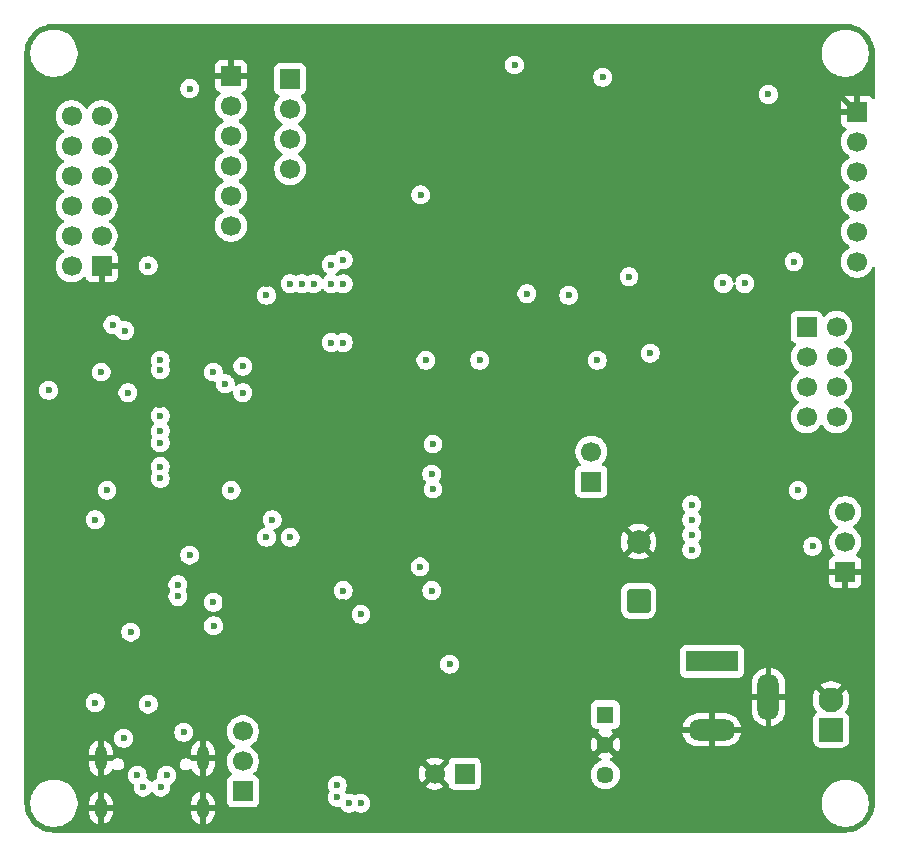
<source format=gbr>
%TF.GenerationSoftware,KiCad,Pcbnew,9.0.3*%
%TF.CreationDate,2025-07-13T20:53:50+12:00*%
%TF.ProjectId,RemiRAT,52656d69-5241-4542-9e6b-696361645f70,rev?*%
%TF.SameCoordinates,Original*%
%TF.FileFunction,Copper,L2,Inr*%
%TF.FilePolarity,Positive*%
%FSLAX46Y46*%
G04 Gerber Fmt 4.6, Leading zero omitted, Abs format (unit mm)*
G04 Created by KiCad (PCBNEW 9.0.3) date 2025-07-13 20:53:50*
%MOMM*%
%LPD*%
G01*
G04 APERTURE LIST*
G04 Aperture macros list*
%AMRoundRect*
0 Rectangle with rounded corners*
0 $1 Rounding radius*
0 $2 $3 $4 $5 $6 $7 $8 $9 X,Y pos of 4 corners*
0 Add a 4 corners polygon primitive as box body*
4,1,4,$2,$3,$4,$5,$6,$7,$8,$9,$2,$3,0*
0 Add four circle primitives for the rounded corners*
1,1,$1+$1,$2,$3*
1,1,$1+$1,$4,$5*
1,1,$1+$1,$6,$7*
1,1,$1+$1,$8,$9*
0 Add four rect primitives between the rounded corners*
20,1,$1+$1,$2,$3,$4,$5,0*
20,1,$1+$1,$4,$5,$6,$7,0*
20,1,$1+$1,$6,$7,$8,$9,0*
20,1,$1+$1,$8,$9,$2,$3,0*%
G04 Aperture macros list end*
%TA.AperFunction,ComponentPad*%
%ADD10R,4.400000X1.800000*%
%TD*%
%TA.AperFunction,ComponentPad*%
%ADD11O,4.000000X1.800000*%
%TD*%
%TA.AperFunction,ComponentPad*%
%ADD12O,1.800000X4.000000*%
%TD*%
%TA.AperFunction,ComponentPad*%
%ADD13R,1.700000X1.700000*%
%TD*%
%TA.AperFunction,ComponentPad*%
%ADD14C,1.700000*%
%TD*%
%TA.AperFunction,ComponentPad*%
%ADD15C,2.100000*%
%TD*%
%TA.AperFunction,ComponentPad*%
%ADD16RoundRect,0.250001X0.799999X-0.799999X0.799999X0.799999X-0.799999X0.799999X-0.799999X-0.799999X0*%
%TD*%
%TA.AperFunction,ComponentPad*%
%ADD17RoundRect,0.250000X0.750000X-0.750000X0.750000X0.750000X-0.750000X0.750000X-0.750000X-0.750000X0*%
%TD*%
%TA.AperFunction,ComponentPad*%
%ADD18C,2.000000*%
%TD*%
%TA.AperFunction,HeatsinkPad*%
%ADD19O,1.000000X2.100000*%
%TD*%
%TA.AperFunction,HeatsinkPad*%
%ADD20O,1.000000X1.800000*%
%TD*%
%TA.AperFunction,ComponentPad*%
%ADD21R,1.448000X1.448000*%
%TD*%
%TA.AperFunction,ComponentPad*%
%ADD22C,1.448000*%
%TD*%
%TA.AperFunction,ViaPad*%
%ADD23C,0.600000*%
%TD*%
%TA.AperFunction,Conductor*%
%ADD24C,0.200000*%
%TD*%
%TA.AperFunction,Conductor*%
%ADD25C,0.500000*%
%TD*%
G04 APERTURE END LIST*
D10*
%TO.N,VIN*%
%TO.C,J15*%
X175700000Y-106000000D03*
D11*
%TO.N,GND*%
X175700000Y-111800000D03*
D12*
X180500000Y-109000000D03*
%TD*%
D13*
%TO.N,VBUS*%
%TO.C,J14*%
X154775000Y-115500000D03*
D14*
%TO.N,GND*%
X152235000Y-115500000D03*
%TD*%
D15*
%TO.N,GND*%
%TO.C,J10*%
X185800000Y-109230000D03*
D16*
%TO.N,VIN*%
X185800000Y-111770000D03*
%TD*%
D17*
%TO.N,VIN*%
%TO.C,C11*%
X169500000Y-100867677D03*
D18*
%TO.N,GND*%
X169500000Y-95867677D03*
%TD*%
D13*
%TO.N,VBUS*%
%TO.C,J11*%
X136000000Y-117000000D03*
D14*
X136000000Y-114460000D03*
X136000000Y-111920000D03*
%TD*%
D13*
%TO.N,GND*%
%TO.C,J3*%
X188000000Y-59460000D03*
D14*
%TO.N,ESP32TXD0*%
X188000000Y-62000000D03*
%TO.N,ESP32RXD0*%
X188000000Y-64540000D03*
%TO.N,3.3V*%
X188000000Y-67080000D03*
%TO.N,EN*%
X188000000Y-69620000D03*
%TO.N,IO0*%
X188000000Y-72160000D03*
%TD*%
D13*
%TO.N,IO17*%
%TO.C,J9*%
X183725000Y-77690000D03*
D14*
%TO.N,IO5*%
X186265000Y-77690000D03*
%TO.N,IO16*%
X183725000Y-80230000D03*
%TO.N,IO18*%
X186265000Y-80230000D03*
%TO.N,IO4*%
X183725000Y-82770000D03*
%TO.N,IO19*%
X186265000Y-82770000D03*
%TO.N,IO23*%
X183725000Y-85310000D03*
%TO.N,IO21*%
X186265000Y-85310000D03*
%TD*%
D13*
%TO.N,SAM-SPI-NPCS1*%
%TO.C,J7*%
X140000000Y-56690000D03*
D14*
%TO.N,SAM-SPI-MISO*%
X140000000Y-59230000D03*
%TO.N,SAM-SPI-SCK*%
X140000000Y-61770000D03*
%TO.N,SAM-SPI-MOSI*%
X140000000Y-64310000D03*
%TD*%
D13*
%TO.N,CAN_OUT_L*%
%TO.C,J12*%
X165500000Y-90775000D03*
D14*
%TO.N,CAN_OUT_H*%
X165500000Y-88235000D03*
%TD*%
D19*
%TO.N,GND*%
%TO.C,J1*%
X123980000Y-114212500D03*
D20*
X123980000Y-118392500D03*
D19*
X132620000Y-114212500D03*
D20*
X132620000Y-118392500D03*
%TD*%
D13*
%TO.N,GND*%
%TO.C,J12*%
X187000000Y-98440000D03*
D14*
%TO.N,MODBUS_A*%
X187000000Y-95900000D03*
%TO.N,MODBUS_B*%
X187000000Y-93360000D03*
%TD*%
D21*
%TO.N,VIN*%
%TO.C,VR2*%
X166700000Y-110500000D03*
D22*
%TO.N,GND*%
X166700000Y-113040000D03*
%TO.N,VBUS*%
X166700000Y-115580000D03*
%TD*%
D13*
%TO.N,GND*%
%TO.C,J8*%
X124040000Y-72540000D03*
D14*
%TO.N,A1/PWML5/PC22*%
X121500000Y-72540000D03*
%TO.N,3.3VOUT*%
X124040000Y-70000000D03*
%TO.N,A2/PWML6/PC23*%
X121500000Y-70000000D03*
%TO.N,D14/PC16*%
X124040000Y-67460000D03*
%TO.N,SAM_PWML7_PC24_PIN135*%
X121500000Y-67460000D03*
%TO.N,D15/PC17*%
X124040000Y-64920000D03*
%TO.N,SAM_DAC0_PB15_PIN76*%
X121500000Y-64920000D03*
%TO.N,SAM_AD6_PB0_PIN113*%
X124040000Y-62380000D03*
%TO.N,TWCK0/PA18*%
X121500000Y-62380000D03*
%TO.N,SAM_AD5_PA19_PIN71*%
X124040000Y-59840000D03*
%TO.N,TWD0/PA17*%
X121500000Y-59840000D03*
%TD*%
D13*
%TO.N,GND*%
%TO.C,J6*%
X135000000Y-56420000D03*
D14*
%TO.N,UTXD/PA9*%
X135000000Y-58960000D03*
%TO.N,URXD/PA8*%
X135000000Y-61500000D03*
%TO.N,3.3V*%
X135000000Y-64040000D03*
%TO.N,NRSTB*%
X135000000Y-66580000D03*
%TO.N,ERASE/PC0*%
X135000000Y-69120000D03*
%TD*%
D23*
%TO.N,GND*%
X159500000Y-87595000D03*
%TO.N,3.3V*%
X152000000Y-90135000D03*
%TO.N,GND*%
X178000000Y-109500000D03*
X188300000Y-109230000D03*
X185800000Y-106730000D03*
X164500000Y-113040000D03*
X172500000Y-113040000D03*
%TO.N,USBDP*%
X129550000Y-115637500D03*
X127550000Y-116637500D03*
%TO.N,USBDM*%
X129050000Y-116637500D03*
X127050000Y-115637500D03*
%TO.N,GND*%
X167889300Y-69500000D03*
X147500000Y-79750000D03*
X153255000Y-70000000D03*
X140000000Y-97000000D03*
X150500000Y-95750000D03*
X124750000Y-100000000D03*
X123500000Y-82500000D03*
X138020000Y-74020000D03*
X138000000Y-97000000D03*
X120000000Y-111500000D03*
X184500000Y-98440000D03*
X138500000Y-78500000D03*
X121000000Y-93500000D03*
X186000000Y-58500000D03*
X130000000Y-109613500D03*
X144000000Y-68000000D03*
X142500000Y-104500000D03*
X129250000Y-94750000D03*
X144500000Y-101000000D03*
X134481000Y-100980000D03*
X158050000Y-77000000D03*
X127000000Y-73500000D03*
X166500000Y-54000000D03*
X174500000Y-78000000D03*
X123500000Y-104015000D03*
X140000000Y-100980000D03*
X129000000Y-84250000D03*
X146500000Y-66500000D03*
X146000000Y-70000000D03*
X161550000Y-77000000D03*
X184000000Y-93000000D03*
X151000000Y-99000000D03*
X152135000Y-88865000D03*
X181967500Y-97532500D03*
%TO.N,VBUS*%
X130500000Y-99500000D03*
X125900000Y-112500000D03*
X128000000Y-109613500D03*
X123500000Y-109500000D03*
X131000000Y-112000000D03*
%TO.N,3.3V*%
X131500000Y-57500000D03*
X183000000Y-91500000D03*
X146000000Y-102000000D03*
X170500000Y-79900000D03*
X124000000Y-81500000D03*
X145000000Y-118000000D03*
X146000000Y-118000000D03*
X166000000Y-80500000D03*
X151000000Y-98000000D03*
X144000000Y-116500000D03*
X151055000Y-66500000D03*
X144000000Y-117500000D03*
X184240000Y-96260000D03*
X119550000Y-83050000D03*
X156050000Y-80500000D03*
X159000000Y-55500000D03*
%TO.N,VDDCORE*%
X138000000Y-95500000D03*
X151500000Y-80500000D03*
X144500000Y-100000000D03*
X126270000Y-83250000D03*
X140000000Y-95500000D03*
X138000000Y-75000000D03*
X133500000Y-101000000D03*
X136000000Y-83250000D03*
%TO.N,EN*%
X178500000Y-74000000D03*
X166460000Y-56540000D03*
%TO.N,IO22*%
X163591000Y-75000000D03*
X180500000Y-58000000D03*
X125000000Y-77500000D03*
%TO.N,IO0*%
X153500000Y-106230000D03*
X182660000Y-72160000D03*
%TO.N,IO26*%
X126000000Y-78000000D03*
X160050000Y-74862500D03*
%TO.N,TDI/IO12*%
X176690000Y-74000000D03*
X168690000Y-73425000D03*
%TO.N,UTXD/PA9*%
X142000000Y-74013360D03*
X136000000Y-81000000D03*
%TO.N,URXD/PA8*%
X141000000Y-74013360D03*
X134500000Y-82500000D03*
%TO.N,VDDPLL*%
X123500000Y-94000000D03*
X138500000Y-94000000D03*
%TO.N,NRSTB*%
X133500000Y-81500000D03*
X124500000Y-91500000D03*
X140000000Y-74013360D03*
X135000000Y-91500000D03*
X152000000Y-100000000D03*
%TO.N,CANTX0/PA0*%
X129000000Y-89500000D03*
X152095000Y-87595000D03*
%TO.N,CANRX0/PA1*%
X152095000Y-91405000D03*
X129000000Y-90500000D03*
%TO.N,TWCK0/PA18*%
X129000000Y-80500000D03*
%TO.N,TWD0/PA17*%
X129000000Y-81300003D03*
%TO.N,A2/PWML6/PC23*%
X128000000Y-72500000D03*
%TO.N,D15/PC17*%
X144500000Y-79000000D03*
X144500000Y-72000000D03*
X144500000Y-74013360D03*
%TO.N,D14/PC16*%
X143500000Y-79000000D03*
X143500000Y-72400000D03*
X143500000Y-74013360D03*
%TO.N,VBG*%
X126500000Y-103515000D03*
X130500000Y-100500000D03*
%TO.N,VDDUTMI*%
X133520000Y-102980000D03*
X131500000Y-97000000D03*
%TO.N,SAM_USART3_RXD_PD4_PIN17*%
X129000000Y-86500000D03*
X174000000Y-92730000D03*
%TO.N,SAM_USART3_TXD_PD5_PIN18*%
X174000000Y-96540000D03*
X129000000Y-87500000D03*
%TO.N,SAM_A10_PD0_PIN13*%
X174000000Y-95270000D03*
X129000000Y-85193000D03*
X174000000Y-94000000D03*
%TD*%
D24*
%TO.N,GND*%
X188000000Y-59460000D02*
X187960000Y-59420000D01*
D25*
X187960000Y-58040000D02*
X189000000Y-57000000D01*
D24*
X188000000Y-59460000D02*
X187960000Y-59460000D01*
D25*
X187960000Y-59460000D02*
X186000000Y-57500000D01*
X186040000Y-59460000D02*
X185500000Y-60000000D01*
X188000000Y-59460000D02*
X186040000Y-59460000D01*
X187960000Y-59420000D02*
X187960000Y-58040000D01*
%TD*%
%TA.AperFunction,Conductor*%
%TO.N,GND*%
G36*
X187003736Y-52000726D02*
G01*
X187293796Y-52018271D01*
X187308659Y-52020076D01*
X187590798Y-52071780D01*
X187605335Y-52075363D01*
X187879172Y-52160695D01*
X187893163Y-52166000D01*
X188154743Y-52283727D01*
X188167989Y-52290680D01*
X188413465Y-52439075D01*
X188425776Y-52447573D01*
X188535748Y-52533730D01*
X188651573Y-52624473D01*
X188662781Y-52634403D01*
X188865596Y-52837218D01*
X188875526Y-52848426D01*
X188995481Y-53001538D01*
X189052422Y-53074217D01*
X189060926Y-53086537D01*
X189201633Y-53319295D01*
X189209316Y-53332004D01*
X189216275Y-53345263D01*
X189333997Y-53606831D01*
X189339306Y-53620832D01*
X189424635Y-53894663D01*
X189428219Y-53909201D01*
X189479923Y-54191340D01*
X189481728Y-54206205D01*
X189499274Y-54496263D01*
X189499500Y-54503750D01*
X189499500Y-58270730D01*
X189479815Y-58337769D01*
X189427011Y-58383524D01*
X189357853Y-58393468D01*
X189294297Y-58364443D01*
X189276234Y-58345042D01*
X189207187Y-58252809D01*
X189092093Y-58166649D01*
X189092086Y-58166645D01*
X188957379Y-58116403D01*
X188957372Y-58116401D01*
X188897844Y-58110000D01*
X188250000Y-58110000D01*
X188250000Y-59026988D01*
X188192993Y-58994075D01*
X188065826Y-58960000D01*
X187934174Y-58960000D01*
X187807007Y-58994075D01*
X187750000Y-59026988D01*
X187750000Y-58110000D01*
X187102155Y-58110000D01*
X187042627Y-58116401D01*
X187042620Y-58116403D01*
X186907913Y-58166645D01*
X186907906Y-58166649D01*
X186792812Y-58252809D01*
X186792809Y-58252812D01*
X186706649Y-58367906D01*
X186706645Y-58367913D01*
X186656403Y-58502620D01*
X186656401Y-58502627D01*
X186650000Y-58562155D01*
X186650000Y-59210000D01*
X187566988Y-59210000D01*
X187534075Y-59267007D01*
X187500000Y-59394174D01*
X187500000Y-59525826D01*
X187534075Y-59652993D01*
X187566988Y-59710000D01*
X186650000Y-59710000D01*
X186650000Y-60357844D01*
X186656401Y-60417372D01*
X186656403Y-60417379D01*
X186706645Y-60552086D01*
X186706649Y-60552093D01*
X186792809Y-60667187D01*
X186792812Y-60667190D01*
X186907906Y-60753350D01*
X186907913Y-60753354D01*
X187039470Y-60802422D01*
X187095404Y-60844293D01*
X187119821Y-60909758D01*
X187104969Y-60978031D01*
X187083819Y-61006285D01*
X186969889Y-61120215D01*
X186844951Y-61292179D01*
X186748444Y-61481585D01*
X186682753Y-61683760D01*
X186672494Y-61748536D01*
X186649500Y-61893713D01*
X186649500Y-62106287D01*
X186682754Y-62316243D01*
X186735252Y-62477816D01*
X186748444Y-62518414D01*
X186844951Y-62707820D01*
X186969890Y-62879786D01*
X187120213Y-63030109D01*
X187292182Y-63155050D01*
X187300946Y-63159516D01*
X187351742Y-63207491D01*
X187368536Y-63275312D01*
X187345998Y-63341447D01*
X187300946Y-63380484D01*
X187292182Y-63384949D01*
X187120213Y-63509890D01*
X186969890Y-63660213D01*
X186844951Y-63832179D01*
X186748444Y-64021585D01*
X186682753Y-64223760D01*
X186672494Y-64288536D01*
X186649500Y-64433713D01*
X186649500Y-64646287D01*
X186682754Y-64856243D01*
X186735252Y-65017816D01*
X186748444Y-65058414D01*
X186844951Y-65247820D01*
X186969890Y-65419786D01*
X187120213Y-65570109D01*
X187292182Y-65695050D01*
X187300946Y-65699516D01*
X187351742Y-65747491D01*
X187368536Y-65815312D01*
X187345998Y-65881447D01*
X187300946Y-65920484D01*
X187292182Y-65924949D01*
X187120213Y-66049890D01*
X186969890Y-66200213D01*
X186844951Y-66372179D01*
X186748444Y-66561585D01*
X186682753Y-66763760D01*
X186649500Y-66973713D01*
X186649500Y-67186286D01*
X186667589Y-67300499D01*
X186682754Y-67396243D01*
X186734075Y-67554193D01*
X186748444Y-67598414D01*
X186844951Y-67787820D01*
X186969890Y-67959786D01*
X187120213Y-68110109D01*
X187292182Y-68235050D01*
X187300946Y-68239516D01*
X187351742Y-68287491D01*
X187368536Y-68355312D01*
X187345998Y-68421447D01*
X187300946Y-68460484D01*
X187292182Y-68464949D01*
X187120213Y-68589890D01*
X186969890Y-68740213D01*
X186844951Y-68912179D01*
X186748444Y-69101585D01*
X186682753Y-69303760D01*
X186672494Y-69368536D01*
X186649500Y-69513713D01*
X186649500Y-69726287D01*
X186682754Y-69936243D01*
X186734075Y-70094193D01*
X186748444Y-70138414D01*
X186844951Y-70327820D01*
X186969890Y-70499786D01*
X187120213Y-70650109D01*
X187292182Y-70775050D01*
X187300946Y-70779516D01*
X187351742Y-70827491D01*
X187368536Y-70895312D01*
X187345998Y-70961447D01*
X187300946Y-71000484D01*
X187292182Y-71004949D01*
X187120213Y-71129890D01*
X186969890Y-71280213D01*
X186844951Y-71452179D01*
X186748444Y-71641585D01*
X186682753Y-71843760D01*
X186659637Y-71989711D01*
X186649500Y-72053713D01*
X186649500Y-72266287D01*
X186649534Y-72266503D01*
X186674028Y-72421153D01*
X186682754Y-72476243D01*
X186745803Y-72670288D01*
X186748444Y-72678414D01*
X186844951Y-72867820D01*
X186969890Y-73039786D01*
X187120213Y-73190109D01*
X187292179Y-73315048D01*
X187292181Y-73315049D01*
X187292184Y-73315051D01*
X187481588Y-73411557D01*
X187683757Y-73477246D01*
X187893713Y-73510500D01*
X187893714Y-73510500D01*
X188106286Y-73510500D01*
X188106287Y-73510500D01*
X188316243Y-73477246D01*
X188518412Y-73411557D01*
X188707816Y-73315051D01*
X188742925Y-73289543D01*
X188879786Y-73190109D01*
X188879788Y-73190106D01*
X188879792Y-73190104D01*
X189030104Y-73039792D01*
X189030106Y-73039788D01*
X189030109Y-73039786D01*
X189153902Y-72869397D01*
X189155051Y-72867816D01*
X189251557Y-72678412D01*
X189257569Y-72659907D01*
X189297006Y-72602232D01*
X189361365Y-72575034D01*
X189430211Y-72586949D01*
X189481687Y-72634193D01*
X189499500Y-72698226D01*
X189499500Y-117996249D01*
X189499274Y-118003736D01*
X189481728Y-118293794D01*
X189479923Y-118308659D01*
X189428219Y-118590798D01*
X189424635Y-118605336D01*
X189339306Y-118879167D01*
X189333997Y-118893168D01*
X189216275Y-119154736D01*
X189209316Y-119167995D01*
X189060928Y-119413459D01*
X189052422Y-119425782D01*
X188875526Y-119651573D01*
X188865596Y-119662781D01*
X188662781Y-119865596D01*
X188651573Y-119875526D01*
X188425782Y-120052422D01*
X188413459Y-120060928D01*
X188167995Y-120209316D01*
X188154736Y-120216275D01*
X187893168Y-120333997D01*
X187879167Y-120339306D01*
X187605336Y-120424635D01*
X187590798Y-120428219D01*
X187308659Y-120479923D01*
X187293794Y-120481728D01*
X187003736Y-120499274D01*
X186996249Y-120499500D01*
X120003751Y-120499500D01*
X119996264Y-120499274D01*
X119706205Y-120481728D01*
X119691340Y-120479923D01*
X119409201Y-120428219D01*
X119394663Y-120424635D01*
X119120832Y-120339306D01*
X119106831Y-120333997D01*
X118845263Y-120216275D01*
X118832004Y-120209316D01*
X118586540Y-120060928D01*
X118574217Y-120052422D01*
X118507943Y-120000500D01*
X118348426Y-119875526D01*
X118337218Y-119865596D01*
X118134403Y-119662781D01*
X118124473Y-119651573D01*
X118059978Y-119569251D01*
X117947573Y-119425776D01*
X117939075Y-119413465D01*
X117790680Y-119167989D01*
X117783727Y-119154743D01*
X117666000Y-118893163D01*
X117660693Y-118879167D01*
X117636179Y-118800500D01*
X117575363Y-118605335D01*
X117571780Y-118590798D01*
X117535187Y-118391116D01*
X117520075Y-118308657D01*
X117518271Y-118293794D01*
X117518262Y-118293653D01*
X117500726Y-118003736D01*
X117500500Y-117996249D01*
X117500500Y-117868872D01*
X117999500Y-117868872D01*
X117999500Y-118131127D01*
X118020436Y-118290140D01*
X118033730Y-118391116D01*
X118097380Y-118628663D01*
X118101602Y-118644418D01*
X118101605Y-118644428D01*
X118201953Y-118886690D01*
X118201958Y-118886700D01*
X118333075Y-119113803D01*
X118492718Y-119321851D01*
X118492726Y-119321860D01*
X118678140Y-119507274D01*
X118678148Y-119507281D01*
X118886196Y-119666924D01*
X119113299Y-119798041D01*
X119113309Y-119798046D01*
X119289202Y-119870903D01*
X119355581Y-119898398D01*
X119608884Y-119966270D01*
X119868880Y-120000500D01*
X119868887Y-120000500D01*
X120131113Y-120000500D01*
X120131120Y-120000500D01*
X120391116Y-119966270D01*
X120644419Y-119898398D01*
X120886697Y-119798043D01*
X121113803Y-119666924D01*
X121321851Y-119507282D01*
X121321855Y-119507277D01*
X121321860Y-119507274D01*
X121507274Y-119321860D01*
X121507277Y-119321855D01*
X121507282Y-119321851D01*
X121666924Y-119113803D01*
X121798043Y-118886697D01*
X121898398Y-118644419D01*
X121966270Y-118391116D01*
X122000500Y-118131120D01*
X122000500Y-117894004D01*
X122980000Y-117894004D01*
X122980000Y-118142500D01*
X123680000Y-118142500D01*
X123680000Y-118642500D01*
X122980000Y-118642500D01*
X122980000Y-118890995D01*
X123018427Y-119084181D01*
X123018430Y-119084193D01*
X123093807Y-119266171D01*
X123093814Y-119266184D01*
X123203248Y-119429962D01*
X123203251Y-119429966D01*
X123342533Y-119569248D01*
X123342537Y-119569251D01*
X123506315Y-119678685D01*
X123506328Y-119678692D01*
X123688308Y-119754069D01*
X123730000Y-119762362D01*
X123730000Y-118959488D01*
X123739940Y-118976705D01*
X123795795Y-119032560D01*
X123864204Y-119072056D01*
X123940504Y-119092500D01*
X124019496Y-119092500D01*
X124095796Y-119072056D01*
X124164205Y-119032560D01*
X124220060Y-118976705D01*
X124230000Y-118959488D01*
X124230000Y-119762362D01*
X124271690Y-119754069D01*
X124271692Y-119754069D01*
X124453671Y-119678692D01*
X124453684Y-119678685D01*
X124617462Y-119569251D01*
X124617466Y-119569248D01*
X124756748Y-119429966D01*
X124756751Y-119429962D01*
X124866185Y-119266184D01*
X124866192Y-119266171D01*
X124941569Y-119084193D01*
X124941572Y-119084181D01*
X124979999Y-118890995D01*
X124980000Y-118890992D01*
X124980000Y-118642500D01*
X124280000Y-118642500D01*
X124280000Y-118142500D01*
X124980000Y-118142500D01*
X124980000Y-117894008D01*
X124979999Y-117894004D01*
X131620000Y-117894004D01*
X131620000Y-118142500D01*
X132320000Y-118142500D01*
X132320000Y-118642500D01*
X131620000Y-118642500D01*
X131620000Y-118890995D01*
X131658427Y-119084181D01*
X131658430Y-119084193D01*
X131733807Y-119266171D01*
X131733814Y-119266184D01*
X131843248Y-119429962D01*
X131843251Y-119429966D01*
X131982533Y-119569248D01*
X131982537Y-119569251D01*
X132146315Y-119678685D01*
X132146328Y-119678692D01*
X132328308Y-119754069D01*
X132370000Y-119762362D01*
X132370000Y-118959488D01*
X132379940Y-118976705D01*
X132435795Y-119032560D01*
X132504204Y-119072056D01*
X132580504Y-119092500D01*
X132659496Y-119092500D01*
X132735796Y-119072056D01*
X132804205Y-119032560D01*
X132860060Y-118976705D01*
X132870000Y-118959488D01*
X132870000Y-119762362D01*
X132911690Y-119754069D01*
X132911692Y-119754069D01*
X133093671Y-119678692D01*
X133093684Y-119678685D01*
X133257462Y-119569251D01*
X133257466Y-119569248D01*
X133396748Y-119429966D01*
X133396751Y-119429962D01*
X133506185Y-119266184D01*
X133506192Y-119266171D01*
X133581569Y-119084193D01*
X133581572Y-119084181D01*
X133619999Y-118890995D01*
X133620000Y-118890992D01*
X133620000Y-118642500D01*
X132920000Y-118642500D01*
X132920000Y-118142500D01*
X133620000Y-118142500D01*
X133620000Y-117894008D01*
X133619999Y-117894004D01*
X133581572Y-117700818D01*
X133581569Y-117700806D01*
X133506192Y-117518828D01*
X133506185Y-117518815D01*
X133396751Y-117355037D01*
X133396748Y-117355033D01*
X133257466Y-117215751D01*
X133257462Y-117215748D01*
X133093684Y-117106314D01*
X133093671Y-117106307D01*
X132911691Y-117030929D01*
X132911683Y-117030927D01*
X132870000Y-117022635D01*
X132870000Y-117825511D01*
X132860060Y-117808295D01*
X132804205Y-117752440D01*
X132735796Y-117712944D01*
X132659496Y-117692500D01*
X132580504Y-117692500D01*
X132504204Y-117712944D01*
X132435795Y-117752440D01*
X132379940Y-117808295D01*
X132370000Y-117825511D01*
X132370000Y-117022636D01*
X132369999Y-117022635D01*
X132328316Y-117030927D01*
X132328308Y-117030929D01*
X132146328Y-117106307D01*
X132146315Y-117106314D01*
X131982537Y-117215748D01*
X131982533Y-117215751D01*
X131843251Y-117355033D01*
X131843248Y-117355037D01*
X131733814Y-117518815D01*
X131733807Y-117518828D01*
X131658430Y-117700806D01*
X131658427Y-117700818D01*
X131620000Y-117894004D01*
X124979999Y-117894004D01*
X124941572Y-117700818D01*
X124941569Y-117700806D01*
X124866192Y-117518828D01*
X124866185Y-117518815D01*
X124756751Y-117355037D01*
X124756748Y-117355033D01*
X124617466Y-117215751D01*
X124617462Y-117215748D01*
X124453684Y-117106314D01*
X124453671Y-117106307D01*
X124271691Y-117030929D01*
X124271683Y-117030927D01*
X124230000Y-117022635D01*
X124230000Y-117825511D01*
X124220060Y-117808295D01*
X124164205Y-117752440D01*
X124095796Y-117712944D01*
X124019496Y-117692500D01*
X123940504Y-117692500D01*
X123864204Y-117712944D01*
X123795795Y-117752440D01*
X123739940Y-117808295D01*
X123730000Y-117825511D01*
X123730000Y-117022636D01*
X123729999Y-117022635D01*
X123688316Y-117030927D01*
X123688308Y-117030929D01*
X123506328Y-117106307D01*
X123506315Y-117106314D01*
X123342537Y-117215748D01*
X123342533Y-117215751D01*
X123203251Y-117355033D01*
X123203248Y-117355037D01*
X123093814Y-117518815D01*
X123093807Y-117518828D01*
X123018430Y-117700806D01*
X123018427Y-117700818D01*
X122980000Y-117894004D01*
X122000500Y-117894004D01*
X122000500Y-117868880D01*
X121966270Y-117608884D01*
X121898398Y-117355581D01*
X121894505Y-117346182D01*
X121798046Y-117113309D01*
X121798041Y-117113299D01*
X121666924Y-116886196D01*
X121507281Y-116678148D01*
X121507274Y-116678140D01*
X121321860Y-116492726D01*
X121321851Y-116492718D01*
X121113803Y-116333075D01*
X120886700Y-116201958D01*
X120886690Y-116201953D01*
X120644428Y-116101605D01*
X120644421Y-116101603D01*
X120644419Y-116101602D01*
X120391116Y-116033730D01*
X120333339Y-116026123D01*
X120131127Y-115999500D01*
X120131120Y-115999500D01*
X119868880Y-115999500D01*
X119868872Y-115999500D01*
X119637772Y-116029926D01*
X119608884Y-116033730D01*
X119355581Y-116101602D01*
X119355571Y-116101605D01*
X119113309Y-116201953D01*
X119113299Y-116201958D01*
X118886196Y-116333075D01*
X118678148Y-116492718D01*
X118492718Y-116678148D01*
X118333075Y-116886196D01*
X118201958Y-117113299D01*
X118201953Y-117113309D01*
X118101605Y-117355571D01*
X118101602Y-117355581D01*
X118033730Y-117608884D01*
X118032158Y-117620827D01*
X117999500Y-117868872D01*
X117500500Y-117868872D01*
X117500500Y-113564004D01*
X122980000Y-113564004D01*
X122980000Y-113962500D01*
X123680000Y-113962500D01*
X123680000Y-114462500D01*
X122980000Y-114462500D01*
X122980000Y-114860995D01*
X123018427Y-115054181D01*
X123018430Y-115054193D01*
X123093807Y-115236171D01*
X123093814Y-115236184D01*
X123203248Y-115399962D01*
X123203251Y-115399966D01*
X123342533Y-115539248D01*
X123342537Y-115539251D01*
X123506315Y-115648685D01*
X123506328Y-115648692D01*
X123688308Y-115724069D01*
X123730000Y-115732362D01*
X123730000Y-114929488D01*
X123739940Y-114946705D01*
X123795795Y-115002560D01*
X123864204Y-115042056D01*
X123940504Y-115062500D01*
X124019496Y-115062500D01*
X124095796Y-115042056D01*
X124164205Y-115002560D01*
X124220060Y-114946705D01*
X124230000Y-114929488D01*
X124230000Y-115732362D01*
X124271690Y-115724069D01*
X124271692Y-115724069D01*
X124453671Y-115648692D01*
X124453684Y-115648685D01*
X124588425Y-115558653D01*
X126249500Y-115558653D01*
X126249500Y-115716346D01*
X126280261Y-115870989D01*
X126280264Y-115871001D01*
X126340602Y-116016672D01*
X126340609Y-116016685D01*
X126428210Y-116147788D01*
X126428213Y-116147792D01*
X126539707Y-116259286D01*
X126539711Y-116259289D01*
X126670817Y-116346892D01*
X126670819Y-116346893D01*
X126670821Y-116346894D01*
X126688402Y-116354176D01*
X126688409Y-116354179D01*
X126742812Y-116398020D01*
X126764877Y-116464314D01*
X126762573Y-116492931D01*
X126749500Y-116558653D01*
X126749500Y-116716346D01*
X126780261Y-116870989D01*
X126780264Y-116871001D01*
X126840602Y-117016672D01*
X126840609Y-117016685D01*
X126928210Y-117147788D01*
X126928213Y-117147792D01*
X127039707Y-117259286D01*
X127039711Y-117259289D01*
X127170814Y-117346890D01*
X127170827Y-117346897D01*
X127246432Y-117378213D01*
X127316503Y-117407237D01*
X127471153Y-117437999D01*
X127471156Y-117438000D01*
X127471158Y-117438000D01*
X127628844Y-117438000D01*
X127628845Y-117437999D01*
X127783497Y-117407237D01*
X127929179Y-117346894D01*
X128060289Y-117259289D01*
X128171789Y-117147789D01*
X128179145Y-117136779D01*
X128196898Y-117110212D01*
X128250510Y-117065406D01*
X128319835Y-117056699D01*
X128382862Y-117086853D01*
X128403102Y-117110212D01*
X128428207Y-117147784D01*
X128428213Y-117147792D01*
X128539707Y-117259286D01*
X128539711Y-117259289D01*
X128670814Y-117346890D01*
X128670827Y-117346897D01*
X128746432Y-117378213D01*
X128816503Y-117407237D01*
X128971153Y-117437999D01*
X128971156Y-117438000D01*
X128971158Y-117438000D01*
X129128844Y-117438000D01*
X129128845Y-117437999D01*
X129283497Y-117407237D01*
X129429179Y-117346894D01*
X129560289Y-117259289D01*
X129671789Y-117147789D01*
X129759394Y-117016679D01*
X129819737Y-116870997D01*
X129850500Y-116716342D01*
X129850500Y-116558658D01*
X129850500Y-116558655D01*
X129837426Y-116492931D01*
X129843653Y-116423340D01*
X129886515Y-116368162D01*
X129911589Y-116354179D01*
X129929179Y-116346894D01*
X130060289Y-116259289D01*
X130171789Y-116147789D01*
X130259394Y-116016679D01*
X130319737Y-115870997D01*
X130350500Y-115716342D01*
X130350500Y-115558658D01*
X130350500Y-115558655D01*
X130350499Y-115558653D01*
X130338832Y-115499999D01*
X130319737Y-115404003D01*
X130280625Y-115309577D01*
X130259397Y-115258327D01*
X130259390Y-115258314D01*
X130171789Y-115127211D01*
X130171786Y-115127207D01*
X130060292Y-115015713D01*
X130060288Y-115015710D01*
X129929185Y-114928109D01*
X129929172Y-114928102D01*
X129783501Y-114867764D01*
X129783489Y-114867761D01*
X129628845Y-114837000D01*
X129628842Y-114837000D01*
X129471158Y-114837000D01*
X129471155Y-114837000D01*
X129316510Y-114867761D01*
X129316498Y-114867764D01*
X129170827Y-114928102D01*
X129170814Y-114928109D01*
X129039711Y-115015710D01*
X129039707Y-115015713D01*
X128928213Y-115127207D01*
X128928210Y-115127211D01*
X128840609Y-115258314D01*
X128840602Y-115258327D01*
X128780264Y-115403998D01*
X128780261Y-115404010D01*
X128749500Y-115558653D01*
X128749500Y-115716346D01*
X128762573Y-115782068D01*
X128756346Y-115851659D01*
X128713483Y-115906837D01*
X128688411Y-115920819D01*
X128670826Y-115928103D01*
X128670814Y-115928109D01*
X128539711Y-116015710D01*
X128539707Y-116015713D01*
X128428213Y-116127207D01*
X128403102Y-116164789D01*
X128349489Y-116209593D01*
X128280164Y-116218300D01*
X128217137Y-116188145D01*
X128196898Y-116164789D01*
X128171786Y-116127207D01*
X128060292Y-116015713D01*
X128060288Y-116015710D01*
X127929185Y-115928109D01*
X127929179Y-115928106D01*
X127911589Y-115920820D01*
X127857186Y-115876978D01*
X127835122Y-115810684D01*
X127837426Y-115782068D01*
X127850500Y-115716342D01*
X127850500Y-115558658D01*
X127850500Y-115558655D01*
X127850499Y-115558653D01*
X127838832Y-115499999D01*
X127819737Y-115404003D01*
X127780625Y-115309577D01*
X127759397Y-115258327D01*
X127759390Y-115258314D01*
X127671789Y-115127211D01*
X127671786Y-115127207D01*
X127560292Y-115015713D01*
X127560288Y-115015710D01*
X127429185Y-114928109D01*
X127429172Y-114928102D01*
X127283501Y-114867764D01*
X127283489Y-114867761D01*
X127128845Y-114837000D01*
X127128842Y-114837000D01*
X126971158Y-114837000D01*
X126971155Y-114837000D01*
X126816510Y-114867761D01*
X126816498Y-114867764D01*
X126670827Y-114928102D01*
X126670814Y-114928109D01*
X126539711Y-115015710D01*
X126539707Y-115015713D01*
X126428213Y-115127207D01*
X126428210Y-115127211D01*
X126340609Y-115258314D01*
X126340602Y-115258327D01*
X126280264Y-115403998D01*
X126280261Y-115404010D01*
X126249500Y-115558653D01*
X124588425Y-115558653D01*
X124617462Y-115539251D01*
X124617466Y-115539248D01*
X124691830Y-115464885D01*
X124756748Y-115399966D01*
X124756751Y-115399962D01*
X124866185Y-115236184D01*
X124866192Y-115236171D01*
X124892647Y-115172303D01*
X124936487Y-115117899D01*
X125002781Y-115095834D01*
X125070481Y-115113113D01*
X125084187Y-115123761D01*
X125084574Y-115123258D01*
X125091016Y-115128201D01*
X125091019Y-115128204D01*
X125091022Y-115128205D01*
X125091025Y-115128208D01*
X125167401Y-115172303D01*
X125209480Y-115196597D01*
X125341606Y-115232000D01*
X125341608Y-115232000D01*
X125478392Y-115232000D01*
X125478394Y-115232000D01*
X125610520Y-115196597D01*
X125728981Y-115128204D01*
X125825704Y-115031481D01*
X125894097Y-114913020D01*
X125929500Y-114780894D01*
X125929500Y-114644106D01*
X130670500Y-114644106D01*
X130670500Y-114780894D01*
X130693777Y-114867763D01*
X130705903Y-114913019D01*
X130705906Y-114913026D01*
X130774291Y-115031474D01*
X130774295Y-115031479D01*
X130774296Y-115031481D01*
X130871019Y-115128204D01*
X130871021Y-115128205D01*
X130871025Y-115128208D01*
X130947401Y-115172303D01*
X130989480Y-115196597D01*
X131121606Y-115232000D01*
X131121608Y-115232000D01*
X131258392Y-115232000D01*
X131258394Y-115232000D01*
X131390520Y-115196597D01*
X131508981Y-115128204D01*
X131508986Y-115128198D01*
X131515426Y-115123258D01*
X131517150Y-115125505D01*
X131566401Y-115098596D01*
X131636094Y-115103562D01*
X131692038Y-115145418D01*
X131707352Y-115172302D01*
X131733809Y-115236174D01*
X131733814Y-115236184D01*
X131843248Y-115399962D01*
X131843251Y-115399966D01*
X131982533Y-115539248D01*
X131982537Y-115539251D01*
X132146315Y-115648685D01*
X132146328Y-115648692D01*
X132328308Y-115724069D01*
X132370000Y-115732362D01*
X132370000Y-114929488D01*
X132379940Y-114946705D01*
X132435795Y-115002560D01*
X132504204Y-115042056D01*
X132580504Y-115062500D01*
X132659496Y-115062500D01*
X132735796Y-115042056D01*
X132804205Y-115002560D01*
X132860060Y-114946705D01*
X132870000Y-114929488D01*
X132870000Y-115732362D01*
X132911690Y-115724069D01*
X132911692Y-115724069D01*
X133093671Y-115648692D01*
X133093684Y-115648685D01*
X133257462Y-115539251D01*
X133257466Y-115539248D01*
X133396748Y-115399966D01*
X133396751Y-115399962D01*
X133506185Y-115236184D01*
X133506192Y-115236171D01*
X133581569Y-115054193D01*
X133581572Y-115054181D01*
X133619999Y-114860995D01*
X133620000Y-114860992D01*
X133620000Y-114462500D01*
X132920000Y-114462500D01*
X132920000Y-113962500D01*
X133620000Y-113962500D01*
X133620000Y-113564008D01*
X133619999Y-113564004D01*
X133581572Y-113370818D01*
X133581569Y-113370806D01*
X133506192Y-113188828D01*
X133506185Y-113188815D01*
X133396751Y-113025037D01*
X133396748Y-113025033D01*
X133257466Y-112885751D01*
X133257462Y-112885748D01*
X133093684Y-112776314D01*
X133093671Y-112776307D01*
X132911691Y-112700929D01*
X132911683Y-112700927D01*
X132870000Y-112692635D01*
X132870000Y-113495511D01*
X132860060Y-113478295D01*
X132804205Y-113422440D01*
X132735796Y-113382944D01*
X132659496Y-113362500D01*
X132580504Y-113362500D01*
X132504204Y-113382944D01*
X132435795Y-113422440D01*
X132379940Y-113478295D01*
X132370000Y-113495511D01*
X132370000Y-112692636D01*
X132369999Y-112692635D01*
X132328316Y-112700927D01*
X132328308Y-112700929D01*
X132146328Y-112776307D01*
X132146315Y-112776314D01*
X131982537Y-112885748D01*
X131982533Y-112885751D01*
X131843251Y-113025033D01*
X131843248Y-113025037D01*
X131733814Y-113188815D01*
X131733807Y-113188828D01*
X131658430Y-113370806D01*
X131658427Y-113370818D01*
X131620000Y-113564004D01*
X131620000Y-113962500D01*
X132320000Y-113962500D01*
X132320000Y-114462500D01*
X131717122Y-114462500D01*
X131650083Y-114442815D01*
X131609735Y-114400501D01*
X131605704Y-114393519D01*
X131508982Y-114296797D01*
X131508974Y-114296791D01*
X131390526Y-114228406D01*
X131390522Y-114228404D01*
X131390520Y-114228403D01*
X131258394Y-114193000D01*
X131121606Y-114193000D01*
X130989480Y-114228403D01*
X130989473Y-114228406D01*
X130871025Y-114296791D01*
X130871017Y-114296797D01*
X130774297Y-114393517D01*
X130774291Y-114393525D01*
X130705906Y-114511973D01*
X130705904Y-114511977D01*
X130705903Y-114511980D01*
X130670500Y-114644106D01*
X125929500Y-114644106D01*
X125894097Y-114511980D01*
X125854165Y-114442815D01*
X125825708Y-114393525D01*
X125825702Y-114393517D01*
X125728982Y-114296797D01*
X125728974Y-114296791D01*
X125610526Y-114228406D01*
X125610522Y-114228404D01*
X125610520Y-114228403D01*
X125478394Y-114193000D01*
X125341606Y-114193000D01*
X125209480Y-114228403D01*
X125209473Y-114228406D01*
X125091025Y-114296791D01*
X125091017Y-114296797D01*
X124994295Y-114393519D01*
X124990265Y-114400501D01*
X124939697Y-114448716D01*
X124882878Y-114462500D01*
X124280000Y-114462500D01*
X124280000Y-113962500D01*
X124980000Y-113962500D01*
X124980000Y-113564008D01*
X124979999Y-113564004D01*
X124941572Y-113370818D01*
X124941569Y-113370806D01*
X124866192Y-113188828D01*
X124866185Y-113188815D01*
X124756751Y-113025037D01*
X124756748Y-113025033D01*
X124617466Y-112885751D01*
X124617462Y-112885748D01*
X124453684Y-112776314D01*
X124453671Y-112776307D01*
X124271691Y-112700929D01*
X124271683Y-112700927D01*
X124230000Y-112692635D01*
X124230000Y-113495511D01*
X124220060Y-113478295D01*
X124164205Y-113422440D01*
X124095796Y-113382944D01*
X124019496Y-113362500D01*
X123940504Y-113362500D01*
X123864204Y-113382944D01*
X123795795Y-113422440D01*
X123739940Y-113478295D01*
X123730000Y-113495511D01*
X123730000Y-112692636D01*
X123729999Y-112692635D01*
X123688316Y-112700927D01*
X123688308Y-112700929D01*
X123506328Y-112776307D01*
X123506315Y-112776314D01*
X123342537Y-112885748D01*
X123342533Y-112885751D01*
X123203251Y-113025033D01*
X123203248Y-113025037D01*
X123093814Y-113188815D01*
X123093807Y-113188828D01*
X123018430Y-113370806D01*
X123018427Y-113370818D01*
X122980000Y-113564004D01*
X117500500Y-113564004D01*
X117500500Y-112421153D01*
X125099500Y-112421153D01*
X125099500Y-112578846D01*
X125130261Y-112733489D01*
X125130264Y-112733501D01*
X125190602Y-112879172D01*
X125190609Y-112879185D01*
X125278210Y-113010288D01*
X125278213Y-113010292D01*
X125389707Y-113121786D01*
X125389711Y-113121789D01*
X125520814Y-113209390D01*
X125520827Y-113209397D01*
X125630473Y-113254813D01*
X125666503Y-113269737D01*
X125821078Y-113300484D01*
X125821153Y-113300499D01*
X125821156Y-113300500D01*
X125821158Y-113300500D01*
X125978844Y-113300500D01*
X125978845Y-113300499D01*
X126133497Y-113269737D01*
X126279179Y-113209394D01*
X126410289Y-113121789D01*
X126521789Y-113010289D01*
X126609394Y-112879179D01*
X126669737Y-112733497D01*
X126700500Y-112578842D01*
X126700500Y-112421158D01*
X126700500Y-112421155D01*
X126700499Y-112421153D01*
X126669738Y-112266510D01*
X126669737Y-112266503D01*
X126612301Y-112127838D01*
X126609397Y-112120827D01*
X126609390Y-112120814D01*
X126521790Y-111989712D01*
X126521784Y-111989705D01*
X126453232Y-111921153D01*
X130199500Y-111921153D01*
X130199500Y-112078846D01*
X130230261Y-112233489D01*
X130230264Y-112233501D01*
X130290602Y-112379172D01*
X130290609Y-112379185D01*
X130378210Y-112510288D01*
X130378213Y-112510292D01*
X130489707Y-112621786D01*
X130489711Y-112621789D01*
X130620814Y-112709390D01*
X130620827Y-112709397D01*
X130766498Y-112769735D01*
X130766503Y-112769737D01*
X130917569Y-112799786D01*
X130921153Y-112800499D01*
X130921156Y-112800500D01*
X130921158Y-112800500D01*
X131078844Y-112800500D01*
X131078845Y-112800499D01*
X131233497Y-112769737D01*
X131379179Y-112709394D01*
X131510289Y-112621789D01*
X131621789Y-112510289D01*
X131709394Y-112379179D01*
X131769737Y-112233497D01*
X131800500Y-112078842D01*
X131800500Y-111921158D01*
X131800500Y-111921155D01*
X131782971Y-111833033D01*
X131782971Y-111833032D01*
X131779128Y-111813713D01*
X134649500Y-111813713D01*
X134649500Y-112026286D01*
X134682319Y-112233501D01*
X134682754Y-112236243D01*
X134742835Y-112421153D01*
X134748444Y-112438414D01*
X134844951Y-112627820D01*
X134969890Y-112799786D01*
X135120213Y-112950109D01*
X135292182Y-113075050D01*
X135300946Y-113079516D01*
X135351742Y-113127491D01*
X135368536Y-113195312D01*
X135345998Y-113261447D01*
X135300946Y-113300484D01*
X135292182Y-113304949D01*
X135120213Y-113429890D01*
X134969890Y-113580213D01*
X134844951Y-113752179D01*
X134748444Y-113941585D01*
X134682753Y-114143760D01*
X134649500Y-114353713D01*
X134649500Y-114566286D01*
X134676741Y-114738282D01*
X134682754Y-114776243D01*
X134735384Y-114938222D01*
X134748444Y-114978414D01*
X134844951Y-115167820D01*
X134969890Y-115339786D01*
X135083430Y-115453326D01*
X135116915Y-115514649D01*
X135111931Y-115584341D01*
X135070059Y-115640274D01*
X135039083Y-115657189D01*
X134907669Y-115706203D01*
X134907664Y-115706206D01*
X134792455Y-115792452D01*
X134792452Y-115792455D01*
X134706206Y-115907664D01*
X134706202Y-115907671D01*
X134655908Y-116042517D01*
X134649556Y-116101602D01*
X134649501Y-116102123D01*
X134649500Y-116102135D01*
X134649500Y-117897870D01*
X134649501Y-117897876D01*
X134655908Y-117957483D01*
X134706202Y-118092328D01*
X134706206Y-118092335D01*
X134792452Y-118207544D01*
X134792455Y-118207547D01*
X134907664Y-118293793D01*
X134907671Y-118293797D01*
X135042517Y-118344091D01*
X135042516Y-118344091D01*
X135049444Y-118344835D01*
X135102127Y-118350500D01*
X136897872Y-118350499D01*
X136957483Y-118344091D01*
X137092331Y-118293796D01*
X137207546Y-118207546D01*
X137293796Y-118092331D01*
X137344091Y-117957483D01*
X137350500Y-117897873D01*
X137350499Y-116421153D01*
X143199500Y-116421153D01*
X143199500Y-116578846D01*
X143230261Y-116733489D01*
X143230264Y-116733501D01*
X143290602Y-116879172D01*
X143290609Y-116879185D01*
X143325304Y-116931109D01*
X143346182Y-116997786D01*
X143327698Y-117065167D01*
X143325304Y-117068891D01*
X143290609Y-117120814D01*
X143290602Y-117120827D01*
X143230264Y-117266498D01*
X143230261Y-117266510D01*
X143199500Y-117421153D01*
X143199500Y-117578846D01*
X143230261Y-117733489D01*
X143230264Y-117733501D01*
X143290602Y-117879172D01*
X143290609Y-117879185D01*
X143378210Y-118010288D01*
X143378213Y-118010292D01*
X143489707Y-118121786D01*
X143489711Y-118121789D01*
X143620814Y-118209390D01*
X143620827Y-118209397D01*
X143756450Y-118265573D01*
X143766503Y-118269737D01*
X143886736Y-118293653D01*
X143921153Y-118300499D01*
X143921156Y-118300500D01*
X143921158Y-118300500D01*
X144078843Y-118300500D01*
X144095304Y-118297225D01*
X144144568Y-118287426D01*
X144214158Y-118293653D01*
X144269336Y-118336515D01*
X144283320Y-118361589D01*
X144290606Y-118379179D01*
X144290609Y-118379185D01*
X144378210Y-118510288D01*
X144378213Y-118510292D01*
X144489707Y-118621786D01*
X144489711Y-118621789D01*
X144620814Y-118709390D01*
X144620827Y-118709397D01*
X144766498Y-118769735D01*
X144766503Y-118769737D01*
X144921153Y-118800499D01*
X144921156Y-118800500D01*
X144921158Y-118800500D01*
X145078844Y-118800500D01*
X145078845Y-118800499D01*
X145233497Y-118769737D01*
X145379179Y-118709394D01*
X145431110Y-118674694D01*
X145497785Y-118653816D01*
X145565165Y-118672300D01*
X145568863Y-118674676D01*
X145620821Y-118709394D01*
X145620823Y-118709395D01*
X145620825Y-118709396D01*
X145766498Y-118769735D01*
X145766503Y-118769737D01*
X145921153Y-118800499D01*
X145921156Y-118800500D01*
X145921158Y-118800500D01*
X146078844Y-118800500D01*
X146078845Y-118800499D01*
X146233497Y-118769737D01*
X146379179Y-118709394D01*
X146510289Y-118621789D01*
X146621789Y-118510289D01*
X146709394Y-118379179D01*
X146769737Y-118233497D01*
X146800500Y-118078842D01*
X146800500Y-117921158D01*
X146792148Y-117879172D01*
X146790099Y-117868872D01*
X184999500Y-117868872D01*
X184999500Y-118131127D01*
X185020436Y-118290140D01*
X185033730Y-118391116D01*
X185097380Y-118628663D01*
X185101602Y-118644418D01*
X185101605Y-118644428D01*
X185201953Y-118886690D01*
X185201958Y-118886700D01*
X185333075Y-119113803D01*
X185492718Y-119321851D01*
X185492726Y-119321860D01*
X185678140Y-119507274D01*
X185678148Y-119507281D01*
X185886196Y-119666924D01*
X186113299Y-119798041D01*
X186113309Y-119798046D01*
X186289202Y-119870903D01*
X186355581Y-119898398D01*
X186608884Y-119966270D01*
X186868880Y-120000500D01*
X186868887Y-120000500D01*
X187131113Y-120000500D01*
X187131120Y-120000500D01*
X187391116Y-119966270D01*
X187644419Y-119898398D01*
X187886697Y-119798043D01*
X188113803Y-119666924D01*
X188321851Y-119507282D01*
X188321855Y-119507277D01*
X188321860Y-119507274D01*
X188507274Y-119321860D01*
X188507277Y-119321855D01*
X188507282Y-119321851D01*
X188666924Y-119113803D01*
X188798043Y-118886697D01*
X188898398Y-118644419D01*
X188966270Y-118391116D01*
X189000500Y-118131120D01*
X189000500Y-117868880D01*
X188966270Y-117608884D01*
X188898398Y-117355581D01*
X188894505Y-117346182D01*
X188798046Y-117113309D01*
X188798041Y-117113299D01*
X188666924Y-116886196D01*
X188507281Y-116678148D01*
X188507274Y-116678140D01*
X188321860Y-116492726D01*
X188321851Y-116492718D01*
X188113803Y-116333075D01*
X187886700Y-116201958D01*
X187886690Y-116201953D01*
X187644428Y-116101605D01*
X187644421Y-116101603D01*
X187644419Y-116101602D01*
X187391116Y-116033730D01*
X187333339Y-116026123D01*
X187131127Y-115999500D01*
X187131120Y-115999500D01*
X186868880Y-115999500D01*
X186868872Y-115999500D01*
X186637772Y-116029926D01*
X186608884Y-116033730D01*
X186355581Y-116101602D01*
X186355571Y-116101605D01*
X186113309Y-116201953D01*
X186113299Y-116201958D01*
X185886196Y-116333075D01*
X185678148Y-116492718D01*
X185492718Y-116678148D01*
X185333075Y-116886196D01*
X185201958Y-117113299D01*
X185201953Y-117113309D01*
X185101605Y-117355571D01*
X185101602Y-117355581D01*
X185033730Y-117608884D01*
X185032158Y-117620827D01*
X184999500Y-117868872D01*
X146790099Y-117868872D01*
X146769738Y-117766510D01*
X146769737Y-117766503D01*
X146756062Y-117733489D01*
X146709397Y-117620827D01*
X146709390Y-117620814D01*
X146621789Y-117489711D01*
X146621786Y-117489707D01*
X146510292Y-117378213D01*
X146510288Y-117378210D01*
X146379185Y-117290609D01*
X146379172Y-117290602D01*
X146233501Y-117230264D01*
X146233489Y-117230261D01*
X146078845Y-117199500D01*
X146078842Y-117199500D01*
X145921158Y-117199500D01*
X145921155Y-117199500D01*
X145766510Y-117230261D01*
X145766498Y-117230264D01*
X145620827Y-117290602D01*
X145620814Y-117290609D01*
X145568891Y-117325304D01*
X145502214Y-117346182D01*
X145434833Y-117327698D01*
X145431109Y-117325304D01*
X145379185Y-117290609D01*
X145379172Y-117290602D01*
X145233501Y-117230264D01*
X145233489Y-117230261D01*
X145078845Y-117199500D01*
X145078842Y-117199500D01*
X144921158Y-117199500D01*
X144921153Y-117199500D01*
X144855431Y-117212573D01*
X144832053Y-117210481D01*
X144808704Y-117212891D01*
X144797899Y-117207425D01*
X144785839Y-117206346D01*
X144767302Y-117191945D01*
X144746358Y-117181350D01*
X144737888Y-117169095D01*
X144730662Y-117163482D01*
X144724330Y-117153775D01*
X144719970Y-117146356D01*
X144709394Y-117120821D01*
X144672695Y-117065897D01*
X144670886Y-117062819D01*
X144663226Y-117032268D01*
X144653816Y-117002215D01*
X144654796Y-116998641D01*
X144653895Y-116995046D01*
X144663969Y-116965201D01*
X144672300Y-116934835D01*
X144674676Y-116931136D01*
X144709394Y-116879179D01*
X144769737Y-116733497D01*
X144800500Y-116578842D01*
X144800500Y-116421158D01*
X144800500Y-116421155D01*
X144800499Y-116421153D01*
X144797088Y-116404003D01*
X144769737Y-116266503D01*
X144766348Y-116258321D01*
X144709397Y-116120827D01*
X144709390Y-116120814D01*
X144621789Y-115989711D01*
X144621786Y-115989707D01*
X144510292Y-115878213D01*
X144510288Y-115878210D01*
X144379185Y-115790609D01*
X144379172Y-115790602D01*
X144233501Y-115730264D01*
X144233489Y-115730261D01*
X144078845Y-115699500D01*
X144078842Y-115699500D01*
X143921158Y-115699500D01*
X143921155Y-115699500D01*
X143766510Y-115730261D01*
X143766498Y-115730264D01*
X143620827Y-115790602D01*
X143620814Y-115790609D01*
X143489711Y-115878210D01*
X143489707Y-115878213D01*
X143378213Y-115989707D01*
X143378210Y-115989711D01*
X143290609Y-116120814D01*
X143290602Y-116120827D01*
X143230264Y-116266498D01*
X143230261Y-116266510D01*
X143199500Y-116421153D01*
X137350499Y-116421153D01*
X137350499Y-116102128D01*
X137344091Y-116042517D01*
X137334456Y-116016685D01*
X137293797Y-115907671D01*
X137293793Y-115907664D01*
X137207547Y-115792455D01*
X137207544Y-115792452D01*
X137092335Y-115706206D01*
X137092328Y-115706202D01*
X136960917Y-115657189D01*
X136934335Y-115637290D01*
X136907203Y-115618194D01*
X136906492Y-115616448D01*
X136904983Y-115615318D01*
X136893383Y-115584217D01*
X136880878Y-115553473D01*
X136881224Y-115551619D01*
X136880566Y-115549853D01*
X136887618Y-115517434D01*
X136893723Y-115484794D01*
X136895144Y-115482835D01*
X136895418Y-115481580D01*
X136914037Y-115455932D01*
X136915245Y-115454650D01*
X136976143Y-115393753D01*
X150885000Y-115393753D01*
X150885000Y-115606246D01*
X150918242Y-115816127D01*
X150918242Y-115816130D01*
X150983904Y-116018217D01*
X151080375Y-116207550D01*
X151119728Y-116261716D01*
X151752037Y-115629408D01*
X151769075Y-115692993D01*
X151834901Y-115807007D01*
X151927993Y-115900099D01*
X152042007Y-115965925D01*
X152105590Y-115982962D01*
X151473282Y-116615269D01*
X151473282Y-116615270D01*
X151527449Y-116654624D01*
X151716782Y-116751095D01*
X151918870Y-116816757D01*
X152128754Y-116850000D01*
X152341246Y-116850000D01*
X152551127Y-116816757D01*
X152551130Y-116816757D01*
X152753217Y-116751095D01*
X152942554Y-116654622D01*
X152996716Y-116615270D01*
X152996717Y-116615270D01*
X152364408Y-115982962D01*
X152427993Y-115965925D01*
X152542007Y-115900099D01*
X152635099Y-115807007D01*
X152700925Y-115692993D01*
X152717962Y-115629408D01*
X153388181Y-116299628D01*
X153421666Y-116360951D01*
X153424500Y-116387300D01*
X153424500Y-116397865D01*
X153424501Y-116397876D01*
X153430908Y-116457483D01*
X153481202Y-116592328D01*
X153481206Y-116592335D01*
X153567452Y-116707544D01*
X153567455Y-116707547D01*
X153682664Y-116793793D01*
X153682671Y-116793797D01*
X153817517Y-116844091D01*
X153817516Y-116844091D01*
X153824444Y-116844835D01*
X153877127Y-116850500D01*
X155672872Y-116850499D01*
X155732483Y-116844091D01*
X155867331Y-116793796D01*
X155982546Y-116707546D01*
X156068796Y-116592331D01*
X156119091Y-116457483D01*
X156125500Y-116397873D01*
X156125499Y-114602128D01*
X156119091Y-114542517D01*
X156107701Y-114511980D01*
X156068797Y-114407671D01*
X156068793Y-114407664D01*
X155982547Y-114292455D01*
X155982544Y-114292452D01*
X155867335Y-114206206D01*
X155867328Y-114206202D01*
X155732482Y-114155908D01*
X155732483Y-114155908D01*
X155672883Y-114149501D01*
X155672881Y-114149500D01*
X155672873Y-114149500D01*
X155672864Y-114149500D01*
X153877129Y-114149500D01*
X153877123Y-114149501D01*
X153817516Y-114155908D01*
X153682671Y-114206202D01*
X153682664Y-114206206D01*
X153567455Y-114292452D01*
X153567452Y-114292455D01*
X153481206Y-114407664D01*
X153481202Y-114407671D01*
X153430908Y-114542517D01*
X153428353Y-114566286D01*
X153424501Y-114602123D01*
X153424500Y-114602135D01*
X153424500Y-114612690D01*
X153404815Y-114679729D01*
X153388181Y-114700371D01*
X152717962Y-115370590D01*
X152700925Y-115307007D01*
X152635099Y-115192993D01*
X152542007Y-115099901D01*
X152427993Y-115034075D01*
X152364409Y-115017037D01*
X152996716Y-114384728D01*
X152942550Y-114345375D01*
X152753217Y-114248904D01*
X152551129Y-114183242D01*
X152341246Y-114150000D01*
X152128754Y-114150000D01*
X151918872Y-114183242D01*
X151918869Y-114183242D01*
X151716782Y-114248904D01*
X151527439Y-114345380D01*
X151473282Y-114384727D01*
X151473282Y-114384728D01*
X152105591Y-115017037D01*
X152042007Y-115034075D01*
X151927993Y-115099901D01*
X151834901Y-115192993D01*
X151769075Y-115307007D01*
X151752037Y-115370591D01*
X151119728Y-114738282D01*
X151119727Y-114738282D01*
X151080380Y-114792439D01*
X150983904Y-114981782D01*
X150918242Y-115183869D01*
X150918242Y-115183872D01*
X150885000Y-115393753D01*
X136976143Y-115393753D01*
X137030104Y-115339792D01*
X137155051Y-115167816D01*
X137251557Y-114978412D01*
X137317246Y-114776243D01*
X137350500Y-114566287D01*
X137350500Y-114353713D01*
X137317246Y-114143757D01*
X137251557Y-113941588D01*
X137155051Y-113752184D01*
X137155049Y-113752181D01*
X137155048Y-113752179D01*
X137030109Y-113580213D01*
X136879786Y-113429890D01*
X136707820Y-113304951D01*
X136707115Y-113304591D01*
X136699054Y-113300485D01*
X136648259Y-113252512D01*
X136631463Y-113184692D01*
X136653999Y-113118556D01*
X136699054Y-113079515D01*
X136707816Y-113075051D01*
X136776655Y-113025037D01*
X136879786Y-112950109D01*
X136879788Y-112950106D01*
X136879792Y-112950104D01*
X137030104Y-112799792D01*
X137030106Y-112799788D01*
X137030109Y-112799786D01*
X137155048Y-112627820D01*
X137155047Y-112627820D01*
X137155051Y-112627816D01*
X137251557Y-112438412D01*
X137317246Y-112236243D01*
X137350500Y-112026287D01*
X137350500Y-111813713D01*
X137317246Y-111603757D01*
X137251557Y-111401588D01*
X137155051Y-111212184D01*
X137155049Y-111212181D01*
X137155048Y-111212179D01*
X137030109Y-111040213D01*
X136879786Y-110889890D01*
X136707820Y-110764951D01*
X136518414Y-110668444D01*
X136518413Y-110668443D01*
X136518412Y-110668443D01*
X136316243Y-110602754D01*
X136316241Y-110602753D01*
X136316240Y-110602753D01*
X136154957Y-110577208D01*
X136106287Y-110569500D01*
X135893713Y-110569500D01*
X135845042Y-110577208D01*
X135683760Y-110602753D01*
X135481585Y-110668444D01*
X135292179Y-110764951D01*
X135120213Y-110889890D01*
X134969890Y-111040213D01*
X134844951Y-111212179D01*
X134748444Y-111401585D01*
X134682753Y-111603760D01*
X134649500Y-111813713D01*
X131779128Y-111813713D01*
X131774531Y-111790602D01*
X131769737Y-111766503D01*
X131769093Y-111764948D01*
X131709397Y-111620827D01*
X131709390Y-111620814D01*
X131621789Y-111489711D01*
X131621786Y-111489707D01*
X131510292Y-111378213D01*
X131510288Y-111378210D01*
X131379185Y-111290609D01*
X131379172Y-111290602D01*
X131233501Y-111230264D01*
X131233489Y-111230261D01*
X131078845Y-111199500D01*
X131078842Y-111199500D01*
X130921158Y-111199500D01*
X130921155Y-111199500D01*
X130766510Y-111230261D01*
X130766498Y-111230264D01*
X130620827Y-111290602D01*
X130620814Y-111290609D01*
X130489711Y-111378210D01*
X130489707Y-111378213D01*
X130378213Y-111489707D01*
X130378210Y-111489711D01*
X130290609Y-111620814D01*
X130290602Y-111620827D01*
X130230264Y-111766498D01*
X130230261Y-111766510D01*
X130199500Y-111921153D01*
X126453232Y-111921153D01*
X126410292Y-111878213D01*
X126410288Y-111878210D01*
X126279185Y-111790609D01*
X126279172Y-111790602D01*
X126133501Y-111730264D01*
X126133489Y-111730261D01*
X125978845Y-111699500D01*
X125978842Y-111699500D01*
X125821158Y-111699500D01*
X125821155Y-111699500D01*
X125666510Y-111730261D01*
X125666498Y-111730264D01*
X125520827Y-111790602D01*
X125520814Y-111790609D01*
X125389711Y-111878210D01*
X125389707Y-111878213D01*
X125278213Y-111989707D01*
X125278210Y-111989711D01*
X125190609Y-112120814D01*
X125190602Y-112120827D01*
X125130264Y-112266498D01*
X125130261Y-112266510D01*
X125099500Y-112421153D01*
X117500500Y-112421153D01*
X117500500Y-109421153D01*
X122699500Y-109421153D01*
X122699500Y-109578846D01*
X122730261Y-109733489D01*
X122730264Y-109733501D01*
X122790602Y-109879172D01*
X122790609Y-109879185D01*
X122878210Y-110010288D01*
X122878213Y-110010292D01*
X122989707Y-110121786D01*
X122989711Y-110121789D01*
X123120814Y-110209390D01*
X123120827Y-110209397D01*
X123212197Y-110247243D01*
X123266503Y-110269737D01*
X123421153Y-110300499D01*
X123421156Y-110300500D01*
X123421158Y-110300500D01*
X123578844Y-110300500D01*
X123578845Y-110300499D01*
X123733497Y-110269737D01*
X123879179Y-110209394D01*
X124010289Y-110121789D01*
X124121789Y-110010289D01*
X124209394Y-109879179D01*
X124269737Y-109733497D01*
X124300500Y-109578842D01*
X124300500Y-109534653D01*
X127199500Y-109534653D01*
X127199500Y-109692346D01*
X127230261Y-109846989D01*
X127230264Y-109847001D01*
X127290602Y-109992672D01*
X127290609Y-109992685D01*
X127378210Y-110123788D01*
X127378213Y-110123792D01*
X127489707Y-110235286D01*
X127489711Y-110235289D01*
X127620814Y-110322890D01*
X127620827Y-110322897D01*
X127752143Y-110377289D01*
X127766503Y-110383237D01*
X127921153Y-110413999D01*
X127921156Y-110414000D01*
X127921158Y-110414000D01*
X128078844Y-110414000D01*
X128078845Y-110413999D01*
X128233497Y-110383237D01*
X128379179Y-110322894D01*
X128510289Y-110235289D01*
X128621789Y-110123789D01*
X128709394Y-109992679D01*
X128769737Y-109846997D01*
X128784032Y-109775128D01*
X128793380Y-109728135D01*
X165475500Y-109728135D01*
X165475500Y-111271870D01*
X165475501Y-111271876D01*
X165481908Y-111331483D01*
X165532202Y-111466328D01*
X165532206Y-111466335D01*
X165618452Y-111581544D01*
X165618455Y-111581547D01*
X165733664Y-111667793D01*
X165733671Y-111667797D01*
X165868517Y-111718091D01*
X165868516Y-111718091D01*
X165875444Y-111718835D01*
X165928127Y-111724500D01*
X166069227Y-111724499D01*
X166136264Y-111744183D01*
X166182019Y-111796987D01*
X166191963Y-111866145D01*
X166162939Y-111929701D01*
X166125521Y-111958983D01*
X166058484Y-111993141D01*
X166028487Y-112014933D01*
X166028487Y-112014934D01*
X166595085Y-112581531D01*
X166518587Y-112602029D01*
X166411413Y-112663906D01*
X166323906Y-112751413D01*
X166262029Y-112858587D01*
X166241531Y-112935084D01*
X165674934Y-112368487D01*
X165674933Y-112368487D01*
X165653142Y-112398481D01*
X165565676Y-112570144D01*
X165506138Y-112753381D01*
X165476000Y-112943669D01*
X165476000Y-113136330D01*
X165506138Y-113326618D01*
X165565676Y-113509855D01*
X165653140Y-113681514D01*
X165674934Y-113711511D01*
X166241531Y-113144914D01*
X166262029Y-113221413D01*
X166323906Y-113328587D01*
X166411413Y-113416094D01*
X166518587Y-113477971D01*
X166595084Y-113498468D01*
X166028486Y-114065064D01*
X166028487Y-114065065D01*
X166058473Y-114086851D01*
X166058482Y-114086857D01*
X166230145Y-114174324D01*
X166283947Y-114191805D01*
X166341623Y-114231241D01*
X166368822Y-114295600D01*
X166356908Y-114364446D01*
X166309664Y-114415923D01*
X166283950Y-114427666D01*
X166229960Y-114445209D01*
X166058221Y-114532714D01*
X165969257Y-114597350D01*
X165902292Y-114646004D01*
X165902290Y-114646006D01*
X165902289Y-114646006D01*
X165766006Y-114782289D01*
X165766006Y-114782290D01*
X165766004Y-114782292D01*
X165726256Y-114837000D01*
X165652714Y-114938221D01*
X165565210Y-115109957D01*
X165505652Y-115293257D01*
X165505652Y-115293260D01*
X165505652Y-115293262D01*
X165475500Y-115483630D01*
X165475500Y-115676370D01*
X165490576Y-115771554D01*
X165505652Y-115866739D01*
X165505652Y-115866742D01*
X165565210Y-116050042D01*
X165591750Y-116102129D01*
X165652714Y-116221778D01*
X165766004Y-116377708D01*
X165902292Y-116513996D01*
X166058222Y-116627286D01*
X166158029Y-116678140D01*
X166229957Y-116714789D01*
X166400933Y-116770342D01*
X166413262Y-116774348D01*
X166603630Y-116804500D01*
X166603631Y-116804500D01*
X166796369Y-116804500D01*
X166796370Y-116804500D01*
X166986738Y-116774348D01*
X166986741Y-116774347D01*
X166986742Y-116774347D01*
X167170042Y-116714789D01*
X167170042Y-116714788D01*
X167170045Y-116714788D01*
X167341778Y-116627286D01*
X167497708Y-116513996D01*
X167633996Y-116377708D01*
X167747286Y-116221778D01*
X167834788Y-116050045D01*
X167862120Y-115965925D01*
X167894347Y-115866742D01*
X167894347Y-115866741D01*
X167894348Y-115866738D01*
X167924500Y-115676370D01*
X167924500Y-115483630D01*
X167894348Y-115293262D01*
X167894347Y-115293258D01*
X167894347Y-115293257D01*
X167834789Y-115109957D01*
X167827593Y-115095834D01*
X167747286Y-114938222D01*
X167633996Y-114782292D01*
X167497708Y-114646004D01*
X167341778Y-114532714D01*
X167170045Y-114445212D01*
X167170044Y-114445211D01*
X167170043Y-114445211D01*
X167116050Y-114427667D01*
X167058375Y-114388229D01*
X167031177Y-114323870D01*
X167043092Y-114255024D01*
X167090337Y-114203548D01*
X167116053Y-114191804D01*
X167169857Y-114174322D01*
X167341516Y-114086858D01*
X167371511Y-114065065D01*
X167371511Y-114065064D01*
X166804915Y-113498467D01*
X166881413Y-113477971D01*
X166988587Y-113416094D01*
X167076094Y-113328587D01*
X167137971Y-113221413D01*
X167158468Y-113144915D01*
X167725064Y-113711511D01*
X167725065Y-113711511D01*
X167746858Y-113681516D01*
X167834323Y-113509855D01*
X167893861Y-113326618D01*
X167924000Y-113136330D01*
X167924000Y-112943669D01*
X167893861Y-112753381D01*
X167834323Y-112570144D01*
X167746857Y-112398482D01*
X167746851Y-112398473D01*
X167725065Y-112368487D01*
X167725064Y-112368486D01*
X167158467Y-112935083D01*
X167137971Y-112858587D01*
X167076094Y-112751413D01*
X166988587Y-112663906D01*
X166881413Y-112602029D01*
X166804914Y-112581531D01*
X167346844Y-112039601D01*
X167243232Y-111936320D01*
X167235451Y-111922124D01*
X167223682Y-111911009D01*
X167219003Y-111892118D01*
X167209649Y-111875051D01*
X167210778Y-111858900D01*
X167206887Y-111843188D01*
X167213164Y-111824766D01*
X167214522Y-111805351D01*
X167224202Y-111792376D01*
X167229424Y-111777053D01*
X167244666Y-111764948D01*
X167256304Y-111749351D01*
X167271462Y-111743669D01*
X167284140Y-111733602D01*
X167313736Y-111727824D01*
X167321729Y-111724829D01*
X167325220Y-111725582D01*
X167330772Y-111724499D01*
X167471872Y-111724499D01*
X167531483Y-111718091D01*
X167666331Y-111667796D01*
X167781546Y-111581546D01*
X167805161Y-111550000D01*
X173222145Y-111550000D01*
X174284314Y-111550000D01*
X174279920Y-111554394D01*
X174227259Y-111645606D01*
X174200000Y-111747339D01*
X174200000Y-111852661D01*
X174227259Y-111954394D01*
X174279920Y-112045606D01*
X174284314Y-112050000D01*
X173222145Y-112050000D01*
X173234473Y-112127835D01*
X173234473Y-112127838D01*
X173302567Y-112337410D01*
X173402613Y-112533760D01*
X173532142Y-112712041D01*
X173687958Y-112867857D01*
X173866239Y-112997386D01*
X174062589Y-113097432D01*
X174272164Y-113165526D01*
X174489819Y-113200000D01*
X175450000Y-113200000D01*
X175450000Y-112200000D01*
X175950000Y-112200000D01*
X175950000Y-113200000D01*
X176910181Y-113200000D01*
X177127835Y-113165526D01*
X177337410Y-113097432D01*
X177533760Y-112997386D01*
X177712041Y-112867857D01*
X177867857Y-112712041D01*
X177997386Y-112533760D01*
X178097432Y-112337410D01*
X178165526Y-112127838D01*
X178165526Y-112127835D01*
X178177855Y-112050000D01*
X177115686Y-112050000D01*
X177120080Y-112045606D01*
X177172741Y-111954394D01*
X177200000Y-111852661D01*
X177200000Y-111747339D01*
X177172741Y-111645606D01*
X177120080Y-111554394D01*
X177115686Y-111550000D01*
X178177855Y-111550000D01*
X178165526Y-111472164D01*
X178165526Y-111472161D01*
X178097432Y-111262589D01*
X177997386Y-111066239D01*
X177867857Y-110887958D01*
X177712041Y-110732142D01*
X177533760Y-110602613D01*
X177337410Y-110502567D01*
X177127835Y-110434473D01*
X176910181Y-110400000D01*
X175950000Y-110400000D01*
X175950000Y-111400000D01*
X175450000Y-111400000D01*
X175450000Y-110400000D01*
X174489819Y-110400000D01*
X174272164Y-110434473D01*
X174062589Y-110502567D01*
X173866239Y-110602613D01*
X173687958Y-110732142D01*
X173532142Y-110887958D01*
X173402613Y-111066239D01*
X173302567Y-111262589D01*
X173234473Y-111472161D01*
X173234473Y-111472164D01*
X173222145Y-111550000D01*
X167805161Y-111550000D01*
X167867796Y-111466331D01*
X167918091Y-111331483D01*
X167924500Y-111271873D01*
X167924499Y-109728128D01*
X167918091Y-109668517D01*
X167884644Y-109578842D01*
X167867797Y-109533671D01*
X167867793Y-109533664D01*
X167781547Y-109418455D01*
X167781544Y-109418452D01*
X167666335Y-109332206D01*
X167666328Y-109332202D01*
X167619723Y-109314820D01*
X167531482Y-109281908D01*
X167531483Y-109281908D01*
X167471883Y-109275501D01*
X167471881Y-109275500D01*
X167471873Y-109275500D01*
X167471864Y-109275500D01*
X165928129Y-109275500D01*
X165928123Y-109275501D01*
X165868516Y-109281908D01*
X165733671Y-109332202D01*
X165733664Y-109332206D01*
X165618455Y-109418452D01*
X165618452Y-109418455D01*
X165532206Y-109533664D01*
X165532202Y-109533671D01*
X165481908Y-109668517D01*
X165475501Y-109728116D01*
X165475501Y-109728123D01*
X165475500Y-109728135D01*
X128793380Y-109728135D01*
X128798855Y-109700615D01*
X128798855Y-109700614D01*
X128800500Y-109692344D01*
X128800500Y-109534655D01*
X128800499Y-109534653D01*
X128777923Y-109421158D01*
X128769737Y-109380003D01*
X128749938Y-109332204D01*
X128709397Y-109234327D01*
X128709390Y-109234314D01*
X128621789Y-109103211D01*
X128621786Y-109103207D01*
X128510292Y-108991713D01*
X128510288Y-108991710D01*
X128379185Y-108904109D01*
X128379172Y-108904102D01*
X128233501Y-108843764D01*
X128233489Y-108843761D01*
X128078845Y-108813000D01*
X128078842Y-108813000D01*
X127921158Y-108813000D01*
X127921155Y-108813000D01*
X127766510Y-108843761D01*
X127766498Y-108843764D01*
X127620827Y-108904102D01*
X127620814Y-108904109D01*
X127489711Y-108991710D01*
X127489707Y-108991713D01*
X127378213Y-109103207D01*
X127378210Y-109103211D01*
X127290609Y-109234314D01*
X127290602Y-109234327D01*
X127230264Y-109379998D01*
X127230261Y-109380010D01*
X127199500Y-109534653D01*
X124300500Y-109534653D01*
X124300500Y-109421158D01*
X124300500Y-109421155D01*
X124300499Y-109421153D01*
X124286742Y-109351993D01*
X124269737Y-109266503D01*
X124262901Y-109250000D01*
X124209397Y-109120827D01*
X124209390Y-109120814D01*
X124121789Y-108989711D01*
X124121786Y-108989707D01*
X124010292Y-108878213D01*
X124010288Y-108878210D01*
X123879185Y-108790609D01*
X123879172Y-108790602D01*
X123733501Y-108730264D01*
X123733489Y-108730261D01*
X123578845Y-108699500D01*
X123578842Y-108699500D01*
X123421158Y-108699500D01*
X123421155Y-108699500D01*
X123266510Y-108730261D01*
X123266498Y-108730264D01*
X123120827Y-108790602D01*
X123120814Y-108790609D01*
X122989711Y-108878210D01*
X122989707Y-108878213D01*
X122878213Y-108989707D01*
X122878210Y-108989711D01*
X122790609Y-109120814D01*
X122790602Y-109120827D01*
X122730264Y-109266498D01*
X122730261Y-109266510D01*
X122699500Y-109421153D01*
X117500500Y-109421153D01*
X117500500Y-107789818D01*
X179100000Y-107789818D01*
X179100000Y-108750000D01*
X180100000Y-108750000D01*
X180100000Y-109250000D01*
X179100000Y-109250000D01*
X179100000Y-110210181D01*
X179134473Y-110427835D01*
X179202567Y-110637410D01*
X179302613Y-110833760D01*
X179432142Y-111012041D01*
X179587958Y-111167857D01*
X179766239Y-111297386D01*
X179962589Y-111397432D01*
X180172163Y-111465526D01*
X180249999Y-111477854D01*
X180250000Y-111477854D01*
X180250000Y-110415686D01*
X180254394Y-110420080D01*
X180345606Y-110472741D01*
X180447339Y-110500000D01*
X180552661Y-110500000D01*
X180654394Y-110472741D01*
X180745606Y-110420080D01*
X180750000Y-110415686D01*
X180750000Y-111477854D01*
X180827834Y-111465526D01*
X180827837Y-111465526D01*
X181037410Y-111397432D01*
X181233760Y-111297386D01*
X181412041Y-111167857D01*
X181567857Y-111012041D01*
X181567862Y-111012035D01*
X181634742Y-110919984D01*
X184249500Y-110919984D01*
X184249500Y-112620015D01*
X184260000Y-112722795D01*
X184260001Y-112722797D01*
X184277735Y-112776314D01*
X184315186Y-112889335D01*
X184315187Y-112889337D01*
X184407286Y-113038651D01*
X184407289Y-113038655D01*
X184531344Y-113162710D01*
X184531348Y-113162713D01*
X184680662Y-113254812D01*
X184680664Y-113254813D01*
X184680666Y-113254814D01*
X184847203Y-113309999D01*
X184949992Y-113320500D01*
X184949997Y-113320500D01*
X186650003Y-113320500D01*
X186650008Y-113320500D01*
X186752797Y-113309999D01*
X186919334Y-113254814D01*
X187068655Y-113162711D01*
X187192711Y-113038655D01*
X187284814Y-112889334D01*
X187339999Y-112722797D01*
X187350500Y-112620008D01*
X187350500Y-110919992D01*
X187339999Y-110817203D01*
X187284814Y-110650666D01*
X187255261Y-110602754D01*
X187192713Y-110501348D01*
X187192710Y-110501344D01*
X187068654Y-110377288D01*
X187053843Y-110368153D01*
X187007118Y-110316206D01*
X186995895Y-110247243D01*
X187018621Y-110189728D01*
X187125678Y-110042377D01*
X187236439Y-109824998D01*
X187311834Y-109592959D01*
X187350000Y-109351993D01*
X187350000Y-109108006D01*
X187311834Y-108867040D01*
X187236439Y-108635001D01*
X187125676Y-108417619D01*
X187058456Y-108325097D01*
X187058454Y-108325096D01*
X186323787Y-109059764D01*
X186312518Y-109017708D01*
X186240110Y-108892292D01*
X186137708Y-108789890D01*
X186012292Y-108717482D01*
X185970233Y-108706212D01*
X186704902Y-107971544D01*
X186704901Y-107971543D01*
X186612380Y-107904323D01*
X186394998Y-107793560D01*
X186162959Y-107718165D01*
X185921993Y-107680000D01*
X185678007Y-107680000D01*
X185437040Y-107718165D01*
X185205001Y-107793560D01*
X184987626Y-107904319D01*
X184895097Y-107971544D01*
X185629766Y-108706212D01*
X185587708Y-108717482D01*
X185462292Y-108789890D01*
X185359890Y-108892292D01*
X185287482Y-109017708D01*
X185276212Y-109059765D01*
X184541544Y-108325097D01*
X184474319Y-108417626D01*
X184363560Y-108635001D01*
X184288165Y-108867040D01*
X184250000Y-109108006D01*
X184250000Y-109351993D01*
X184288165Y-109592959D01*
X184363560Y-109824998D01*
X184474321Y-110042377D01*
X184581378Y-110189727D01*
X184604858Y-110255533D01*
X184589033Y-110323587D01*
X184546162Y-110368149D01*
X184531344Y-110377289D01*
X184407286Y-110501348D01*
X184315187Y-110650662D01*
X184315186Y-110650664D01*
X184260001Y-110817203D01*
X184260000Y-110817204D01*
X184249500Y-110919984D01*
X181634742Y-110919984D01*
X181689984Y-110843950D01*
X181689984Y-110843949D01*
X181697384Y-110833764D01*
X181797432Y-110637410D01*
X181865526Y-110427835D01*
X181900000Y-110210181D01*
X181900000Y-109250000D01*
X180900000Y-109250000D01*
X180900000Y-108750000D01*
X181900000Y-108750000D01*
X181900000Y-107789818D01*
X181865526Y-107572164D01*
X181797432Y-107362589D01*
X181697386Y-107166239D01*
X181567857Y-106987958D01*
X181412041Y-106832142D01*
X181233760Y-106702613D01*
X181037410Y-106602567D01*
X180827836Y-106534473D01*
X180750000Y-106522144D01*
X180750000Y-107584314D01*
X180745606Y-107579920D01*
X180654394Y-107527259D01*
X180552661Y-107500000D01*
X180447339Y-107500000D01*
X180345606Y-107527259D01*
X180254394Y-107579920D01*
X180250000Y-107584314D01*
X180250000Y-106522144D01*
X180172164Y-106534473D01*
X180172161Y-106534473D01*
X179962589Y-106602567D01*
X179766239Y-106702613D01*
X179587958Y-106832142D01*
X179432142Y-106987958D01*
X179302613Y-107166239D01*
X179202567Y-107362589D01*
X179134473Y-107572164D01*
X179100000Y-107789818D01*
X117500500Y-107789818D01*
X117500500Y-106151153D01*
X152699500Y-106151153D01*
X152699500Y-106308846D01*
X152730261Y-106463489D01*
X152730264Y-106463501D01*
X152790602Y-106609172D01*
X152790609Y-106609185D01*
X152878210Y-106740288D01*
X152878213Y-106740292D01*
X152989707Y-106851786D01*
X152989711Y-106851789D01*
X153120814Y-106939390D01*
X153120827Y-106939397D01*
X153266498Y-106999735D01*
X153266503Y-106999737D01*
X153421153Y-107030499D01*
X153421156Y-107030500D01*
X153421158Y-107030500D01*
X153578844Y-107030500D01*
X153578845Y-107030499D01*
X153733497Y-106999737D01*
X153858685Y-106947883D01*
X153879172Y-106939397D01*
X153879172Y-106939396D01*
X153879179Y-106939394D01*
X154010289Y-106851789D01*
X154121789Y-106740289D01*
X154209394Y-106609179D01*
X154269737Y-106463497D01*
X154300500Y-106308842D01*
X154300500Y-106151158D01*
X154300500Y-106151155D01*
X154300499Y-106151153D01*
X154269738Y-105996510D01*
X154269737Y-105996503D01*
X154269735Y-105996498D01*
X154209397Y-105850827D01*
X154209390Y-105850814D01*
X154121789Y-105719711D01*
X154121786Y-105719707D01*
X154010292Y-105608213D01*
X154010288Y-105608210D01*
X153879185Y-105520609D01*
X153879172Y-105520602D01*
X153733501Y-105460264D01*
X153733489Y-105460261D01*
X153578845Y-105429500D01*
X153578842Y-105429500D01*
X153421158Y-105429500D01*
X153421155Y-105429500D01*
X153266510Y-105460261D01*
X153266498Y-105460264D01*
X153120827Y-105520602D01*
X153120814Y-105520609D01*
X152989711Y-105608210D01*
X152989707Y-105608213D01*
X152878213Y-105719707D01*
X152878210Y-105719711D01*
X152790609Y-105850814D01*
X152790602Y-105850827D01*
X152730264Y-105996498D01*
X152730261Y-105996510D01*
X152699500Y-106151153D01*
X117500500Y-106151153D01*
X117500500Y-105052135D01*
X172999500Y-105052135D01*
X172999500Y-106947870D01*
X172999501Y-106947876D01*
X173005908Y-107007483D01*
X173056202Y-107142328D01*
X173056206Y-107142335D01*
X173142452Y-107257544D01*
X173142455Y-107257547D01*
X173257664Y-107343793D01*
X173257671Y-107343797D01*
X173392517Y-107394091D01*
X173392516Y-107394091D01*
X173399444Y-107394835D01*
X173452127Y-107400500D01*
X177947872Y-107400499D01*
X178007483Y-107394091D01*
X178142331Y-107343796D01*
X178257546Y-107257546D01*
X178343796Y-107142331D01*
X178394091Y-107007483D01*
X178400500Y-106947873D01*
X178400499Y-105052128D01*
X178394091Y-104992517D01*
X178343796Y-104857669D01*
X178343795Y-104857668D01*
X178343793Y-104857664D01*
X178257547Y-104742455D01*
X178257544Y-104742452D01*
X178142335Y-104656206D01*
X178142328Y-104656202D01*
X178007482Y-104605908D01*
X178007483Y-104605908D01*
X177947883Y-104599501D01*
X177947881Y-104599500D01*
X177947873Y-104599500D01*
X177947864Y-104599500D01*
X173452129Y-104599500D01*
X173452123Y-104599501D01*
X173392516Y-104605908D01*
X173257671Y-104656202D01*
X173257664Y-104656206D01*
X173142455Y-104742452D01*
X173142452Y-104742455D01*
X173056206Y-104857664D01*
X173056202Y-104857671D01*
X173005908Y-104992517D01*
X172999501Y-105052116D01*
X172999501Y-105052123D01*
X172999500Y-105052135D01*
X117500500Y-105052135D01*
X117500500Y-103436153D01*
X125699500Y-103436153D01*
X125699500Y-103593846D01*
X125730261Y-103748489D01*
X125730264Y-103748501D01*
X125790602Y-103894172D01*
X125790609Y-103894185D01*
X125878210Y-104025288D01*
X125878213Y-104025292D01*
X125989707Y-104136786D01*
X125989711Y-104136789D01*
X126120814Y-104224390D01*
X126120827Y-104224397D01*
X126266498Y-104284735D01*
X126266503Y-104284737D01*
X126421153Y-104315499D01*
X126421156Y-104315500D01*
X126421158Y-104315500D01*
X126578844Y-104315500D01*
X126578845Y-104315499D01*
X126733497Y-104284737D01*
X126879179Y-104224394D01*
X127010289Y-104136789D01*
X127121789Y-104025289D01*
X127209394Y-103894179D01*
X127269737Y-103748497D01*
X127300500Y-103593842D01*
X127300500Y-103436158D01*
X127300500Y-103436155D01*
X127300499Y-103436153D01*
X127269738Y-103281510D01*
X127269737Y-103281503D01*
X127241565Y-103213489D01*
X127209397Y-103135827D01*
X127209390Y-103135814D01*
X127121789Y-103004711D01*
X127121786Y-103004707D01*
X127018232Y-102901153D01*
X132719500Y-102901153D01*
X132719500Y-103058846D01*
X132750261Y-103213489D01*
X132750264Y-103213501D01*
X132810602Y-103359172D01*
X132810609Y-103359185D01*
X132898210Y-103490288D01*
X132898213Y-103490292D01*
X133009707Y-103601786D01*
X133009711Y-103601789D01*
X133140814Y-103689390D01*
X133140827Y-103689397D01*
X133283490Y-103748489D01*
X133286503Y-103749737D01*
X133441153Y-103780499D01*
X133441156Y-103780500D01*
X133441158Y-103780500D01*
X133598844Y-103780500D01*
X133598845Y-103780499D01*
X133753497Y-103749737D01*
X133899179Y-103689394D01*
X134030289Y-103601789D01*
X134141789Y-103490289D01*
X134229394Y-103359179D01*
X134289737Y-103213497D01*
X134320500Y-103058842D01*
X134320500Y-102901158D01*
X134320500Y-102901155D01*
X134320499Y-102901153D01*
X134301493Y-102805606D01*
X134289737Y-102746503D01*
X134274366Y-102709394D01*
X134229397Y-102600827D01*
X134229390Y-102600814D01*
X134141789Y-102469711D01*
X134141786Y-102469707D01*
X134030292Y-102358213D01*
X134030288Y-102358210D01*
X133899185Y-102270609D01*
X133899172Y-102270602D01*
X133753501Y-102210264D01*
X133753489Y-102210261D01*
X133598845Y-102179500D01*
X133598842Y-102179500D01*
X133441158Y-102179500D01*
X133441155Y-102179500D01*
X133286510Y-102210261D01*
X133286498Y-102210264D01*
X133140827Y-102270602D01*
X133140814Y-102270609D01*
X133009711Y-102358210D01*
X133009707Y-102358213D01*
X132898213Y-102469707D01*
X132898210Y-102469711D01*
X132810609Y-102600814D01*
X132810602Y-102600827D01*
X132750264Y-102746498D01*
X132750261Y-102746510D01*
X132719500Y-102901153D01*
X127018232Y-102901153D01*
X127010292Y-102893213D01*
X127010288Y-102893210D01*
X126879185Y-102805609D01*
X126879172Y-102805602D01*
X126733501Y-102745264D01*
X126733489Y-102745261D01*
X126578845Y-102714500D01*
X126578842Y-102714500D01*
X126421158Y-102714500D01*
X126421155Y-102714500D01*
X126266510Y-102745261D01*
X126266498Y-102745264D01*
X126120827Y-102805602D01*
X126120814Y-102805609D01*
X125989711Y-102893210D01*
X125989707Y-102893213D01*
X125878213Y-103004707D01*
X125878210Y-103004711D01*
X125790609Y-103135814D01*
X125790602Y-103135827D01*
X125730264Y-103281498D01*
X125730261Y-103281510D01*
X125699500Y-103436153D01*
X117500500Y-103436153D01*
X117500500Y-101921153D01*
X145199500Y-101921153D01*
X145199500Y-102078846D01*
X145230261Y-102233489D01*
X145230264Y-102233501D01*
X145290602Y-102379172D01*
X145290609Y-102379185D01*
X145378210Y-102510288D01*
X145378213Y-102510292D01*
X145489707Y-102621786D01*
X145489711Y-102621789D01*
X145620814Y-102709390D01*
X145620827Y-102709397D01*
X145766498Y-102769735D01*
X145766503Y-102769737D01*
X145921153Y-102800499D01*
X145921156Y-102800500D01*
X145921158Y-102800500D01*
X146078844Y-102800500D01*
X146078845Y-102800499D01*
X146233497Y-102769737D01*
X146379179Y-102709394D01*
X146510289Y-102621789D01*
X146621789Y-102510289D01*
X146709394Y-102379179D01*
X146769737Y-102233497D01*
X146800500Y-102078842D01*
X146800500Y-101921158D01*
X146800500Y-101921155D01*
X146800499Y-101921153D01*
X146770527Y-101770474D01*
X146769737Y-101766503D01*
X146709794Y-101621786D01*
X146709397Y-101620827D01*
X146709390Y-101620814D01*
X146621789Y-101489711D01*
X146621786Y-101489707D01*
X146510292Y-101378213D01*
X146510288Y-101378210D01*
X146379185Y-101290609D01*
X146379172Y-101290602D01*
X146233501Y-101230264D01*
X146233489Y-101230261D01*
X146078845Y-101199500D01*
X146078842Y-101199500D01*
X145921158Y-101199500D01*
X145921155Y-101199500D01*
X145766510Y-101230261D01*
X145766498Y-101230264D01*
X145620827Y-101290602D01*
X145620814Y-101290609D01*
X145489711Y-101378210D01*
X145489707Y-101378213D01*
X145378213Y-101489707D01*
X145378210Y-101489711D01*
X145290609Y-101620814D01*
X145290602Y-101620827D01*
X145230264Y-101766498D01*
X145230261Y-101766510D01*
X145199500Y-101921153D01*
X117500500Y-101921153D01*
X117500500Y-99421153D01*
X129699500Y-99421153D01*
X129699500Y-99578846D01*
X129730261Y-99733489D01*
X129730264Y-99733501D01*
X129790602Y-99879172D01*
X129790609Y-99879185D01*
X129825304Y-99931109D01*
X129846182Y-99997786D01*
X129827698Y-100065167D01*
X129825304Y-100068891D01*
X129790609Y-100120814D01*
X129790602Y-100120827D01*
X129730264Y-100266498D01*
X129730261Y-100266510D01*
X129699500Y-100421153D01*
X129699500Y-100578846D01*
X129730261Y-100733489D01*
X129730264Y-100733501D01*
X129790602Y-100879172D01*
X129790609Y-100879185D01*
X129878210Y-101010288D01*
X129878213Y-101010292D01*
X129989707Y-101121786D01*
X129989711Y-101121789D01*
X130120814Y-101209390D01*
X130120827Y-101209397D01*
X130266498Y-101269735D01*
X130266503Y-101269737D01*
X130421153Y-101300499D01*
X130421156Y-101300500D01*
X130421158Y-101300500D01*
X130578844Y-101300500D01*
X130578845Y-101300499D01*
X130733497Y-101269737D01*
X130879179Y-101209394D01*
X131010289Y-101121789D01*
X131121789Y-101010289D01*
X131181348Y-100921153D01*
X132699500Y-100921153D01*
X132699500Y-101078846D01*
X132730261Y-101233489D01*
X132730264Y-101233501D01*
X132790602Y-101379172D01*
X132790609Y-101379185D01*
X132878210Y-101510288D01*
X132878213Y-101510292D01*
X132989707Y-101621786D01*
X132989711Y-101621789D01*
X133120814Y-101709390D01*
X133120827Y-101709397D01*
X133258683Y-101766498D01*
X133266503Y-101769737D01*
X133421153Y-101800499D01*
X133421156Y-101800500D01*
X133421158Y-101800500D01*
X133578844Y-101800500D01*
X133578845Y-101800499D01*
X133589179Y-101798443D01*
X133614287Y-101793450D01*
X133614292Y-101793449D01*
X133699800Y-101776439D01*
X133733497Y-101769737D01*
X133879179Y-101709394D01*
X134010289Y-101621789D01*
X134121789Y-101510289D01*
X134209394Y-101379179D01*
X134269737Y-101233497D01*
X134300500Y-101078842D01*
X134300500Y-100921158D01*
X134300500Y-100921155D01*
X134300499Y-100921153D01*
X134269738Y-100766510D01*
X134269737Y-100766503D01*
X134209794Y-100621786D01*
X134209397Y-100620827D01*
X134209390Y-100620814D01*
X134121789Y-100489711D01*
X134121786Y-100489707D01*
X134010292Y-100378213D01*
X134010288Y-100378210D01*
X133879185Y-100290609D01*
X133879172Y-100290602D01*
X133733501Y-100230264D01*
X133733489Y-100230261D01*
X133578845Y-100199500D01*
X133578842Y-100199500D01*
X133421158Y-100199500D01*
X133421155Y-100199500D01*
X133266510Y-100230261D01*
X133266498Y-100230264D01*
X133120827Y-100290602D01*
X133120814Y-100290609D01*
X132989711Y-100378210D01*
X132989707Y-100378213D01*
X132878213Y-100489707D01*
X132878210Y-100489711D01*
X132790609Y-100620814D01*
X132790602Y-100620827D01*
X132730264Y-100766498D01*
X132730261Y-100766510D01*
X132699500Y-100921153D01*
X131181348Y-100921153D01*
X131209394Y-100879179D01*
X131269737Y-100733497D01*
X131300500Y-100578842D01*
X131300500Y-100421158D01*
X131300500Y-100421155D01*
X131300499Y-100421153D01*
X131274531Y-100290606D01*
X131269737Y-100266503D01*
X131256062Y-100233489D01*
X131209396Y-100120825D01*
X131209394Y-100120822D01*
X131209394Y-100120821D01*
X131174694Y-100068889D01*
X131169603Y-100052632D01*
X131159954Y-100038590D01*
X131159379Y-100019981D01*
X131153816Y-100002215D01*
X131158311Y-99985400D01*
X131157797Y-99968754D01*
X131170072Y-99941406D01*
X131171461Y-99936212D01*
X131173003Y-99933640D01*
X131181347Y-99921153D01*
X143699500Y-99921153D01*
X143699500Y-100078846D01*
X143730261Y-100233489D01*
X143730264Y-100233501D01*
X143790602Y-100379172D01*
X143790609Y-100379185D01*
X143878210Y-100510288D01*
X143878213Y-100510292D01*
X143989707Y-100621786D01*
X143989711Y-100621789D01*
X144120814Y-100709390D01*
X144120827Y-100709397D01*
X144258683Y-100766498D01*
X144266503Y-100769737D01*
X144421153Y-100800499D01*
X144421156Y-100800500D01*
X144421158Y-100800500D01*
X144578844Y-100800500D01*
X144578845Y-100800499D01*
X144733497Y-100769737D01*
X144879179Y-100709394D01*
X145010289Y-100621789D01*
X145121789Y-100510289D01*
X145209394Y-100379179D01*
X145269737Y-100233497D01*
X145300500Y-100078842D01*
X145300500Y-99921158D01*
X145300500Y-99921155D01*
X145300499Y-99921153D01*
X151199500Y-99921153D01*
X151199500Y-100078846D01*
X151230261Y-100233489D01*
X151230264Y-100233501D01*
X151290602Y-100379172D01*
X151290609Y-100379185D01*
X151378210Y-100510288D01*
X151378213Y-100510292D01*
X151489707Y-100621786D01*
X151489711Y-100621789D01*
X151620814Y-100709390D01*
X151620827Y-100709397D01*
X151758683Y-100766498D01*
X151766503Y-100769737D01*
X151921153Y-100800499D01*
X151921156Y-100800500D01*
X151921158Y-100800500D01*
X152078844Y-100800500D01*
X152078845Y-100800499D01*
X152233497Y-100769737D01*
X152379179Y-100709394D01*
X152510289Y-100621789D01*
X152621789Y-100510289D01*
X152709394Y-100379179D01*
X152769737Y-100233497D01*
X152800500Y-100078842D01*
X152800500Y-100067660D01*
X167999500Y-100067660D01*
X167999500Y-101667678D01*
X167999501Y-101667695D01*
X168010000Y-101770473D01*
X168010001Y-101770476D01*
X168059931Y-101921153D01*
X168065186Y-101937011D01*
X168157288Y-102086333D01*
X168281344Y-102210389D01*
X168430666Y-102302491D01*
X168597203Y-102357676D01*
X168699991Y-102368177D01*
X170300008Y-102368176D01*
X170402797Y-102357676D01*
X170569334Y-102302491D01*
X170718656Y-102210389D01*
X170842712Y-102086333D01*
X170934814Y-101937011D01*
X170989999Y-101770474D01*
X171000500Y-101667686D01*
X171000499Y-100067669D01*
X171000243Y-100065167D01*
X170989999Y-99964880D01*
X170989998Y-99964877D01*
X170961598Y-99879172D01*
X170934814Y-99798343D01*
X170842712Y-99649021D01*
X170718656Y-99524965D01*
X170569334Y-99432863D01*
X170402797Y-99377678D01*
X170402795Y-99377677D01*
X170300010Y-99367177D01*
X168699998Y-99367177D01*
X168699981Y-99367178D01*
X168597203Y-99377677D01*
X168597200Y-99377678D01*
X168430668Y-99432862D01*
X168430663Y-99432864D01*
X168281342Y-99524966D01*
X168157289Y-99649019D01*
X168065187Y-99798340D01*
X168065186Y-99798343D01*
X168010001Y-99964880D01*
X168010001Y-99964881D01*
X168010000Y-99964881D01*
X167999500Y-100067660D01*
X152800500Y-100067660D01*
X152800500Y-99921158D01*
X152800500Y-99921155D01*
X152800499Y-99921153D01*
X152788163Y-99859138D01*
X152769737Y-99766503D01*
X152756062Y-99733489D01*
X152709397Y-99620827D01*
X152709390Y-99620814D01*
X152621789Y-99489711D01*
X152621786Y-99489707D01*
X152510292Y-99378213D01*
X152510288Y-99378210D01*
X152379185Y-99290609D01*
X152379172Y-99290602D01*
X152233501Y-99230264D01*
X152233489Y-99230261D01*
X152078845Y-99199500D01*
X152078842Y-99199500D01*
X151921158Y-99199500D01*
X151921155Y-99199500D01*
X151766510Y-99230261D01*
X151766498Y-99230264D01*
X151620827Y-99290602D01*
X151620814Y-99290609D01*
X151489711Y-99378210D01*
X151489707Y-99378213D01*
X151378213Y-99489707D01*
X151378210Y-99489711D01*
X151290609Y-99620814D01*
X151290602Y-99620827D01*
X151230264Y-99766498D01*
X151230261Y-99766510D01*
X151199500Y-99921153D01*
X145300499Y-99921153D01*
X145288163Y-99859138D01*
X145269737Y-99766503D01*
X145256062Y-99733489D01*
X145209397Y-99620827D01*
X145209390Y-99620814D01*
X145121789Y-99489711D01*
X145121786Y-99489707D01*
X145010292Y-99378213D01*
X145010288Y-99378210D01*
X144879185Y-99290609D01*
X144879172Y-99290602D01*
X144733501Y-99230264D01*
X144733489Y-99230261D01*
X144578845Y-99199500D01*
X144578842Y-99199500D01*
X144421158Y-99199500D01*
X144421155Y-99199500D01*
X144266510Y-99230261D01*
X144266498Y-99230264D01*
X144120827Y-99290602D01*
X144120814Y-99290609D01*
X143989711Y-99378210D01*
X143989707Y-99378213D01*
X143878213Y-99489707D01*
X143878210Y-99489711D01*
X143790609Y-99620814D01*
X143790602Y-99620827D01*
X143730264Y-99766498D01*
X143730261Y-99766510D01*
X143699500Y-99921153D01*
X131181347Y-99921153D01*
X131209394Y-99879179D01*
X131269737Y-99733497D01*
X131300500Y-99578842D01*
X131300500Y-99421158D01*
X131300500Y-99421155D01*
X131300499Y-99421153D01*
X131291851Y-99377677D01*
X131269737Y-99266503D01*
X131269735Y-99266498D01*
X131209397Y-99120827D01*
X131209390Y-99120814D01*
X131121789Y-98989711D01*
X131121786Y-98989707D01*
X131010292Y-98878213D01*
X131010288Y-98878210D01*
X130879185Y-98790609D01*
X130879172Y-98790602D01*
X130733501Y-98730264D01*
X130733489Y-98730261D01*
X130578845Y-98699500D01*
X130578842Y-98699500D01*
X130421158Y-98699500D01*
X130421155Y-98699500D01*
X130266510Y-98730261D01*
X130266498Y-98730264D01*
X130120827Y-98790602D01*
X130120814Y-98790609D01*
X129989711Y-98878210D01*
X129989707Y-98878213D01*
X129878213Y-98989707D01*
X129878210Y-98989711D01*
X129790609Y-99120814D01*
X129790602Y-99120827D01*
X129730264Y-99266498D01*
X129730261Y-99266510D01*
X129699500Y-99421153D01*
X117500500Y-99421153D01*
X117500500Y-97921153D01*
X150199500Y-97921153D01*
X150199500Y-98078846D01*
X150230261Y-98233489D01*
X150230264Y-98233501D01*
X150290602Y-98379172D01*
X150290609Y-98379185D01*
X150378210Y-98510288D01*
X150378213Y-98510292D01*
X150489707Y-98621786D01*
X150489711Y-98621789D01*
X150620814Y-98709390D01*
X150620827Y-98709397D01*
X150766498Y-98769735D01*
X150766503Y-98769737D01*
X150921153Y-98800499D01*
X150921156Y-98800500D01*
X150921158Y-98800500D01*
X151078844Y-98800500D01*
X151078845Y-98800499D01*
X151233497Y-98769737D01*
X151379179Y-98709394D01*
X151510289Y-98621789D01*
X151510292Y-98621786D01*
X151581122Y-98550957D01*
X151621786Y-98510292D01*
X151621789Y-98510289D01*
X151709394Y-98379179D01*
X151769737Y-98233497D01*
X151800500Y-98078842D01*
X151800500Y-97921158D01*
X151800500Y-97921155D01*
X151800499Y-97921153D01*
X151769738Y-97766510D01*
X151769737Y-97766503D01*
X151709794Y-97621786D01*
X151709397Y-97620827D01*
X151709390Y-97620814D01*
X151621789Y-97489711D01*
X151621786Y-97489707D01*
X151510292Y-97378213D01*
X151510288Y-97378210D01*
X151379185Y-97290609D01*
X151379172Y-97290602D01*
X151233501Y-97230264D01*
X151233489Y-97230261D01*
X151078845Y-97199500D01*
X151078842Y-97199500D01*
X150921158Y-97199500D01*
X150921155Y-97199500D01*
X150766510Y-97230261D01*
X150766498Y-97230264D01*
X150620827Y-97290602D01*
X150620814Y-97290609D01*
X150489711Y-97378210D01*
X150489707Y-97378213D01*
X150378213Y-97489707D01*
X150378210Y-97489711D01*
X150290609Y-97620814D01*
X150290602Y-97620827D01*
X150230264Y-97766498D01*
X150230261Y-97766510D01*
X150199500Y-97921153D01*
X117500500Y-97921153D01*
X117500500Y-96921153D01*
X130699500Y-96921153D01*
X130699500Y-97078846D01*
X130730261Y-97233489D01*
X130730264Y-97233501D01*
X130790602Y-97379172D01*
X130790609Y-97379185D01*
X130878210Y-97510288D01*
X130878213Y-97510292D01*
X130989707Y-97621786D01*
X130989711Y-97621789D01*
X131120814Y-97709390D01*
X131120827Y-97709397D01*
X131258683Y-97766498D01*
X131266503Y-97769737D01*
X131421153Y-97800499D01*
X131421156Y-97800500D01*
X131421158Y-97800500D01*
X131578844Y-97800500D01*
X131578845Y-97800499D01*
X131589179Y-97798443D01*
X131614287Y-97793450D01*
X131614292Y-97793449D01*
X131699800Y-97776439D01*
X131733497Y-97769737D01*
X131879179Y-97709394D01*
X132010289Y-97621789D01*
X132121789Y-97510289D01*
X132209394Y-97379179D01*
X132269737Y-97233497D01*
X132300500Y-97078842D01*
X132300500Y-96921158D01*
X132300500Y-96921155D01*
X132300499Y-96921153D01*
X132272379Y-96779786D01*
X132269737Y-96766503D01*
X132257426Y-96736781D01*
X132209397Y-96620827D01*
X132209390Y-96620814D01*
X132121789Y-96489711D01*
X132121786Y-96489707D01*
X132010292Y-96378213D01*
X132010288Y-96378210D01*
X131879185Y-96290609D01*
X131879172Y-96290602D01*
X131733501Y-96230264D01*
X131733489Y-96230261D01*
X131578845Y-96199500D01*
X131578842Y-96199500D01*
X131421158Y-96199500D01*
X131421155Y-96199500D01*
X131266510Y-96230261D01*
X131266498Y-96230264D01*
X131120827Y-96290602D01*
X131120814Y-96290609D01*
X130989711Y-96378210D01*
X130989707Y-96378213D01*
X130878213Y-96489707D01*
X130878210Y-96489711D01*
X130790609Y-96620814D01*
X130790602Y-96620827D01*
X130730264Y-96766498D01*
X130730261Y-96766510D01*
X130699500Y-96921153D01*
X117500500Y-96921153D01*
X117500500Y-95421153D01*
X137199500Y-95421153D01*
X137199500Y-95578846D01*
X137230261Y-95733489D01*
X137230264Y-95733501D01*
X137290602Y-95879172D01*
X137290609Y-95879185D01*
X137378210Y-96010288D01*
X137378213Y-96010292D01*
X137489707Y-96121786D01*
X137489711Y-96121789D01*
X137620814Y-96209390D01*
X137620827Y-96209397D01*
X137766498Y-96269735D01*
X137766503Y-96269737D01*
X137921153Y-96300499D01*
X137921156Y-96300500D01*
X137921158Y-96300500D01*
X138078844Y-96300500D01*
X138078845Y-96300499D01*
X138233497Y-96269737D01*
X138379179Y-96209394D01*
X138510289Y-96121789D01*
X138621789Y-96010289D01*
X138709394Y-95879179D01*
X138709617Y-95878642D01*
X138750355Y-95780289D01*
X138769737Y-95733497D01*
X138800500Y-95578842D01*
X138800500Y-95421158D01*
X138800500Y-95421155D01*
X138800499Y-95421153D01*
X139199500Y-95421153D01*
X139199500Y-95578846D01*
X139230261Y-95733489D01*
X139230264Y-95733501D01*
X139290602Y-95879172D01*
X139290609Y-95879185D01*
X139378210Y-96010288D01*
X139378213Y-96010292D01*
X139489707Y-96121786D01*
X139489711Y-96121789D01*
X139620814Y-96209390D01*
X139620827Y-96209397D01*
X139766498Y-96269735D01*
X139766503Y-96269737D01*
X139921153Y-96300499D01*
X139921156Y-96300500D01*
X139921158Y-96300500D01*
X140078844Y-96300500D01*
X140078845Y-96300499D01*
X140233497Y-96269737D01*
X140379179Y-96209394D01*
X140510289Y-96121789D01*
X140621789Y-96010289D01*
X140709394Y-95879179D01*
X140709617Y-95878642D01*
X140750355Y-95780289D01*
X140763057Y-95749624D01*
X168000000Y-95749624D01*
X168000000Y-95985729D01*
X168036934Y-96218924D01*
X168109897Y-96443479D01*
X168217087Y-96653851D01*
X168277338Y-96736781D01*
X168277340Y-96736782D01*
X169017037Y-95997085D01*
X169034075Y-96060670D01*
X169099901Y-96174684D01*
X169192993Y-96267776D01*
X169307007Y-96333602D01*
X169370590Y-96350639D01*
X168630893Y-97090335D01*
X168713828Y-97150591D01*
X168924197Y-97257779D01*
X169148752Y-97330742D01*
X169148751Y-97330742D01*
X169381948Y-97367677D01*
X169618052Y-97367677D01*
X169851247Y-97330742D01*
X170075802Y-97257779D01*
X170286163Y-97150595D01*
X170286169Y-97150591D01*
X170369104Y-97090335D01*
X170369105Y-97090335D01*
X169629408Y-96350639D01*
X169692993Y-96333602D01*
X169807007Y-96267776D01*
X169900099Y-96174684D01*
X169965925Y-96060670D01*
X169982962Y-95997085D01*
X170722658Y-96736782D01*
X170722658Y-96736781D01*
X170782914Y-96653846D01*
X170782918Y-96653840D01*
X170890102Y-96443479D01*
X170963065Y-96218924D01*
X171000000Y-95985729D01*
X171000000Y-95749624D01*
X170963065Y-95516429D01*
X170890102Y-95291874D01*
X170782914Y-95081505D01*
X170722658Y-94998571D01*
X170722658Y-94998570D01*
X169982962Y-95738267D01*
X169965925Y-95674684D01*
X169900099Y-95560670D01*
X169807007Y-95467578D01*
X169692993Y-95401752D01*
X169629409Y-95384714D01*
X170369105Y-94645017D01*
X170369104Y-94645015D01*
X170286174Y-94584764D01*
X170075802Y-94477574D01*
X169851247Y-94404611D01*
X169851248Y-94404611D01*
X169618052Y-94367677D01*
X169381948Y-94367677D01*
X169148752Y-94404611D01*
X168924197Y-94477574D01*
X168713830Y-94584761D01*
X168630894Y-94645017D01*
X169370591Y-95384714D01*
X169307007Y-95401752D01*
X169192993Y-95467578D01*
X169099901Y-95560670D01*
X169034075Y-95674684D01*
X169017037Y-95738268D01*
X168277340Y-94998571D01*
X168217084Y-95081507D01*
X168109897Y-95291874D01*
X168036934Y-95516429D01*
X168000000Y-95749624D01*
X140763057Y-95749624D01*
X140769737Y-95733497D01*
X140800500Y-95578842D01*
X140800500Y-95421158D01*
X140800500Y-95421155D01*
X140800499Y-95421153D01*
X140786115Y-95348842D01*
X140769737Y-95266503D01*
X140769735Y-95266498D01*
X140709397Y-95120827D01*
X140709390Y-95120814D01*
X140621789Y-94989711D01*
X140621786Y-94989707D01*
X140510292Y-94878213D01*
X140510288Y-94878210D01*
X140386322Y-94795378D01*
X140379183Y-94790608D01*
X140379172Y-94790602D01*
X140233501Y-94730264D01*
X140233489Y-94730261D01*
X140078845Y-94699500D01*
X140078842Y-94699500D01*
X139921158Y-94699500D01*
X139921155Y-94699500D01*
X139766510Y-94730261D01*
X139766498Y-94730264D01*
X139620827Y-94790602D01*
X139620814Y-94790609D01*
X139489711Y-94878210D01*
X139489707Y-94878213D01*
X139378213Y-94989707D01*
X139378210Y-94989711D01*
X139290609Y-95120814D01*
X139290602Y-95120827D01*
X139230264Y-95266498D01*
X139230261Y-95266510D01*
X139199500Y-95421153D01*
X138800499Y-95421153D01*
X138786115Y-95348842D01*
X138769737Y-95266503D01*
X138769735Y-95266498D01*
X138709397Y-95120827D01*
X138709390Y-95120814D01*
X138621789Y-94989711D01*
X138621786Y-94989707D01*
X138620885Y-94988806D01*
X138620563Y-94988217D01*
X138617924Y-94985001D01*
X138618533Y-94984500D01*
X138587400Y-94927483D01*
X138592384Y-94857791D01*
X138634256Y-94801858D01*
X138684372Y-94779508D01*
X138733497Y-94769737D01*
X138879179Y-94709394D01*
X139010289Y-94621789D01*
X139121789Y-94510289D01*
X139209394Y-94379179D01*
X139269737Y-94233497D01*
X139300500Y-94078842D01*
X139300500Y-93921158D01*
X139300500Y-93921155D01*
X139300499Y-93921153D01*
X139269738Y-93766510D01*
X139269737Y-93766503D01*
X139269735Y-93766498D01*
X139209397Y-93620827D01*
X139209390Y-93620814D01*
X139121789Y-93489711D01*
X139121786Y-93489707D01*
X139010292Y-93378213D01*
X139010288Y-93378210D01*
X138879185Y-93290609D01*
X138879172Y-93290602D01*
X138733501Y-93230264D01*
X138733489Y-93230261D01*
X138578845Y-93199500D01*
X138578842Y-93199500D01*
X138421158Y-93199500D01*
X138421155Y-93199500D01*
X138266510Y-93230261D01*
X138266498Y-93230264D01*
X138120827Y-93290602D01*
X138120814Y-93290609D01*
X137989711Y-93378210D01*
X137989707Y-93378213D01*
X137878213Y-93489707D01*
X137878210Y-93489711D01*
X137790609Y-93620814D01*
X137790602Y-93620827D01*
X137730264Y-93766498D01*
X137730261Y-93766510D01*
X137699500Y-93921153D01*
X137699500Y-94078846D01*
X137730261Y-94233489D01*
X137730264Y-94233501D01*
X137790602Y-94379172D01*
X137790609Y-94379185D01*
X137878210Y-94510288D01*
X137878213Y-94510292D01*
X137879114Y-94511193D01*
X137879435Y-94511780D01*
X137882076Y-94514999D01*
X137881465Y-94515499D01*
X137912599Y-94572516D01*
X137907615Y-94642208D01*
X137865743Y-94698141D01*
X137815626Y-94720491D01*
X137766507Y-94730261D01*
X137766498Y-94730264D01*
X137620827Y-94790602D01*
X137620814Y-94790609D01*
X137489711Y-94878210D01*
X137489707Y-94878213D01*
X137378213Y-94989707D01*
X137378210Y-94989711D01*
X137290609Y-95120814D01*
X137290602Y-95120827D01*
X137230264Y-95266498D01*
X137230261Y-95266510D01*
X137199500Y-95421153D01*
X117500500Y-95421153D01*
X117500500Y-93921153D01*
X122699500Y-93921153D01*
X122699500Y-94078846D01*
X122730261Y-94233489D01*
X122730264Y-94233501D01*
X122790602Y-94379172D01*
X122790609Y-94379185D01*
X122878210Y-94510288D01*
X122878213Y-94510292D01*
X122989707Y-94621786D01*
X122989711Y-94621789D01*
X123120814Y-94709390D01*
X123120827Y-94709397D01*
X123242288Y-94759707D01*
X123266503Y-94769737D01*
X123382468Y-94792804D01*
X123421153Y-94800499D01*
X123421156Y-94800500D01*
X123421158Y-94800500D01*
X123578844Y-94800500D01*
X123578845Y-94800499D01*
X123733497Y-94769737D01*
X123879179Y-94709394D01*
X124010289Y-94621789D01*
X124121789Y-94510289D01*
X124209394Y-94379179D01*
X124269737Y-94233497D01*
X124300500Y-94078842D01*
X124300500Y-93921158D01*
X124300500Y-93921155D01*
X124300499Y-93921153D01*
X124269738Y-93766510D01*
X124269737Y-93766503D01*
X124269735Y-93766498D01*
X124209397Y-93620827D01*
X124209390Y-93620814D01*
X124121789Y-93489711D01*
X124121786Y-93489707D01*
X124010292Y-93378213D01*
X124010288Y-93378210D01*
X123879185Y-93290609D01*
X123879172Y-93290602D01*
X123733501Y-93230264D01*
X123733489Y-93230261D01*
X123578845Y-93199500D01*
X123578842Y-93199500D01*
X123421158Y-93199500D01*
X123421155Y-93199500D01*
X123266510Y-93230261D01*
X123266498Y-93230264D01*
X123120827Y-93290602D01*
X123120814Y-93290609D01*
X122989711Y-93378210D01*
X122989707Y-93378213D01*
X122878213Y-93489707D01*
X122878210Y-93489711D01*
X122790609Y-93620814D01*
X122790602Y-93620827D01*
X122730264Y-93766498D01*
X122730261Y-93766510D01*
X122699500Y-93921153D01*
X117500500Y-93921153D01*
X117500500Y-92651153D01*
X173199500Y-92651153D01*
X173199500Y-92808846D01*
X173230261Y-92963489D01*
X173230264Y-92963501D01*
X173290602Y-93109172D01*
X173290609Y-93109185D01*
X173378210Y-93240288D01*
X173378213Y-93240292D01*
X173415240Y-93277319D01*
X173448725Y-93338642D01*
X173443741Y-93408334D01*
X173415240Y-93452681D01*
X173378213Y-93489707D01*
X173378210Y-93489711D01*
X173290609Y-93620814D01*
X173290602Y-93620827D01*
X173230264Y-93766498D01*
X173230261Y-93766510D01*
X173199500Y-93921153D01*
X173199500Y-94078846D01*
X173230261Y-94233489D01*
X173230264Y-94233501D01*
X173290602Y-94379172D01*
X173290609Y-94379185D01*
X173378210Y-94510288D01*
X173378213Y-94510292D01*
X173415240Y-94547319D01*
X173448725Y-94608642D01*
X173443741Y-94678334D01*
X173415240Y-94722681D01*
X173378213Y-94759707D01*
X173378210Y-94759711D01*
X173290609Y-94890814D01*
X173290602Y-94890827D01*
X173230264Y-95036498D01*
X173230261Y-95036510D01*
X173199500Y-95191153D01*
X173199500Y-95348846D01*
X173230261Y-95503489D01*
X173230264Y-95503501D01*
X173290602Y-95649172D01*
X173290609Y-95649185D01*
X173378210Y-95780288D01*
X173378213Y-95780292D01*
X173415240Y-95817319D01*
X173448725Y-95878642D01*
X173443741Y-95948334D01*
X173415240Y-95992681D01*
X173378213Y-96029707D01*
X173378210Y-96029711D01*
X173290609Y-96160814D01*
X173290602Y-96160827D01*
X173230264Y-96306498D01*
X173230261Y-96306510D01*
X173199500Y-96461153D01*
X173199500Y-96618846D01*
X173230261Y-96773489D01*
X173230264Y-96773501D01*
X173290602Y-96919172D01*
X173290609Y-96919185D01*
X173378210Y-97050288D01*
X173378213Y-97050292D01*
X173489707Y-97161786D01*
X173489711Y-97161789D01*
X173620814Y-97249390D01*
X173620827Y-97249397D01*
X173766498Y-97309735D01*
X173766503Y-97309737D01*
X173872102Y-97330742D01*
X173921153Y-97340499D01*
X173921156Y-97340500D01*
X173921158Y-97340500D01*
X174078844Y-97340500D01*
X174078845Y-97340499D01*
X174233497Y-97309737D01*
X174379179Y-97249394D01*
X174510289Y-97161789D01*
X174621789Y-97050289D01*
X174709394Y-96919179D01*
X174769737Y-96773497D01*
X174800500Y-96618842D01*
X174800500Y-96461158D01*
X174800500Y-96461155D01*
X174800499Y-96461153D01*
X174784001Y-96378213D01*
X174769737Y-96306503D01*
X174769735Y-96306498D01*
X174734950Y-96222518D01*
X174717816Y-96181153D01*
X183439500Y-96181153D01*
X183439500Y-96338846D01*
X183470261Y-96493489D01*
X183470264Y-96493501D01*
X183530602Y-96639172D01*
X183530609Y-96639185D01*
X183618210Y-96770288D01*
X183618213Y-96770292D01*
X183729707Y-96881786D01*
X183729711Y-96881789D01*
X183860814Y-96969390D01*
X183860827Y-96969397D01*
X184006498Y-97029735D01*
X184006503Y-97029737D01*
X184137052Y-97055705D01*
X184161153Y-97060499D01*
X184161156Y-97060500D01*
X184161158Y-97060500D01*
X184318844Y-97060500D01*
X184318845Y-97060499D01*
X184473497Y-97029737D01*
X184619179Y-96969394D01*
X184750289Y-96881789D01*
X184861789Y-96770289D01*
X184949394Y-96639179D01*
X185009737Y-96493497D01*
X185040500Y-96338842D01*
X185040500Y-96181158D01*
X185040500Y-96181155D01*
X185040499Y-96181153D01*
X185009738Y-96026510D01*
X185009737Y-96026503D01*
X184977359Y-95948334D01*
X184949397Y-95880827D01*
X184949390Y-95880814D01*
X184861789Y-95749711D01*
X184861786Y-95749707D01*
X184750292Y-95638213D01*
X184750288Y-95638210D01*
X184619185Y-95550609D01*
X184619172Y-95550602D01*
X184473501Y-95490264D01*
X184473489Y-95490261D01*
X184318845Y-95459500D01*
X184318842Y-95459500D01*
X184161158Y-95459500D01*
X184161155Y-95459500D01*
X184006510Y-95490261D01*
X184006498Y-95490264D01*
X183860827Y-95550602D01*
X183860814Y-95550609D01*
X183729711Y-95638210D01*
X183729707Y-95638213D01*
X183618213Y-95749707D01*
X183618210Y-95749711D01*
X183530609Y-95880814D01*
X183530602Y-95880827D01*
X183470264Y-96026498D01*
X183470261Y-96026510D01*
X183439500Y-96181153D01*
X174717816Y-96181153D01*
X174709397Y-96160827D01*
X174709390Y-96160814D01*
X174621789Y-96029711D01*
X174621786Y-96029707D01*
X174584760Y-95992681D01*
X174551275Y-95931358D01*
X174556259Y-95861666D01*
X174584760Y-95817319D01*
X174621786Y-95780292D01*
X174621789Y-95780289D01*
X174709394Y-95649179D01*
X174713938Y-95638210D01*
X174750224Y-95550606D01*
X174769737Y-95503497D01*
X174800500Y-95348842D01*
X174800500Y-95191158D01*
X174800500Y-95191155D01*
X174800499Y-95191153D01*
X174786509Y-95120821D01*
X174769737Y-95036503D01*
X174762990Y-95020213D01*
X174709397Y-94890827D01*
X174709390Y-94890814D01*
X174621789Y-94759711D01*
X174621786Y-94759707D01*
X174584760Y-94722681D01*
X174551275Y-94661358D01*
X174556259Y-94591666D01*
X174584760Y-94547319D01*
X174621786Y-94510292D01*
X174621789Y-94510289D01*
X174709394Y-94379179D01*
X174769737Y-94233497D01*
X174800500Y-94078842D01*
X174800500Y-93921158D01*
X174800500Y-93921155D01*
X174800499Y-93921153D01*
X174769738Y-93766510D01*
X174769737Y-93766503D01*
X174769735Y-93766498D01*
X174709397Y-93620827D01*
X174709390Y-93620814D01*
X174621789Y-93489711D01*
X174621786Y-93489707D01*
X174584760Y-93452681D01*
X174583795Y-93450914D01*
X174582058Y-93449894D01*
X174567116Y-93420368D01*
X174551275Y-93391358D01*
X174551418Y-93389350D01*
X174550509Y-93387553D01*
X174553899Y-93354661D01*
X174556259Y-93321666D01*
X174557531Y-93319419D01*
X174557673Y-93318051D01*
X174561957Y-93311608D01*
X174575549Y-93287619D01*
X174579871Y-93282206D01*
X174608365Y-93253713D01*
X185649500Y-93253713D01*
X185649500Y-93466287D01*
X185682754Y-93676243D01*
X185712081Y-93766503D01*
X185748444Y-93878414D01*
X185844951Y-94067820D01*
X185969890Y-94239786D01*
X186120213Y-94390109D01*
X186292182Y-94515050D01*
X186300946Y-94519516D01*
X186351742Y-94567491D01*
X186368536Y-94635312D01*
X186345998Y-94701447D01*
X186300946Y-94740484D01*
X186292182Y-94744949D01*
X186120213Y-94869890D01*
X185969890Y-95020213D01*
X185844951Y-95192179D01*
X185748444Y-95381585D01*
X185748443Y-95381587D01*
X185748443Y-95381588D01*
X185735587Y-95421155D01*
X185682753Y-95583760D01*
X185659038Y-95733492D01*
X185649500Y-95793713D01*
X185649500Y-96006287D01*
X185659534Y-96069644D01*
X185681669Y-96209397D01*
X185682754Y-96216243D01*
X185735381Y-96378213D01*
X185748444Y-96418414D01*
X185844951Y-96607820D01*
X185969890Y-96779786D01*
X186083818Y-96893714D01*
X186117303Y-96955037D01*
X186112319Y-97024729D01*
X186070447Y-97080662D01*
X186039471Y-97097577D01*
X185907912Y-97146646D01*
X185907906Y-97146649D01*
X185792812Y-97232809D01*
X185792809Y-97232812D01*
X185706649Y-97347906D01*
X185706645Y-97347913D01*
X185656403Y-97482620D01*
X185656401Y-97482627D01*
X185650000Y-97542155D01*
X185650000Y-98190000D01*
X186566988Y-98190000D01*
X186534075Y-98247007D01*
X186500000Y-98374174D01*
X186500000Y-98505826D01*
X186534075Y-98632993D01*
X186566988Y-98690000D01*
X185650000Y-98690000D01*
X185650000Y-99337844D01*
X185656401Y-99397372D01*
X185656403Y-99397379D01*
X185706645Y-99532086D01*
X185706649Y-99532093D01*
X185792809Y-99647187D01*
X185792812Y-99647190D01*
X185907906Y-99733350D01*
X185907913Y-99733354D01*
X186042620Y-99783596D01*
X186042627Y-99783598D01*
X186102155Y-99789999D01*
X186102172Y-99790000D01*
X186750000Y-99790000D01*
X186750000Y-98873012D01*
X186807007Y-98905925D01*
X186934174Y-98940000D01*
X187065826Y-98940000D01*
X187192993Y-98905925D01*
X187250000Y-98873012D01*
X187250000Y-99790000D01*
X187897828Y-99790000D01*
X187897844Y-99789999D01*
X187957372Y-99783598D01*
X187957379Y-99783596D01*
X188092086Y-99733354D01*
X188092093Y-99733350D01*
X188207187Y-99647190D01*
X188207190Y-99647187D01*
X188293350Y-99532093D01*
X188293354Y-99532086D01*
X188343596Y-99397379D01*
X188343598Y-99397372D01*
X188349999Y-99337844D01*
X188350000Y-99337827D01*
X188350000Y-98690000D01*
X187433012Y-98690000D01*
X187465925Y-98632993D01*
X187500000Y-98505826D01*
X187500000Y-98374174D01*
X187465925Y-98247007D01*
X187433012Y-98190000D01*
X188350000Y-98190000D01*
X188350000Y-97542172D01*
X188349999Y-97542155D01*
X188343598Y-97482627D01*
X188343596Y-97482620D01*
X188293354Y-97347913D01*
X188293350Y-97347906D01*
X188207190Y-97232812D01*
X188207187Y-97232809D01*
X188092093Y-97146649D01*
X188092088Y-97146646D01*
X187960528Y-97097577D01*
X187904595Y-97055705D01*
X187880178Y-96990241D01*
X187895030Y-96921968D01*
X187916175Y-96893720D01*
X188030104Y-96779792D01*
X188034684Y-96773489D01*
X188155048Y-96607820D01*
X188155047Y-96607820D01*
X188155051Y-96607816D01*
X188251557Y-96418412D01*
X188317246Y-96216243D01*
X188350500Y-96006287D01*
X188350500Y-95793713D01*
X188317246Y-95583757D01*
X188251557Y-95381588D01*
X188155051Y-95192184D01*
X188155049Y-95192181D01*
X188155048Y-95192179D01*
X188030109Y-95020213D01*
X187879786Y-94869890D01*
X187707820Y-94744951D01*
X187707115Y-94744591D01*
X187699054Y-94740485D01*
X187648259Y-94692512D01*
X187631463Y-94624692D01*
X187653999Y-94558556D01*
X187699054Y-94519515D01*
X187707816Y-94515051D01*
X187859825Y-94404611D01*
X187879786Y-94390109D01*
X187879788Y-94390106D01*
X187879792Y-94390104D01*
X188030104Y-94239792D01*
X188030106Y-94239788D01*
X188030109Y-94239786D01*
X188155048Y-94067820D01*
X188155047Y-94067820D01*
X188155051Y-94067816D01*
X188251557Y-93878412D01*
X188317246Y-93676243D01*
X188350500Y-93466287D01*
X188350500Y-93253713D01*
X188317246Y-93043757D01*
X188251557Y-92841588D01*
X188155051Y-92652184D01*
X188155049Y-92652181D01*
X188155048Y-92652179D01*
X188030109Y-92480213D01*
X187879786Y-92329890D01*
X187707820Y-92204951D01*
X187518414Y-92108444D01*
X187518413Y-92108443D01*
X187518412Y-92108443D01*
X187316243Y-92042754D01*
X187316241Y-92042753D01*
X187316240Y-92042753D01*
X187111287Y-92010292D01*
X187106287Y-92009500D01*
X186893713Y-92009500D01*
X186888713Y-92010292D01*
X186683760Y-92042753D01*
X186481585Y-92108444D01*
X186292179Y-92204951D01*
X186120213Y-92329890D01*
X185969890Y-92480213D01*
X185844951Y-92652179D01*
X185748444Y-92841585D01*
X185682753Y-93043760D01*
X185653214Y-93230261D01*
X185649500Y-93253713D01*
X174608365Y-93253713D01*
X174621789Y-93240289D01*
X174709394Y-93109179D01*
X174769737Y-92963497D01*
X174800500Y-92808842D01*
X174800500Y-92651158D01*
X174800500Y-92651155D01*
X174800499Y-92651153D01*
X174769738Y-92496510D01*
X174769737Y-92496503D01*
X174762990Y-92480213D01*
X174709397Y-92350827D01*
X174709390Y-92350814D01*
X174621789Y-92219711D01*
X174621786Y-92219707D01*
X174510292Y-92108213D01*
X174510288Y-92108210D01*
X174379185Y-92020609D01*
X174379172Y-92020602D01*
X174233501Y-91960264D01*
X174233489Y-91960261D01*
X174078845Y-91929500D01*
X174078842Y-91929500D01*
X173921158Y-91929500D01*
X173921155Y-91929500D01*
X173766510Y-91960261D01*
X173766498Y-91960264D01*
X173620827Y-92020602D01*
X173620814Y-92020609D01*
X173489711Y-92108210D01*
X173489707Y-92108213D01*
X173378213Y-92219707D01*
X173378210Y-92219711D01*
X173290609Y-92350814D01*
X173290602Y-92350827D01*
X173230264Y-92496498D01*
X173230261Y-92496510D01*
X173199500Y-92651153D01*
X117500500Y-92651153D01*
X117500500Y-91421153D01*
X123699500Y-91421153D01*
X123699500Y-91578846D01*
X123730261Y-91733489D01*
X123730264Y-91733501D01*
X123790602Y-91879172D01*
X123790609Y-91879185D01*
X123878210Y-92010288D01*
X123878213Y-92010292D01*
X123989707Y-92121786D01*
X123989711Y-92121789D01*
X124120814Y-92209390D01*
X124120827Y-92209397D01*
X124266498Y-92269735D01*
X124266503Y-92269737D01*
X124421153Y-92300499D01*
X124421156Y-92300500D01*
X124421158Y-92300500D01*
X124578844Y-92300500D01*
X124578845Y-92300499D01*
X124733497Y-92269737D01*
X124879179Y-92209394D01*
X125010289Y-92121789D01*
X125121789Y-92010289D01*
X125209394Y-91879179D01*
X125269737Y-91733497D01*
X125300500Y-91578842D01*
X125300500Y-91421158D01*
X125300500Y-91421155D01*
X125300499Y-91421153D01*
X134199500Y-91421153D01*
X134199500Y-91578846D01*
X134230261Y-91733489D01*
X134230264Y-91733501D01*
X134290602Y-91879172D01*
X134290609Y-91879185D01*
X134378210Y-92010288D01*
X134378213Y-92010292D01*
X134489707Y-92121786D01*
X134489711Y-92121789D01*
X134620814Y-92209390D01*
X134620827Y-92209397D01*
X134766498Y-92269735D01*
X134766503Y-92269737D01*
X134921153Y-92300499D01*
X134921156Y-92300500D01*
X134921158Y-92300500D01*
X135078844Y-92300500D01*
X135078845Y-92300499D01*
X135233497Y-92269737D01*
X135379179Y-92209394D01*
X135510289Y-92121789D01*
X135621789Y-92010289D01*
X135709394Y-91879179D01*
X135769737Y-91733497D01*
X135800500Y-91578842D01*
X135800500Y-91421158D01*
X135800500Y-91421155D01*
X135800499Y-91421153D01*
X135781603Y-91326158D01*
X135769737Y-91266503D01*
X135709794Y-91121786D01*
X135709397Y-91120827D01*
X135709390Y-91120814D01*
X135621789Y-90989711D01*
X135621786Y-90989707D01*
X135510292Y-90878213D01*
X135510288Y-90878210D01*
X135379185Y-90790609D01*
X135379172Y-90790602D01*
X135233501Y-90730264D01*
X135233489Y-90730261D01*
X135078845Y-90699500D01*
X135078842Y-90699500D01*
X134921158Y-90699500D01*
X134921155Y-90699500D01*
X134766510Y-90730261D01*
X134766498Y-90730264D01*
X134620827Y-90790602D01*
X134620814Y-90790609D01*
X134489711Y-90878210D01*
X134489707Y-90878213D01*
X134378213Y-90989707D01*
X134378210Y-90989711D01*
X134290609Y-91120814D01*
X134290602Y-91120827D01*
X134230264Y-91266498D01*
X134230261Y-91266510D01*
X134199500Y-91421153D01*
X125300499Y-91421153D01*
X125281603Y-91326158D01*
X125269737Y-91266503D01*
X125209794Y-91121786D01*
X125209397Y-91120827D01*
X125209390Y-91120814D01*
X125121789Y-90989711D01*
X125121786Y-90989707D01*
X125010292Y-90878213D01*
X125010288Y-90878210D01*
X124879185Y-90790609D01*
X124879172Y-90790602D01*
X124733501Y-90730264D01*
X124733489Y-90730261D01*
X124578845Y-90699500D01*
X124578842Y-90699500D01*
X124421158Y-90699500D01*
X124421155Y-90699500D01*
X124266510Y-90730261D01*
X124266498Y-90730264D01*
X124120827Y-90790602D01*
X124120814Y-90790609D01*
X123989711Y-90878210D01*
X123989707Y-90878213D01*
X123878213Y-90989707D01*
X123878210Y-90989711D01*
X123790609Y-91120814D01*
X123790602Y-91120827D01*
X123730264Y-91266498D01*
X123730261Y-91266510D01*
X123699500Y-91421153D01*
X117500500Y-91421153D01*
X117500500Y-89421153D01*
X128199500Y-89421153D01*
X128199500Y-89578846D01*
X128230261Y-89733489D01*
X128230264Y-89733501D01*
X128290602Y-89879172D01*
X128290609Y-89879185D01*
X128325304Y-89931109D01*
X128346182Y-89997786D01*
X128327698Y-90065167D01*
X128325304Y-90068891D01*
X128290609Y-90120814D01*
X128290602Y-90120827D01*
X128230264Y-90266498D01*
X128230261Y-90266510D01*
X128199500Y-90421153D01*
X128199500Y-90578846D01*
X128230261Y-90733489D01*
X128230264Y-90733501D01*
X128290602Y-90879172D01*
X128290609Y-90879185D01*
X128378210Y-91010288D01*
X128378213Y-91010292D01*
X128489707Y-91121786D01*
X128489711Y-91121789D01*
X128620814Y-91209390D01*
X128620827Y-91209397D01*
X128758683Y-91266498D01*
X128766503Y-91269737D01*
X128921153Y-91300499D01*
X128921156Y-91300500D01*
X128921158Y-91300500D01*
X129078844Y-91300500D01*
X129078845Y-91300499D01*
X129089179Y-91298443D01*
X129114287Y-91293450D01*
X129114292Y-91293449D01*
X129199800Y-91276439D01*
X129233497Y-91269737D01*
X129379179Y-91209394D01*
X129510289Y-91121789D01*
X129621789Y-91010289D01*
X129709394Y-90879179D01*
X129769737Y-90733497D01*
X129800500Y-90578842D01*
X129800500Y-90421158D01*
X129800500Y-90421155D01*
X129800499Y-90421153D01*
X129769738Y-90266510D01*
X129769737Y-90266503D01*
X129709394Y-90120821D01*
X129674694Y-90068889D01*
X129670706Y-90056153D01*
X151199500Y-90056153D01*
X151199500Y-90213846D01*
X151230261Y-90368489D01*
X151230264Y-90368501D01*
X151290602Y-90514172D01*
X151290609Y-90514185D01*
X151378210Y-90645288D01*
X151378213Y-90645292D01*
X151463347Y-90730426D01*
X151496832Y-90791749D01*
X151491848Y-90861441D01*
X151475890Y-90889175D01*
X151476595Y-90889646D01*
X151385609Y-91025814D01*
X151385602Y-91025827D01*
X151325264Y-91171498D01*
X151325261Y-91171510D01*
X151294500Y-91326153D01*
X151294500Y-91483846D01*
X151325261Y-91638489D01*
X151325264Y-91638501D01*
X151385602Y-91784172D01*
X151385609Y-91784185D01*
X151473210Y-91915288D01*
X151473213Y-91915292D01*
X151584707Y-92026786D01*
X151584711Y-92026789D01*
X151715814Y-92114390D01*
X151715827Y-92114397D01*
X151861498Y-92174735D01*
X151861503Y-92174737D01*
X152013388Y-92204949D01*
X152016153Y-92205499D01*
X152016156Y-92205500D01*
X152016158Y-92205500D01*
X152173844Y-92205500D01*
X152173845Y-92205499D01*
X152328497Y-92174737D01*
X152456333Y-92121786D01*
X152474172Y-92114397D01*
X152474172Y-92114396D01*
X152474179Y-92114394D01*
X152605289Y-92026789D01*
X152716789Y-91915289D01*
X152804394Y-91784179D01*
X152864737Y-91638497D01*
X152895500Y-91483842D01*
X152895500Y-91326158D01*
X152895500Y-91326155D01*
X152895499Y-91326153D01*
X152883633Y-91266498D01*
X152864737Y-91171503D01*
X152844144Y-91121786D01*
X152804397Y-91025827D01*
X152804390Y-91025814D01*
X152716789Y-90894711D01*
X152716786Y-90894707D01*
X152631652Y-90809573D01*
X152598167Y-90748250D01*
X152603151Y-90678558D01*
X152619113Y-90650827D01*
X152618405Y-90650354D01*
X152709390Y-90514185D01*
X152709390Y-90514184D01*
X152709394Y-90514179D01*
X152769737Y-90368497D01*
X152800500Y-90213842D01*
X152800500Y-90056158D01*
X152800500Y-90056155D01*
X152800499Y-90056153D01*
X152769738Y-89901510D01*
X152769737Y-89901503D01*
X152734949Y-89817516D01*
X152709397Y-89755827D01*
X152709390Y-89755814D01*
X152621789Y-89624711D01*
X152621786Y-89624707D01*
X152510292Y-89513213D01*
X152510288Y-89513210D01*
X152379185Y-89425609D01*
X152379172Y-89425602D01*
X152233501Y-89365264D01*
X152233489Y-89365261D01*
X152078845Y-89334500D01*
X152078842Y-89334500D01*
X151921158Y-89334500D01*
X151921155Y-89334500D01*
X151766510Y-89365261D01*
X151766498Y-89365264D01*
X151620827Y-89425602D01*
X151620814Y-89425609D01*
X151489711Y-89513210D01*
X151489707Y-89513213D01*
X151378213Y-89624707D01*
X151378210Y-89624711D01*
X151290609Y-89755814D01*
X151290602Y-89755827D01*
X151230264Y-89901498D01*
X151230261Y-89901510D01*
X151199500Y-90056153D01*
X129670706Y-90056153D01*
X129653816Y-90002215D01*
X129672300Y-89934835D01*
X129674676Y-89931136D01*
X129709394Y-89879179D01*
X129769737Y-89733497D01*
X129800500Y-89578842D01*
X129800500Y-89421158D01*
X129800500Y-89421155D01*
X129800499Y-89421153D01*
X129799330Y-89415274D01*
X129769737Y-89266503D01*
X129753923Y-89228325D01*
X129709397Y-89120827D01*
X129709390Y-89120814D01*
X129621789Y-88989711D01*
X129621786Y-88989707D01*
X129510292Y-88878213D01*
X129510288Y-88878210D01*
X129379185Y-88790609D01*
X129379172Y-88790602D01*
X129233501Y-88730264D01*
X129233489Y-88730261D01*
X129078845Y-88699500D01*
X129078842Y-88699500D01*
X128921158Y-88699500D01*
X128921155Y-88699500D01*
X128766510Y-88730261D01*
X128766498Y-88730264D01*
X128620827Y-88790602D01*
X128620814Y-88790609D01*
X128489711Y-88878210D01*
X128489707Y-88878213D01*
X128378213Y-88989707D01*
X128378210Y-88989711D01*
X128290609Y-89120814D01*
X128290602Y-89120827D01*
X128230264Y-89266498D01*
X128230261Y-89266510D01*
X128199500Y-89421153D01*
X117500500Y-89421153D01*
X117500500Y-85114153D01*
X128199500Y-85114153D01*
X128199500Y-85271846D01*
X128230261Y-85426489D01*
X128230264Y-85426501D01*
X128290602Y-85572172D01*
X128290609Y-85572185D01*
X128378210Y-85703288D01*
X128378213Y-85703292D01*
X128433740Y-85758819D01*
X128467225Y-85820142D01*
X128462241Y-85889834D01*
X128433740Y-85934181D01*
X128378213Y-85989707D01*
X128378210Y-85989711D01*
X128290609Y-86120814D01*
X128290602Y-86120827D01*
X128230264Y-86266498D01*
X128230261Y-86266510D01*
X128199500Y-86421153D01*
X128199500Y-86578846D01*
X128230261Y-86733489D01*
X128230264Y-86733501D01*
X128290602Y-86879172D01*
X128290609Y-86879185D01*
X128325304Y-86931109D01*
X128346182Y-86997786D01*
X128327698Y-87065167D01*
X128325304Y-87068891D01*
X128290609Y-87120814D01*
X128290602Y-87120827D01*
X128230264Y-87266498D01*
X128230261Y-87266510D01*
X128199500Y-87421153D01*
X128199500Y-87578846D01*
X128230261Y-87733489D01*
X128230264Y-87733501D01*
X128290602Y-87879172D01*
X128290609Y-87879185D01*
X128378210Y-88010288D01*
X128378213Y-88010292D01*
X128489707Y-88121786D01*
X128489711Y-88121789D01*
X128620814Y-88209390D01*
X128620827Y-88209397D01*
X128766498Y-88269735D01*
X128766503Y-88269737D01*
X128921153Y-88300499D01*
X128921156Y-88300500D01*
X128921158Y-88300500D01*
X129078844Y-88300500D01*
X129078845Y-88300499D01*
X129233497Y-88269737D01*
X129379179Y-88209394D01*
X129510289Y-88121789D01*
X129621789Y-88010289D01*
X129709394Y-87879179D01*
X129769737Y-87733497D01*
X129800500Y-87578842D01*
X129800500Y-87516153D01*
X151294500Y-87516153D01*
X151294500Y-87673846D01*
X151325261Y-87828489D01*
X151325264Y-87828501D01*
X151385602Y-87974172D01*
X151385609Y-87974185D01*
X151473210Y-88105288D01*
X151473213Y-88105292D01*
X151584707Y-88216786D01*
X151584711Y-88216789D01*
X151715814Y-88304390D01*
X151715827Y-88304397D01*
X151804889Y-88341287D01*
X151861503Y-88364737D01*
X152016153Y-88395499D01*
X152016156Y-88395500D01*
X152016158Y-88395500D01*
X152173844Y-88395500D01*
X152173845Y-88395499D01*
X152328497Y-88364737D01*
X152474179Y-88304394D01*
X152605289Y-88216789D01*
X152693365Y-88128713D01*
X164149500Y-88128713D01*
X164149500Y-88341287D01*
X164182754Y-88551243D01*
X164240921Y-88730263D01*
X164248444Y-88753414D01*
X164344951Y-88942820D01*
X164469890Y-89114786D01*
X164583430Y-89228326D01*
X164616915Y-89289649D01*
X164611931Y-89359341D01*
X164570059Y-89415274D01*
X164539083Y-89432189D01*
X164407669Y-89481203D01*
X164407664Y-89481206D01*
X164292455Y-89567452D01*
X164292452Y-89567455D01*
X164206206Y-89682664D01*
X164206202Y-89682671D01*
X164155908Y-89817517D01*
X164149501Y-89877116D01*
X164149501Y-89877123D01*
X164149500Y-89877135D01*
X164149500Y-91672870D01*
X164149501Y-91672876D01*
X164155908Y-91732483D01*
X164206202Y-91867328D01*
X164206206Y-91867335D01*
X164292452Y-91982544D01*
X164292455Y-91982547D01*
X164407664Y-92068793D01*
X164407671Y-92068797D01*
X164542517Y-92119091D01*
X164542516Y-92119091D01*
X164549444Y-92119835D01*
X164602127Y-92125500D01*
X166397872Y-92125499D01*
X166457483Y-92119091D01*
X166592331Y-92068796D01*
X166707546Y-91982546D01*
X166793796Y-91867331D01*
X166844091Y-91732483D01*
X166850500Y-91672873D01*
X166850500Y-91421153D01*
X182199500Y-91421153D01*
X182199500Y-91578846D01*
X182230261Y-91733489D01*
X182230264Y-91733501D01*
X182290602Y-91879172D01*
X182290609Y-91879185D01*
X182378210Y-92010288D01*
X182378213Y-92010292D01*
X182489707Y-92121786D01*
X182489711Y-92121789D01*
X182620814Y-92209390D01*
X182620827Y-92209397D01*
X182766498Y-92269735D01*
X182766503Y-92269737D01*
X182921153Y-92300499D01*
X182921156Y-92300500D01*
X182921158Y-92300500D01*
X183078844Y-92300500D01*
X183078845Y-92300499D01*
X183233497Y-92269737D01*
X183379179Y-92209394D01*
X183510289Y-92121789D01*
X183621789Y-92010289D01*
X183709394Y-91879179D01*
X183769737Y-91733497D01*
X183800500Y-91578842D01*
X183800500Y-91421158D01*
X183800500Y-91421155D01*
X183800499Y-91421153D01*
X183781603Y-91326158D01*
X183769737Y-91266503D01*
X183709794Y-91121786D01*
X183709397Y-91120827D01*
X183709390Y-91120814D01*
X183621789Y-90989711D01*
X183621786Y-90989707D01*
X183510292Y-90878213D01*
X183510288Y-90878210D01*
X183379185Y-90790609D01*
X183379172Y-90790602D01*
X183233501Y-90730264D01*
X183233489Y-90730261D01*
X183078845Y-90699500D01*
X183078842Y-90699500D01*
X182921158Y-90699500D01*
X182921155Y-90699500D01*
X182766510Y-90730261D01*
X182766498Y-90730264D01*
X182620827Y-90790602D01*
X182620814Y-90790609D01*
X182489711Y-90878210D01*
X182489707Y-90878213D01*
X182378213Y-90989707D01*
X182378210Y-90989711D01*
X182290609Y-91120814D01*
X182290602Y-91120827D01*
X182230264Y-91266498D01*
X182230261Y-91266510D01*
X182199500Y-91421153D01*
X166850500Y-91421153D01*
X166850499Y-90756789D01*
X166850499Y-89877129D01*
X166850498Y-89877123D01*
X166850497Y-89877116D01*
X166844091Y-89817517D01*
X166821077Y-89755814D01*
X166793797Y-89682671D01*
X166793793Y-89682664D01*
X166707547Y-89567455D01*
X166707544Y-89567452D01*
X166592335Y-89481206D01*
X166592328Y-89481202D01*
X166460917Y-89432189D01*
X166404983Y-89390318D01*
X166380566Y-89324853D01*
X166395418Y-89256580D01*
X166416563Y-89228332D01*
X166530104Y-89114792D01*
X166655051Y-88942816D01*
X166751557Y-88753412D01*
X166817246Y-88551243D01*
X166850500Y-88341287D01*
X166850500Y-88128713D01*
X166817246Y-87918757D01*
X166751557Y-87716588D01*
X166655051Y-87527184D01*
X166655049Y-87527181D01*
X166655048Y-87527179D01*
X166530109Y-87355213D01*
X166379786Y-87204890D01*
X166207820Y-87079951D01*
X166018414Y-86983444D01*
X166018413Y-86983443D01*
X166018412Y-86983443D01*
X165816243Y-86917754D01*
X165816241Y-86917753D01*
X165816240Y-86917753D01*
X165654957Y-86892208D01*
X165606287Y-86884500D01*
X165393713Y-86884500D01*
X165345042Y-86892208D01*
X165183760Y-86917753D01*
X164981585Y-86983444D01*
X164792179Y-87079951D01*
X164620213Y-87204890D01*
X164469890Y-87355213D01*
X164344951Y-87527179D01*
X164248444Y-87716585D01*
X164182753Y-87918760D01*
X164150597Y-88121786D01*
X164149500Y-88128713D01*
X152693365Y-88128713D01*
X152716789Y-88105289D01*
X152735742Y-88076923D01*
X152750425Y-88054950D01*
X152804390Y-87974185D01*
X152804390Y-87974184D01*
X152804394Y-87974179D01*
X152864737Y-87828497D01*
X152895500Y-87673842D01*
X152895500Y-87516158D01*
X152895500Y-87516155D01*
X152895499Y-87516153D01*
X152876603Y-87421158D01*
X152864737Y-87361503D01*
X152825385Y-87266498D01*
X152804397Y-87215827D01*
X152804390Y-87215814D01*
X152716789Y-87084711D01*
X152716786Y-87084707D01*
X152605292Y-86973213D01*
X152605288Y-86973210D01*
X152474185Y-86885609D01*
X152474172Y-86885602D01*
X152328501Y-86825264D01*
X152328489Y-86825261D01*
X152173845Y-86794500D01*
X152173842Y-86794500D01*
X152016158Y-86794500D01*
X152016155Y-86794500D01*
X151861510Y-86825261D01*
X151861498Y-86825264D01*
X151715827Y-86885602D01*
X151715814Y-86885609D01*
X151584711Y-86973210D01*
X151584707Y-86973213D01*
X151473213Y-87084707D01*
X151473210Y-87084711D01*
X151385609Y-87215814D01*
X151385602Y-87215827D01*
X151325264Y-87361498D01*
X151325261Y-87361510D01*
X151294500Y-87516153D01*
X129800500Y-87516153D01*
X129800500Y-87421158D01*
X129800500Y-87421155D01*
X129800499Y-87421153D01*
X129788633Y-87361498D01*
X129769737Y-87266503D01*
X129769735Y-87266498D01*
X129709396Y-87120825D01*
X129709394Y-87120822D01*
X129709394Y-87120821D01*
X129674694Y-87068889D01*
X129653816Y-87002215D01*
X129672300Y-86934835D01*
X129674676Y-86931136D01*
X129709394Y-86879179D01*
X129769737Y-86733497D01*
X129800500Y-86578842D01*
X129800500Y-86421158D01*
X129800500Y-86421155D01*
X129800499Y-86421153D01*
X129769738Y-86266510D01*
X129769737Y-86266503D01*
X129737960Y-86189786D01*
X129709397Y-86120827D01*
X129709390Y-86120814D01*
X129621789Y-85989711D01*
X129621786Y-85989707D01*
X129566260Y-85934181D01*
X129532775Y-85872858D01*
X129537759Y-85803166D01*
X129566260Y-85758819D01*
X129621786Y-85703292D01*
X129621789Y-85703289D01*
X129709394Y-85572179D01*
X129769737Y-85426497D01*
X129800500Y-85271842D01*
X129800500Y-85114158D01*
X129800500Y-85114155D01*
X129800499Y-85114153D01*
X129776551Y-84993760D01*
X129769737Y-84959503D01*
X129723696Y-84848349D01*
X129709397Y-84813827D01*
X129709390Y-84813814D01*
X129621789Y-84682711D01*
X129621786Y-84682707D01*
X129510292Y-84571213D01*
X129510288Y-84571210D01*
X129379185Y-84483609D01*
X129379172Y-84483602D01*
X129233501Y-84423264D01*
X129233489Y-84423261D01*
X129078845Y-84392500D01*
X129078842Y-84392500D01*
X128921158Y-84392500D01*
X128921155Y-84392500D01*
X128766510Y-84423261D01*
X128766498Y-84423264D01*
X128620827Y-84483602D01*
X128620814Y-84483609D01*
X128489711Y-84571210D01*
X128489707Y-84571213D01*
X128378213Y-84682707D01*
X128378210Y-84682711D01*
X128290609Y-84813814D01*
X128290602Y-84813827D01*
X128230264Y-84959498D01*
X128230261Y-84959510D01*
X128199500Y-85114153D01*
X117500500Y-85114153D01*
X117500500Y-82971153D01*
X118749500Y-82971153D01*
X118749500Y-83128846D01*
X118780261Y-83283489D01*
X118780264Y-83283501D01*
X118840602Y-83429172D01*
X118840609Y-83429185D01*
X118928210Y-83560288D01*
X118928213Y-83560292D01*
X119039707Y-83671786D01*
X119039711Y-83671789D01*
X119170814Y-83759390D01*
X119170827Y-83759397D01*
X119269104Y-83800104D01*
X119316503Y-83819737D01*
X119471153Y-83850499D01*
X119471156Y-83850500D01*
X119471158Y-83850500D01*
X119628844Y-83850500D01*
X119628845Y-83850499D01*
X119783497Y-83819737D01*
X119929179Y-83759394D01*
X120060289Y-83671789D01*
X120171789Y-83560289D01*
X120259394Y-83429179D01*
X120319737Y-83283497D01*
X120342083Y-83171158D01*
X120342084Y-83171153D01*
X125469500Y-83171153D01*
X125469500Y-83328846D01*
X125500261Y-83483489D01*
X125500264Y-83483501D01*
X125560602Y-83629172D01*
X125560609Y-83629185D01*
X125648210Y-83760288D01*
X125648213Y-83760292D01*
X125759707Y-83871786D01*
X125759711Y-83871789D01*
X125890814Y-83959390D01*
X125890827Y-83959397D01*
X126036498Y-84019735D01*
X126036503Y-84019737D01*
X126191153Y-84050499D01*
X126191156Y-84050500D01*
X126191158Y-84050500D01*
X126348844Y-84050500D01*
X126348845Y-84050499D01*
X126503497Y-84019737D01*
X126649179Y-83959394D01*
X126780289Y-83871789D01*
X126891789Y-83760289D01*
X126979394Y-83629179D01*
X127039737Y-83483497D01*
X127070500Y-83328842D01*
X127070500Y-83171158D01*
X127070500Y-83171155D01*
X127070499Y-83171153D01*
X127064476Y-83140874D01*
X127039737Y-83016503D01*
X127020955Y-82971158D01*
X126979397Y-82870827D01*
X126979390Y-82870814D01*
X126891789Y-82739711D01*
X126891786Y-82739707D01*
X126780292Y-82628213D01*
X126780288Y-82628210D01*
X126649185Y-82540609D01*
X126649172Y-82540602D01*
X126503501Y-82480264D01*
X126503489Y-82480261D01*
X126348845Y-82449500D01*
X126348842Y-82449500D01*
X126191158Y-82449500D01*
X126191155Y-82449500D01*
X126036510Y-82480261D01*
X126036498Y-82480264D01*
X125890827Y-82540602D01*
X125890814Y-82540609D01*
X125759711Y-82628210D01*
X125759707Y-82628213D01*
X125648213Y-82739707D01*
X125648210Y-82739711D01*
X125560609Y-82870814D01*
X125560602Y-82870827D01*
X125500264Y-83016498D01*
X125500261Y-83016510D01*
X125469500Y-83171153D01*
X120342084Y-83171153D01*
X120348107Y-83140875D01*
X120348107Y-83140874D01*
X120350500Y-83128844D01*
X120350500Y-82971155D01*
X120350499Y-82971153D01*
X120332204Y-82879179D01*
X120319737Y-82816503D01*
X120287929Y-82739711D01*
X120259397Y-82670827D01*
X120259390Y-82670814D01*
X120171789Y-82539711D01*
X120171786Y-82539707D01*
X120060292Y-82428213D01*
X120060288Y-82428210D01*
X119929185Y-82340609D01*
X119929172Y-82340602D01*
X119783501Y-82280264D01*
X119783489Y-82280261D01*
X119628845Y-82249500D01*
X119628842Y-82249500D01*
X119471158Y-82249500D01*
X119471155Y-82249500D01*
X119316510Y-82280261D01*
X119316498Y-82280264D01*
X119170827Y-82340602D01*
X119170814Y-82340609D01*
X119039711Y-82428210D01*
X119039707Y-82428213D01*
X118928213Y-82539707D01*
X118928210Y-82539711D01*
X118840609Y-82670814D01*
X118840602Y-82670827D01*
X118780264Y-82816498D01*
X118780261Y-82816510D01*
X118749500Y-82971153D01*
X117500500Y-82971153D01*
X117500500Y-81421153D01*
X123199500Y-81421153D01*
X123199500Y-81578846D01*
X123230261Y-81733489D01*
X123230264Y-81733501D01*
X123290602Y-81879172D01*
X123290609Y-81879185D01*
X123378210Y-82010288D01*
X123378213Y-82010292D01*
X123489707Y-82121786D01*
X123489711Y-82121789D01*
X123620814Y-82209390D01*
X123620827Y-82209397D01*
X123722687Y-82251588D01*
X123766503Y-82269737D01*
X123921153Y-82300499D01*
X123921156Y-82300500D01*
X123921158Y-82300500D01*
X124078844Y-82300500D01*
X124078845Y-82300499D01*
X124233497Y-82269737D01*
X124379179Y-82209394D01*
X124510289Y-82121789D01*
X124621789Y-82010289D01*
X124709394Y-81879179D01*
X124769737Y-81733497D01*
X124800500Y-81578842D01*
X124800500Y-81421158D01*
X124800500Y-81421155D01*
X124800499Y-81421153D01*
X124794206Y-81389516D01*
X124769737Y-81266503D01*
X124767089Y-81260109D01*
X124709397Y-81120827D01*
X124709390Y-81120814D01*
X124621789Y-80989711D01*
X124621786Y-80989707D01*
X124510292Y-80878213D01*
X124510288Y-80878210D01*
X124379185Y-80790609D01*
X124379172Y-80790602D01*
X124233501Y-80730264D01*
X124233489Y-80730261D01*
X124078845Y-80699500D01*
X124078842Y-80699500D01*
X123921158Y-80699500D01*
X123921155Y-80699500D01*
X123766510Y-80730261D01*
X123766498Y-80730264D01*
X123620827Y-80790602D01*
X123620814Y-80790609D01*
X123489711Y-80878210D01*
X123489707Y-80878213D01*
X123378213Y-80989707D01*
X123378210Y-80989711D01*
X123290609Y-81120814D01*
X123290602Y-81120827D01*
X123230264Y-81266498D01*
X123230261Y-81266510D01*
X123199500Y-81421153D01*
X117500500Y-81421153D01*
X117500500Y-80421153D01*
X128199500Y-80421153D01*
X128199500Y-80578846D01*
X128230261Y-80733489D01*
X128230264Y-80733501D01*
X128279575Y-80852549D01*
X128287044Y-80922018D01*
X128279575Y-80947453D01*
X128230264Y-81066501D01*
X128230261Y-81066513D01*
X128199500Y-81221156D01*
X128199500Y-81378849D01*
X128230261Y-81533492D01*
X128230264Y-81533504D01*
X128290602Y-81679175D01*
X128290609Y-81679188D01*
X128378210Y-81810291D01*
X128378213Y-81810295D01*
X128489707Y-81921789D01*
X128489711Y-81921792D01*
X128620814Y-82009393D01*
X128620827Y-82009400D01*
X128748249Y-82062179D01*
X128766503Y-82069740D01*
X128921153Y-82100502D01*
X128921156Y-82100503D01*
X128921158Y-82100503D01*
X129078844Y-82100503D01*
X129078845Y-82100502D01*
X129233497Y-82069740D01*
X129379179Y-82009397D01*
X129510289Y-81921792D01*
X129621789Y-81810292D01*
X129709394Y-81679182D01*
X129769737Y-81533500D01*
X129790612Y-81428556D01*
X129792085Y-81421153D01*
X132699500Y-81421153D01*
X132699500Y-81578846D01*
X132730261Y-81733489D01*
X132730264Y-81733501D01*
X132790602Y-81879172D01*
X132790609Y-81879185D01*
X132878210Y-82010288D01*
X132878213Y-82010292D01*
X132989707Y-82121786D01*
X132989711Y-82121789D01*
X133120814Y-82209390D01*
X133120827Y-82209397D01*
X133222687Y-82251588D01*
X133266503Y-82269737D01*
X133421153Y-82300499D01*
X133421156Y-82300500D01*
X133575500Y-82300500D01*
X133642539Y-82320185D01*
X133688294Y-82372989D01*
X133699500Y-82424500D01*
X133699500Y-82578846D01*
X133730261Y-82733489D01*
X133730264Y-82733501D01*
X133790602Y-82879172D01*
X133790609Y-82879185D01*
X133878210Y-83010288D01*
X133878213Y-83010292D01*
X133989707Y-83121786D01*
X133989711Y-83121789D01*
X134120814Y-83209390D01*
X134120827Y-83209397D01*
X134266498Y-83269735D01*
X134266503Y-83269737D01*
X134421153Y-83300499D01*
X134421156Y-83300500D01*
X134421158Y-83300500D01*
X134578844Y-83300500D01*
X134578845Y-83300499D01*
X134733497Y-83269737D01*
X134879179Y-83209394D01*
X134981726Y-83140874D01*
X135006609Y-83124248D01*
X135073286Y-83103370D01*
X135140666Y-83121854D01*
X135187357Y-83173833D01*
X135199500Y-83227350D01*
X135199500Y-83328846D01*
X135230261Y-83483489D01*
X135230264Y-83483501D01*
X135290602Y-83629172D01*
X135290609Y-83629185D01*
X135378210Y-83760288D01*
X135378213Y-83760292D01*
X135489707Y-83871786D01*
X135489711Y-83871789D01*
X135620814Y-83959390D01*
X135620827Y-83959397D01*
X135766498Y-84019735D01*
X135766503Y-84019737D01*
X135921153Y-84050499D01*
X135921156Y-84050500D01*
X135921158Y-84050500D01*
X136078844Y-84050500D01*
X136078845Y-84050499D01*
X136233497Y-84019737D01*
X136379179Y-83959394D01*
X136510289Y-83871789D01*
X136621789Y-83760289D01*
X136709394Y-83629179D01*
X136769737Y-83483497D01*
X136800500Y-83328842D01*
X136800500Y-83171158D01*
X136800500Y-83171155D01*
X136800499Y-83171153D01*
X136794476Y-83140874D01*
X136769737Y-83016503D01*
X136750955Y-82971158D01*
X136709397Y-82870827D01*
X136709390Y-82870814D01*
X136621789Y-82739711D01*
X136621786Y-82739707D01*
X136510292Y-82628213D01*
X136510288Y-82628210D01*
X136379185Y-82540609D01*
X136379172Y-82540602D01*
X136233501Y-82480264D01*
X136233489Y-82480261D01*
X136078845Y-82449500D01*
X136078842Y-82449500D01*
X135921158Y-82449500D01*
X135921155Y-82449500D01*
X135766510Y-82480261D01*
X135766498Y-82480264D01*
X135620827Y-82540602D01*
X135620814Y-82540609D01*
X135493391Y-82625751D01*
X135426713Y-82646629D01*
X135359333Y-82628144D01*
X135312643Y-82576165D01*
X135300500Y-82522649D01*
X135300500Y-82421155D01*
X135300499Y-82421153D01*
X135269737Y-82266503D01*
X135209794Y-82121786D01*
X135209397Y-82120827D01*
X135209390Y-82120814D01*
X135121789Y-81989711D01*
X135121786Y-81989707D01*
X135010292Y-81878213D01*
X135010288Y-81878210D01*
X134879185Y-81790609D01*
X134879172Y-81790602D01*
X134733501Y-81730264D01*
X134733489Y-81730261D01*
X134578845Y-81699500D01*
X134578842Y-81699500D01*
X134424500Y-81699500D01*
X134357461Y-81679815D01*
X134311706Y-81627011D01*
X134300500Y-81575500D01*
X134300500Y-81421155D01*
X134300499Y-81421153D01*
X134294206Y-81389516D01*
X134269737Y-81266503D01*
X134267089Y-81260109D01*
X134209397Y-81120827D01*
X134209390Y-81120814D01*
X134121790Y-80989712D01*
X134121784Y-80989705D01*
X134053232Y-80921153D01*
X135199500Y-80921153D01*
X135199500Y-81078846D01*
X135230261Y-81233489D01*
X135230264Y-81233501D01*
X135290602Y-81379172D01*
X135290609Y-81379185D01*
X135378210Y-81510288D01*
X135378213Y-81510292D01*
X135489707Y-81621786D01*
X135489711Y-81621789D01*
X135620814Y-81709390D01*
X135620827Y-81709397D01*
X135766498Y-81769735D01*
X135766503Y-81769737D01*
X135921153Y-81800499D01*
X135921156Y-81800500D01*
X135921158Y-81800500D01*
X136078844Y-81800500D01*
X136078845Y-81800499D01*
X136233497Y-81769737D01*
X136379179Y-81709394D01*
X136510289Y-81621789D01*
X136621789Y-81510289D01*
X136709394Y-81379179D01*
X136769737Y-81233497D01*
X136800500Y-81078842D01*
X136800500Y-80921158D01*
X136800500Y-80921155D01*
X136800499Y-80921153D01*
X136796292Y-80900001D01*
X136769737Y-80766503D01*
X136756062Y-80733489D01*
X136709397Y-80620827D01*
X136709390Y-80620814D01*
X136621790Y-80489712D01*
X136621784Y-80489705D01*
X136553232Y-80421153D01*
X150699500Y-80421153D01*
X150699500Y-80578846D01*
X150730261Y-80733489D01*
X150730264Y-80733501D01*
X150790602Y-80879172D01*
X150790609Y-80879185D01*
X150878210Y-81010288D01*
X150878213Y-81010292D01*
X150989707Y-81121786D01*
X150989711Y-81121789D01*
X151120814Y-81209390D01*
X151120827Y-81209397D01*
X151258683Y-81266498D01*
X151266503Y-81269737D01*
X151421153Y-81300499D01*
X151421156Y-81300500D01*
X151421158Y-81300500D01*
X151578844Y-81300500D01*
X151578845Y-81300499D01*
X151733497Y-81269737D01*
X151879179Y-81209394D01*
X152010289Y-81121789D01*
X152121789Y-81010289D01*
X152209394Y-80879179D01*
X152269737Y-80733497D01*
X152300500Y-80578842D01*
X152300500Y-80421158D01*
X152300500Y-80421155D01*
X152300499Y-80421153D01*
X155249500Y-80421153D01*
X155249500Y-80578846D01*
X155280261Y-80733489D01*
X155280264Y-80733501D01*
X155340602Y-80879172D01*
X155340609Y-80879185D01*
X155428210Y-81010288D01*
X155428213Y-81010292D01*
X155539707Y-81121786D01*
X155539711Y-81121789D01*
X155670814Y-81209390D01*
X155670827Y-81209397D01*
X155808683Y-81266498D01*
X155816503Y-81269737D01*
X155971153Y-81300499D01*
X155971156Y-81300500D01*
X155971158Y-81300500D01*
X156128844Y-81300500D01*
X156128845Y-81300499D01*
X156283497Y-81269737D01*
X156429179Y-81209394D01*
X156560289Y-81121789D01*
X156671789Y-81010289D01*
X156759394Y-80879179D01*
X156819737Y-80733497D01*
X156850500Y-80578842D01*
X156850500Y-80421158D01*
X156850500Y-80421155D01*
X156850499Y-80421153D01*
X165199500Y-80421153D01*
X165199500Y-80578846D01*
X165230261Y-80733489D01*
X165230264Y-80733501D01*
X165290602Y-80879172D01*
X165290609Y-80879185D01*
X165378210Y-81010288D01*
X165378213Y-81010292D01*
X165489707Y-81121786D01*
X165489711Y-81121789D01*
X165620814Y-81209390D01*
X165620827Y-81209397D01*
X165758683Y-81266498D01*
X165766503Y-81269737D01*
X165921153Y-81300499D01*
X165921156Y-81300500D01*
X165921158Y-81300500D01*
X166078844Y-81300500D01*
X166078845Y-81300499D01*
X166233497Y-81269737D01*
X166379179Y-81209394D01*
X166510289Y-81121789D01*
X166621789Y-81010289D01*
X166709394Y-80879179D01*
X166769737Y-80733497D01*
X166800500Y-80578842D01*
X166800500Y-80421158D01*
X166800500Y-80421155D01*
X166800499Y-80421153D01*
X166774531Y-80290606D01*
X166769737Y-80266503D01*
X166769735Y-80266498D01*
X166709397Y-80120827D01*
X166709390Y-80120814D01*
X166621789Y-79989711D01*
X166621786Y-79989707D01*
X166510292Y-79878213D01*
X166510288Y-79878210D01*
X166424897Y-79821153D01*
X169699500Y-79821153D01*
X169699500Y-79978846D01*
X169730261Y-80133489D01*
X169730264Y-80133501D01*
X169790602Y-80279172D01*
X169790609Y-80279185D01*
X169878210Y-80410288D01*
X169878213Y-80410292D01*
X169989707Y-80521786D01*
X169989711Y-80521789D01*
X170120814Y-80609390D01*
X170120827Y-80609397D01*
X170266498Y-80669735D01*
X170266503Y-80669737D01*
X170416131Y-80699500D01*
X170421153Y-80700499D01*
X170421156Y-80700500D01*
X170421158Y-80700500D01*
X170578844Y-80700500D01*
X170578845Y-80700499D01*
X170733497Y-80669737D01*
X170851592Y-80620821D01*
X170879172Y-80609397D01*
X170879172Y-80609396D01*
X170879179Y-80609394D01*
X171010289Y-80521789D01*
X171121789Y-80410289D01*
X171209394Y-80279179D01*
X171269737Y-80133497D01*
X171300500Y-79978842D01*
X171300500Y-79821158D01*
X171300500Y-79821155D01*
X171300499Y-79821153D01*
X171290271Y-79769735D01*
X171269737Y-79666503D01*
X171251215Y-79621786D01*
X171209397Y-79520827D01*
X171209390Y-79520814D01*
X171121789Y-79389711D01*
X171121786Y-79389707D01*
X171010292Y-79278213D01*
X171010288Y-79278210D01*
X170879185Y-79190609D01*
X170879172Y-79190602D01*
X170733501Y-79130264D01*
X170733489Y-79130261D01*
X170578845Y-79099500D01*
X170578842Y-79099500D01*
X170421158Y-79099500D01*
X170421155Y-79099500D01*
X170266510Y-79130261D01*
X170266498Y-79130264D01*
X170120827Y-79190602D01*
X170120814Y-79190609D01*
X169989711Y-79278210D01*
X169989707Y-79278213D01*
X169878213Y-79389707D01*
X169878210Y-79389711D01*
X169790609Y-79520814D01*
X169790602Y-79520827D01*
X169730264Y-79666498D01*
X169730261Y-79666510D01*
X169699500Y-79821153D01*
X166424897Y-79821153D01*
X166379185Y-79790609D01*
X166379172Y-79790602D01*
X166233501Y-79730264D01*
X166233489Y-79730261D01*
X166078845Y-79699500D01*
X166078842Y-79699500D01*
X165921158Y-79699500D01*
X165921155Y-79699500D01*
X165766510Y-79730261D01*
X165766498Y-79730264D01*
X165620827Y-79790602D01*
X165620814Y-79790609D01*
X165489711Y-79878210D01*
X165489707Y-79878213D01*
X165378213Y-79989707D01*
X165378210Y-79989711D01*
X165290609Y-80120814D01*
X165290602Y-80120827D01*
X165230264Y-80266498D01*
X165230261Y-80266510D01*
X165199500Y-80421153D01*
X156850499Y-80421153D01*
X156824531Y-80290606D01*
X156819737Y-80266503D01*
X156819735Y-80266498D01*
X156759397Y-80120827D01*
X156759390Y-80120814D01*
X156671789Y-79989711D01*
X156671786Y-79989707D01*
X156560292Y-79878213D01*
X156560288Y-79878210D01*
X156429185Y-79790609D01*
X156429172Y-79790602D01*
X156283501Y-79730264D01*
X156283489Y-79730261D01*
X156128845Y-79699500D01*
X156128842Y-79699500D01*
X155971158Y-79699500D01*
X155971155Y-79699500D01*
X155816510Y-79730261D01*
X155816498Y-79730264D01*
X155670827Y-79790602D01*
X155670814Y-79790609D01*
X155539711Y-79878210D01*
X155539707Y-79878213D01*
X155428213Y-79989707D01*
X155428210Y-79989711D01*
X155340609Y-80120814D01*
X155340602Y-80120827D01*
X155280264Y-80266498D01*
X155280261Y-80266510D01*
X155249500Y-80421153D01*
X152300499Y-80421153D01*
X152274531Y-80290606D01*
X152269737Y-80266503D01*
X152269735Y-80266498D01*
X152209397Y-80120827D01*
X152209390Y-80120814D01*
X152121789Y-79989711D01*
X152121786Y-79989707D01*
X152010292Y-79878213D01*
X152010288Y-79878210D01*
X151879185Y-79790609D01*
X151879172Y-79790602D01*
X151733501Y-79730264D01*
X151733489Y-79730261D01*
X151578845Y-79699500D01*
X151578842Y-79699500D01*
X151421158Y-79699500D01*
X151421155Y-79699500D01*
X151266510Y-79730261D01*
X151266498Y-79730264D01*
X151120827Y-79790602D01*
X151120814Y-79790609D01*
X150989711Y-79878210D01*
X150989707Y-79878213D01*
X150878213Y-79989707D01*
X150878210Y-79989711D01*
X150790609Y-80120814D01*
X150790602Y-80120827D01*
X150730264Y-80266498D01*
X150730261Y-80266510D01*
X150699500Y-80421153D01*
X136553232Y-80421153D01*
X136510292Y-80378213D01*
X136510288Y-80378210D01*
X136379185Y-80290609D01*
X136379172Y-80290602D01*
X136233501Y-80230264D01*
X136233489Y-80230261D01*
X136078845Y-80199500D01*
X136078842Y-80199500D01*
X135921158Y-80199500D01*
X135921155Y-80199500D01*
X135766510Y-80230261D01*
X135766498Y-80230264D01*
X135620827Y-80290602D01*
X135620814Y-80290609D01*
X135489711Y-80378210D01*
X135489707Y-80378213D01*
X135378213Y-80489707D01*
X135378210Y-80489711D01*
X135290609Y-80620814D01*
X135290602Y-80620827D01*
X135230264Y-80766498D01*
X135230261Y-80766510D01*
X135199500Y-80921153D01*
X134053232Y-80921153D01*
X134010292Y-80878213D01*
X134010288Y-80878210D01*
X133879185Y-80790609D01*
X133879172Y-80790602D01*
X133733501Y-80730264D01*
X133733489Y-80730261D01*
X133578845Y-80699500D01*
X133578842Y-80699500D01*
X133421158Y-80699500D01*
X133421155Y-80699500D01*
X133266510Y-80730261D01*
X133266498Y-80730264D01*
X133120827Y-80790602D01*
X133120814Y-80790609D01*
X132989711Y-80878210D01*
X132989707Y-80878213D01*
X132878213Y-80989707D01*
X132878210Y-80989711D01*
X132790609Y-81120814D01*
X132790602Y-81120827D01*
X132730264Y-81266498D01*
X132730261Y-81266510D01*
X132699500Y-81421153D01*
X129792085Y-81421153D01*
X129798103Y-81390897D01*
X129798107Y-81390876D01*
X129800432Y-81379185D01*
X129800500Y-81378845D01*
X129800500Y-81221161D01*
X129800500Y-81221158D01*
X129800499Y-81221156D01*
X129798159Y-81209390D01*
X129769737Y-81066506D01*
X129720423Y-80947452D01*
X129712955Y-80877984D01*
X129720424Y-80852549D01*
X129769737Y-80733497D01*
X129800500Y-80578842D01*
X129800500Y-80421158D01*
X129800500Y-80421155D01*
X129800499Y-80421153D01*
X129774531Y-80290606D01*
X129769737Y-80266503D01*
X129769735Y-80266498D01*
X129709397Y-80120827D01*
X129709390Y-80120814D01*
X129621789Y-79989711D01*
X129621786Y-79989707D01*
X129510292Y-79878213D01*
X129510288Y-79878210D01*
X129379185Y-79790609D01*
X129379172Y-79790602D01*
X129233501Y-79730264D01*
X129233489Y-79730261D01*
X129078845Y-79699500D01*
X129078842Y-79699500D01*
X128921158Y-79699500D01*
X128921155Y-79699500D01*
X128766510Y-79730261D01*
X128766498Y-79730264D01*
X128620827Y-79790602D01*
X128620814Y-79790609D01*
X128489711Y-79878210D01*
X128489707Y-79878213D01*
X128378213Y-79989707D01*
X128378210Y-79989711D01*
X128290609Y-80120814D01*
X128290602Y-80120827D01*
X128230264Y-80266498D01*
X128230261Y-80266510D01*
X128199500Y-80421153D01*
X117500500Y-80421153D01*
X117500500Y-78921153D01*
X142699500Y-78921153D01*
X142699500Y-79078846D01*
X142730261Y-79233489D01*
X142730264Y-79233501D01*
X142790602Y-79379172D01*
X142790609Y-79379185D01*
X142878210Y-79510288D01*
X142878213Y-79510292D01*
X142989707Y-79621786D01*
X142989711Y-79621789D01*
X143120814Y-79709390D01*
X143120827Y-79709397D01*
X143263152Y-79768349D01*
X143266503Y-79769737D01*
X143421153Y-79800499D01*
X143421156Y-79800500D01*
X143421158Y-79800500D01*
X143578844Y-79800500D01*
X143578845Y-79800499D01*
X143733497Y-79769737D01*
X143879179Y-79709394D01*
X143931110Y-79674694D01*
X143997785Y-79653816D01*
X144065165Y-79672300D01*
X144068863Y-79674676D01*
X144120821Y-79709394D01*
X144120823Y-79709395D01*
X144120825Y-79709396D01*
X144263152Y-79768349D01*
X144266503Y-79769737D01*
X144421153Y-79800499D01*
X144421156Y-79800500D01*
X144421158Y-79800500D01*
X144578844Y-79800500D01*
X144578845Y-79800499D01*
X144733497Y-79769737D01*
X144873882Y-79711588D01*
X144879172Y-79709397D01*
X144879172Y-79709396D01*
X144879179Y-79709394D01*
X145010289Y-79621789D01*
X145121789Y-79510289D01*
X145209394Y-79379179D01*
X145269737Y-79233497D01*
X145300500Y-79078842D01*
X145300500Y-78921158D01*
X145300500Y-78921155D01*
X145300499Y-78921153D01*
X145285361Y-78845050D01*
X145269737Y-78766503D01*
X145209794Y-78621786D01*
X145209397Y-78620827D01*
X145209390Y-78620814D01*
X145121789Y-78489711D01*
X145121786Y-78489707D01*
X145010292Y-78378213D01*
X145010288Y-78378210D01*
X144879185Y-78290609D01*
X144879172Y-78290602D01*
X144733501Y-78230264D01*
X144733489Y-78230261D01*
X144578845Y-78199500D01*
X144578842Y-78199500D01*
X144421158Y-78199500D01*
X144421155Y-78199500D01*
X144266510Y-78230261D01*
X144266498Y-78230264D01*
X144120827Y-78290602D01*
X144120814Y-78290609D01*
X144068891Y-78325304D01*
X144002214Y-78346182D01*
X143934833Y-78327698D01*
X143931109Y-78325304D01*
X143879185Y-78290609D01*
X143879172Y-78290602D01*
X143733501Y-78230264D01*
X143733489Y-78230261D01*
X143578845Y-78199500D01*
X143578842Y-78199500D01*
X143421158Y-78199500D01*
X143421155Y-78199500D01*
X143266510Y-78230261D01*
X143266498Y-78230264D01*
X143120827Y-78290602D01*
X143120814Y-78290609D01*
X142989711Y-78378210D01*
X142989707Y-78378213D01*
X142878213Y-78489707D01*
X142878210Y-78489711D01*
X142790609Y-78620814D01*
X142790602Y-78620827D01*
X142730264Y-78766498D01*
X142730261Y-78766510D01*
X142699500Y-78921153D01*
X117500500Y-78921153D01*
X117500500Y-77421153D01*
X124199500Y-77421153D01*
X124199500Y-77578846D01*
X124230261Y-77733489D01*
X124230264Y-77733501D01*
X124290602Y-77879172D01*
X124290609Y-77879185D01*
X124378210Y-78010288D01*
X124378213Y-78010292D01*
X124489707Y-78121786D01*
X124489711Y-78121789D01*
X124620814Y-78209390D01*
X124620827Y-78209397D01*
X124756450Y-78265573D01*
X124766503Y-78269737D01*
X124886736Y-78293653D01*
X124921153Y-78300499D01*
X124921156Y-78300500D01*
X124921158Y-78300500D01*
X125078843Y-78300500D01*
X125095304Y-78297225D01*
X125144568Y-78287426D01*
X125214158Y-78293653D01*
X125269336Y-78336515D01*
X125283320Y-78361589D01*
X125290606Y-78379179D01*
X125290609Y-78379185D01*
X125378210Y-78510288D01*
X125378213Y-78510292D01*
X125489707Y-78621786D01*
X125489711Y-78621789D01*
X125620814Y-78709390D01*
X125620827Y-78709397D01*
X125758683Y-78766498D01*
X125766503Y-78769737D01*
X125921153Y-78800499D01*
X125921156Y-78800500D01*
X125921158Y-78800500D01*
X126078844Y-78800500D01*
X126078845Y-78800499D01*
X126089179Y-78798443D01*
X126114287Y-78793450D01*
X126114292Y-78793449D01*
X126199800Y-78776439D01*
X126233497Y-78769737D01*
X126379179Y-78709394D01*
X126510289Y-78621789D01*
X126621789Y-78510289D01*
X126709394Y-78379179D01*
X126769737Y-78233497D01*
X126800500Y-78078842D01*
X126800500Y-77921158D01*
X126800500Y-77921155D01*
X126800499Y-77921153D01*
X126769738Y-77766510D01*
X126769737Y-77766503D01*
X126756062Y-77733489D01*
X126709397Y-77620827D01*
X126709390Y-77620814D01*
X126621789Y-77489711D01*
X126621786Y-77489707D01*
X126510292Y-77378213D01*
X126510288Y-77378210D01*
X126379185Y-77290609D01*
X126379172Y-77290602D01*
X126233501Y-77230264D01*
X126233489Y-77230261D01*
X126078845Y-77199500D01*
X126078842Y-77199500D01*
X125921158Y-77199500D01*
X125921153Y-77199500D01*
X125855431Y-77212573D01*
X125785839Y-77206346D01*
X125730662Y-77163482D01*
X125716679Y-77138409D01*
X125709392Y-77120817D01*
X125621789Y-76989711D01*
X125621786Y-76989707D01*
X125510292Y-76878213D01*
X125510288Y-76878210D01*
X125381469Y-76792135D01*
X182374500Y-76792135D01*
X182374500Y-78587870D01*
X182374501Y-78587876D01*
X182380908Y-78647483D01*
X182431202Y-78782328D01*
X182431206Y-78782335D01*
X182517452Y-78897544D01*
X182517455Y-78897547D01*
X182632664Y-78983793D01*
X182632671Y-78983797D01*
X182764082Y-79032810D01*
X182820016Y-79074681D01*
X182844433Y-79140145D01*
X182829582Y-79208418D01*
X182808431Y-79236673D01*
X182694889Y-79350215D01*
X182569951Y-79522179D01*
X182473444Y-79711585D01*
X182407753Y-79913760D01*
X182395724Y-79989711D01*
X182374500Y-80123713D01*
X182374500Y-80336287D01*
X182384534Y-80399644D01*
X182398799Y-80489707D01*
X182407754Y-80546243D01*
X182468594Y-80733489D01*
X182473444Y-80748414D01*
X182569951Y-80937820D01*
X182694890Y-81109786D01*
X182845213Y-81260109D01*
X183017182Y-81385050D01*
X183025946Y-81389516D01*
X183076742Y-81437491D01*
X183093536Y-81505312D01*
X183070998Y-81571447D01*
X183025946Y-81610484D01*
X183017182Y-81614949D01*
X182845213Y-81739890D01*
X182694890Y-81890213D01*
X182569951Y-82062179D01*
X182473444Y-82251585D01*
X182407753Y-82453760D01*
X182380513Y-82625751D01*
X182374500Y-82663713D01*
X182374500Y-82876287D01*
X182407754Y-83086243D01*
X182471847Y-83283501D01*
X182473444Y-83288414D01*
X182569951Y-83477820D01*
X182694890Y-83649786D01*
X182845213Y-83800109D01*
X183017182Y-83925050D01*
X183025946Y-83929516D01*
X183076742Y-83977491D01*
X183093536Y-84045312D01*
X183070998Y-84111447D01*
X183025946Y-84150484D01*
X183017182Y-84154949D01*
X182845213Y-84279890D01*
X182694890Y-84430213D01*
X182569951Y-84602179D01*
X182473444Y-84791585D01*
X182407753Y-84993760D01*
X182374500Y-85203713D01*
X182374500Y-85416286D01*
X182407753Y-85626239D01*
X182473444Y-85828414D01*
X182569951Y-86017820D01*
X182694890Y-86189786D01*
X182845213Y-86340109D01*
X183017179Y-86465048D01*
X183017181Y-86465049D01*
X183017184Y-86465051D01*
X183206588Y-86561557D01*
X183408757Y-86627246D01*
X183618713Y-86660500D01*
X183618714Y-86660500D01*
X183831286Y-86660500D01*
X183831287Y-86660500D01*
X184041243Y-86627246D01*
X184243412Y-86561557D01*
X184432816Y-86465051D01*
X184493237Y-86421153D01*
X184604786Y-86340109D01*
X184604788Y-86340106D01*
X184604792Y-86340104D01*
X184755104Y-86189792D01*
X184755106Y-86189788D01*
X184755109Y-86189786D01*
X184880048Y-86017820D01*
X184880047Y-86017820D01*
X184880051Y-86017816D01*
X184884514Y-86009054D01*
X184932488Y-85958259D01*
X185000308Y-85941463D01*
X185066444Y-85963999D01*
X185105486Y-86009056D01*
X185109951Y-86017820D01*
X185234890Y-86189786D01*
X185385213Y-86340109D01*
X185557179Y-86465048D01*
X185557181Y-86465049D01*
X185557184Y-86465051D01*
X185746588Y-86561557D01*
X185948757Y-86627246D01*
X186158713Y-86660500D01*
X186158714Y-86660500D01*
X186371286Y-86660500D01*
X186371287Y-86660500D01*
X186581243Y-86627246D01*
X186783412Y-86561557D01*
X186972816Y-86465051D01*
X187033237Y-86421153D01*
X187144786Y-86340109D01*
X187144788Y-86340106D01*
X187144792Y-86340104D01*
X187295104Y-86189792D01*
X187295106Y-86189788D01*
X187295109Y-86189786D01*
X187420048Y-86017820D01*
X187420047Y-86017820D01*
X187420051Y-86017816D01*
X187516557Y-85828412D01*
X187582246Y-85626243D01*
X187615500Y-85416287D01*
X187615500Y-85203713D01*
X187582246Y-84993757D01*
X187516557Y-84791588D01*
X187420051Y-84602184D01*
X187420049Y-84602181D01*
X187420048Y-84602179D01*
X187295109Y-84430213D01*
X187144786Y-84279890D01*
X186972820Y-84154951D01*
X186972115Y-84154591D01*
X186964054Y-84150485D01*
X186913259Y-84102512D01*
X186896463Y-84034692D01*
X186918999Y-83968556D01*
X186964054Y-83929515D01*
X186972816Y-83925051D01*
X186994789Y-83909086D01*
X187144786Y-83800109D01*
X187144788Y-83800106D01*
X187144792Y-83800104D01*
X187295104Y-83649792D01*
X187295106Y-83649788D01*
X187295109Y-83649786D01*
X187415921Y-83483501D01*
X187420051Y-83477816D01*
X187516557Y-83288412D01*
X187582246Y-83086243D01*
X187615500Y-82876287D01*
X187615500Y-82663713D01*
X187582246Y-82453757D01*
X187516557Y-82251588D01*
X187420051Y-82062184D01*
X187420049Y-82062181D01*
X187420048Y-82062179D01*
X187295109Y-81890213D01*
X187144786Y-81739890D01*
X186972820Y-81614951D01*
X186972115Y-81614591D01*
X186964054Y-81610485D01*
X186913259Y-81562512D01*
X186896463Y-81494692D01*
X186918999Y-81428556D01*
X186964054Y-81389515D01*
X186972816Y-81385051D01*
X186994789Y-81369086D01*
X187144786Y-81260109D01*
X187144788Y-81260106D01*
X187144792Y-81260104D01*
X187295104Y-81109792D01*
X187295106Y-81109788D01*
X187295109Y-81109786D01*
X187420048Y-80937820D01*
X187420047Y-80937820D01*
X187420051Y-80937816D01*
X187516557Y-80748412D01*
X187582246Y-80546243D01*
X187615500Y-80336287D01*
X187615500Y-80123713D01*
X187582246Y-79913757D01*
X187516557Y-79711588D01*
X187420051Y-79522184D01*
X187420049Y-79522181D01*
X187420048Y-79522179D01*
X187295109Y-79350213D01*
X187144786Y-79199890D01*
X186972820Y-79074951D01*
X186972115Y-79074591D01*
X186964054Y-79070485D01*
X186913259Y-79022512D01*
X186896463Y-78954692D01*
X186918999Y-78888556D01*
X186964054Y-78849515D01*
X186972816Y-78845051D01*
X187059138Y-78782335D01*
X187144786Y-78720109D01*
X187144788Y-78720106D01*
X187144792Y-78720104D01*
X187295104Y-78569792D01*
X187295106Y-78569788D01*
X187295109Y-78569786D01*
X187420048Y-78397820D01*
X187420047Y-78397820D01*
X187420051Y-78397816D01*
X187516557Y-78208412D01*
X187582246Y-78006243D01*
X187615500Y-77796287D01*
X187615500Y-77583713D01*
X187582246Y-77373757D01*
X187516557Y-77171588D01*
X187420051Y-76982184D01*
X187420049Y-76982181D01*
X187420048Y-76982179D01*
X187295109Y-76810213D01*
X187144786Y-76659890D01*
X186972820Y-76534951D01*
X186783414Y-76438444D01*
X186783413Y-76438443D01*
X186783412Y-76438443D01*
X186581243Y-76372754D01*
X186581241Y-76372753D01*
X186581240Y-76372753D01*
X186419957Y-76347208D01*
X186371287Y-76339500D01*
X186158713Y-76339500D01*
X186110042Y-76347208D01*
X185948760Y-76372753D01*
X185746585Y-76438444D01*
X185557179Y-76534951D01*
X185385215Y-76659889D01*
X185271673Y-76773431D01*
X185210350Y-76806915D01*
X185140658Y-76801931D01*
X185084725Y-76760059D01*
X185067810Y-76729082D01*
X185018797Y-76597671D01*
X185018793Y-76597664D01*
X184932547Y-76482455D01*
X184932544Y-76482452D01*
X184817335Y-76396206D01*
X184817328Y-76396202D01*
X184682482Y-76345908D01*
X184682483Y-76345908D01*
X184622883Y-76339501D01*
X184622881Y-76339500D01*
X184622873Y-76339500D01*
X184622864Y-76339500D01*
X182827129Y-76339500D01*
X182827123Y-76339501D01*
X182767516Y-76345908D01*
X182632671Y-76396202D01*
X182632664Y-76396206D01*
X182517455Y-76482452D01*
X182517452Y-76482455D01*
X182431206Y-76597664D01*
X182431202Y-76597671D01*
X182380908Y-76732517D01*
X182374501Y-76792116D01*
X182374500Y-76792135D01*
X125381469Y-76792135D01*
X125379185Y-76790609D01*
X125379172Y-76790602D01*
X125233501Y-76730264D01*
X125233489Y-76730261D01*
X125078845Y-76699500D01*
X125078842Y-76699500D01*
X124921158Y-76699500D01*
X124921155Y-76699500D01*
X124766510Y-76730261D01*
X124766498Y-76730264D01*
X124620827Y-76790602D01*
X124620814Y-76790609D01*
X124489711Y-76878210D01*
X124489707Y-76878213D01*
X124378213Y-76989707D01*
X124378210Y-76989711D01*
X124290609Y-77120814D01*
X124290602Y-77120827D01*
X124230264Y-77266498D01*
X124230261Y-77266510D01*
X124199500Y-77421153D01*
X117500500Y-77421153D01*
X117500500Y-74921153D01*
X137199500Y-74921153D01*
X137199500Y-75078846D01*
X137230261Y-75233489D01*
X137230264Y-75233501D01*
X137290602Y-75379172D01*
X137290609Y-75379185D01*
X137378210Y-75510288D01*
X137378213Y-75510292D01*
X137489707Y-75621786D01*
X137489711Y-75621789D01*
X137620814Y-75709390D01*
X137620827Y-75709397D01*
X137766498Y-75769735D01*
X137766503Y-75769737D01*
X137921153Y-75800499D01*
X137921156Y-75800500D01*
X137921158Y-75800500D01*
X138078844Y-75800500D01*
X138078845Y-75800499D01*
X138233497Y-75769737D01*
X138379179Y-75709394D01*
X138510289Y-75621789D01*
X138621789Y-75510289D01*
X138709394Y-75379179D01*
X138769737Y-75233497D01*
X138800500Y-75078842D01*
X138800500Y-74921158D01*
X138800500Y-74921155D01*
X138800499Y-74921153D01*
X138779157Y-74813860D01*
X138769737Y-74766503D01*
X138736251Y-74685660D01*
X138709397Y-74620827D01*
X138709390Y-74620814D01*
X138621789Y-74489711D01*
X138621786Y-74489707D01*
X138510292Y-74378213D01*
X138510288Y-74378210D01*
X138379185Y-74290609D01*
X138379172Y-74290602D01*
X138233501Y-74230264D01*
X138233489Y-74230261D01*
X138078845Y-74199500D01*
X138078842Y-74199500D01*
X137921158Y-74199500D01*
X137921155Y-74199500D01*
X137766510Y-74230261D01*
X137766498Y-74230264D01*
X137620827Y-74290602D01*
X137620814Y-74290609D01*
X137489711Y-74378210D01*
X137489707Y-74378213D01*
X137378213Y-74489707D01*
X137378210Y-74489711D01*
X137290609Y-74620814D01*
X137290602Y-74620827D01*
X137230264Y-74766498D01*
X137230261Y-74766510D01*
X137199500Y-74921153D01*
X117500500Y-74921153D01*
X117500500Y-73934513D01*
X139199500Y-73934513D01*
X139199500Y-74092206D01*
X139230261Y-74246849D01*
X139230264Y-74246861D01*
X139290602Y-74392532D01*
X139290609Y-74392545D01*
X139378210Y-74523648D01*
X139378213Y-74523652D01*
X139489707Y-74635146D01*
X139489711Y-74635149D01*
X139620814Y-74722750D01*
X139620827Y-74722757D01*
X139734251Y-74769738D01*
X139766503Y-74783097D01*
X139921153Y-74813859D01*
X139921156Y-74813860D01*
X139921158Y-74813860D01*
X140078844Y-74813860D01*
X140078845Y-74813859D01*
X140233497Y-74783097D01*
X140379179Y-74722754D01*
X140431110Y-74688054D01*
X140497785Y-74667176D01*
X140565165Y-74685660D01*
X140568863Y-74688036D01*
X140620821Y-74722754D01*
X140620823Y-74722755D01*
X140620825Y-74722756D01*
X140726429Y-74766498D01*
X140766503Y-74783097D01*
X140921153Y-74813859D01*
X140921156Y-74813860D01*
X140921158Y-74813860D01*
X141078844Y-74813860D01*
X141078845Y-74813859D01*
X141233497Y-74783097D01*
X141379179Y-74722754D01*
X141431110Y-74688054D01*
X141497785Y-74667176D01*
X141565165Y-74685660D01*
X141568863Y-74688036D01*
X141620821Y-74722754D01*
X141620823Y-74722755D01*
X141620825Y-74722756D01*
X141726429Y-74766498D01*
X141766503Y-74783097D01*
X141921153Y-74813859D01*
X141921156Y-74813860D01*
X141921158Y-74813860D01*
X142078844Y-74813860D01*
X142078845Y-74813859D01*
X142233497Y-74783097D01*
X142379179Y-74722754D01*
X142510289Y-74635149D01*
X142621789Y-74523649D01*
X142644466Y-74489711D01*
X142646898Y-74486072D01*
X142700510Y-74441266D01*
X142769835Y-74432559D01*
X142832862Y-74462713D01*
X142853102Y-74486072D01*
X142878207Y-74523644D01*
X142878213Y-74523652D01*
X142989707Y-74635146D01*
X142989711Y-74635149D01*
X143120814Y-74722750D01*
X143120827Y-74722757D01*
X143234251Y-74769738D01*
X143266503Y-74783097D01*
X143421153Y-74813859D01*
X143421156Y-74813860D01*
X143421158Y-74813860D01*
X143578844Y-74813860D01*
X143578845Y-74813859D01*
X143733497Y-74783097D01*
X143879179Y-74722754D01*
X143931110Y-74688054D01*
X143997785Y-74667176D01*
X144065165Y-74685660D01*
X144068863Y-74688036D01*
X144120821Y-74722754D01*
X144120823Y-74722755D01*
X144120825Y-74722756D01*
X144226429Y-74766498D01*
X144266503Y-74783097D01*
X144421153Y-74813859D01*
X144421156Y-74813860D01*
X144421158Y-74813860D01*
X144578844Y-74813860D01*
X144578845Y-74813859D01*
X144730702Y-74783653D01*
X159249500Y-74783653D01*
X159249500Y-74941346D01*
X159280261Y-75095989D01*
X159280264Y-75096001D01*
X159340602Y-75241672D01*
X159340609Y-75241685D01*
X159428210Y-75372788D01*
X159428213Y-75372792D01*
X159539707Y-75484286D01*
X159539711Y-75484289D01*
X159670814Y-75571890D01*
X159670827Y-75571897D01*
X159791272Y-75621786D01*
X159816503Y-75632237D01*
X159971153Y-75662999D01*
X159971156Y-75663000D01*
X159971158Y-75663000D01*
X160128844Y-75663000D01*
X160128845Y-75662999D01*
X160283497Y-75632237D01*
X160429179Y-75571894D01*
X160560289Y-75484289D01*
X160671789Y-75372789D01*
X160759394Y-75241679D01*
X160819737Y-75095997D01*
X160850500Y-74941342D01*
X160850500Y-74921153D01*
X162790500Y-74921153D01*
X162790500Y-75078846D01*
X162821261Y-75233489D01*
X162821264Y-75233501D01*
X162881602Y-75379172D01*
X162881609Y-75379185D01*
X162969210Y-75510288D01*
X162969213Y-75510292D01*
X163080707Y-75621786D01*
X163080711Y-75621789D01*
X163211814Y-75709390D01*
X163211827Y-75709397D01*
X163357498Y-75769735D01*
X163357503Y-75769737D01*
X163512153Y-75800499D01*
X163512156Y-75800500D01*
X163512158Y-75800500D01*
X163669844Y-75800500D01*
X163669845Y-75800499D01*
X163824497Y-75769737D01*
X163970179Y-75709394D01*
X164101289Y-75621789D01*
X164212789Y-75510289D01*
X164300394Y-75379179D01*
X164360737Y-75233497D01*
X164391500Y-75078842D01*
X164391500Y-74921158D01*
X164391500Y-74921155D01*
X164391499Y-74921153D01*
X164370157Y-74813860D01*
X164360737Y-74766503D01*
X164327251Y-74685660D01*
X164300397Y-74620827D01*
X164300390Y-74620814D01*
X164212789Y-74489711D01*
X164212786Y-74489707D01*
X164101292Y-74378213D01*
X164101288Y-74378210D01*
X163970185Y-74290609D01*
X163970172Y-74290602D01*
X163824501Y-74230264D01*
X163824489Y-74230261D01*
X163669845Y-74199500D01*
X163669842Y-74199500D01*
X163512158Y-74199500D01*
X163512155Y-74199500D01*
X163357510Y-74230261D01*
X163357498Y-74230264D01*
X163211827Y-74290602D01*
X163211814Y-74290609D01*
X163080711Y-74378210D01*
X163080707Y-74378213D01*
X162969213Y-74489707D01*
X162969210Y-74489711D01*
X162881609Y-74620814D01*
X162881602Y-74620827D01*
X162821264Y-74766498D01*
X162821261Y-74766510D01*
X162790500Y-74921153D01*
X160850500Y-74921153D01*
X160850500Y-74783658D01*
X160850500Y-74783655D01*
X160850499Y-74783653D01*
X160847731Y-74769737D01*
X160819737Y-74629003D01*
X160816748Y-74621786D01*
X160759397Y-74483327D01*
X160759390Y-74483314D01*
X160671789Y-74352211D01*
X160671786Y-74352207D01*
X160560292Y-74240713D01*
X160560288Y-74240710D01*
X160429185Y-74153109D01*
X160429172Y-74153102D01*
X160283501Y-74092764D01*
X160283489Y-74092761D01*
X160128845Y-74062000D01*
X160128842Y-74062000D01*
X159971158Y-74062000D01*
X159971155Y-74062000D01*
X159816510Y-74092761D01*
X159816498Y-74092764D01*
X159670827Y-74153102D01*
X159670814Y-74153109D01*
X159539711Y-74240710D01*
X159539707Y-74240713D01*
X159428213Y-74352207D01*
X159428210Y-74352211D01*
X159340609Y-74483314D01*
X159340602Y-74483327D01*
X159280264Y-74628998D01*
X159280261Y-74629010D01*
X159249500Y-74783653D01*
X144730702Y-74783653D01*
X144733497Y-74783097D01*
X144879179Y-74722754D01*
X144931110Y-74688055D01*
X144951451Y-74674464D01*
X145000001Y-74642023D01*
X145010289Y-74635149D01*
X145121789Y-74523649D01*
X145209394Y-74392539D01*
X145269737Y-74246857D01*
X145300500Y-74092202D01*
X145300500Y-73934518D01*
X145300500Y-73934515D01*
X145300499Y-73934513D01*
X145299173Y-73927848D01*
X145269737Y-73779863D01*
X145219463Y-73658489D01*
X145209397Y-73634187D01*
X145209390Y-73634174D01*
X145121789Y-73503071D01*
X145121786Y-73503067D01*
X145010292Y-73391573D01*
X145010288Y-73391570D01*
X144942317Y-73346153D01*
X167889500Y-73346153D01*
X167889500Y-73503846D01*
X167920261Y-73658489D01*
X167920264Y-73658501D01*
X167980602Y-73804172D01*
X167980609Y-73804185D01*
X168068210Y-73935288D01*
X168068213Y-73935292D01*
X168179707Y-74046786D01*
X168179711Y-74046789D01*
X168310814Y-74134390D01*
X168310827Y-74134397D01*
X168384462Y-74164897D01*
X168456503Y-74194737D01*
X168611153Y-74225499D01*
X168611156Y-74225500D01*
X168611158Y-74225500D01*
X168768844Y-74225500D01*
X168768845Y-74225499D01*
X168923497Y-74194737D01*
X169069179Y-74134394D01*
X169200289Y-74046789D01*
X169311789Y-73935289D01*
X169321234Y-73921153D01*
X175889500Y-73921153D01*
X175889500Y-74078846D01*
X175920261Y-74233489D01*
X175920264Y-74233501D01*
X175980602Y-74379172D01*
X175980609Y-74379185D01*
X176068210Y-74510288D01*
X176068213Y-74510292D01*
X176179707Y-74621786D01*
X176179711Y-74621789D01*
X176310814Y-74709390D01*
X176310827Y-74709397D01*
X176448683Y-74766498D01*
X176456503Y-74769737D01*
X176611153Y-74800499D01*
X176611156Y-74800500D01*
X176611158Y-74800500D01*
X176768844Y-74800500D01*
X176768845Y-74800499D01*
X176923497Y-74769737D01*
X177069179Y-74709394D01*
X177200289Y-74621789D01*
X177311789Y-74510289D01*
X177399394Y-74379179D01*
X177459737Y-74233497D01*
X177467447Y-74194735D01*
X177473383Y-74164897D01*
X177505768Y-74102986D01*
X177566484Y-74068412D01*
X177636253Y-74072151D01*
X177692925Y-74113018D01*
X177716617Y-74164897D01*
X177730261Y-74233489D01*
X177730264Y-74233501D01*
X177790602Y-74379172D01*
X177790609Y-74379185D01*
X177878210Y-74510288D01*
X177878213Y-74510292D01*
X177989707Y-74621786D01*
X177989711Y-74621789D01*
X178120814Y-74709390D01*
X178120827Y-74709397D01*
X178258683Y-74766498D01*
X178266503Y-74769737D01*
X178421153Y-74800499D01*
X178421156Y-74800500D01*
X178421158Y-74800500D01*
X178578844Y-74800500D01*
X178578845Y-74800499D01*
X178733497Y-74769737D01*
X178879179Y-74709394D01*
X179010289Y-74621789D01*
X179121789Y-74510289D01*
X179209394Y-74379179D01*
X179269737Y-74233497D01*
X179300500Y-74078842D01*
X179300500Y-73921158D01*
X179300500Y-73921155D01*
X179300499Y-73921153D01*
X179283382Y-73835103D01*
X179269737Y-73766503D01*
X179240140Y-73695048D01*
X179209397Y-73620827D01*
X179209390Y-73620814D01*
X179121789Y-73489711D01*
X179121786Y-73489707D01*
X179010292Y-73378213D01*
X179010288Y-73378210D01*
X178879185Y-73290609D01*
X178879172Y-73290602D01*
X178733501Y-73230264D01*
X178733489Y-73230261D01*
X178578845Y-73199500D01*
X178578842Y-73199500D01*
X178421158Y-73199500D01*
X178421155Y-73199500D01*
X178266510Y-73230261D01*
X178266498Y-73230264D01*
X178120827Y-73290602D01*
X178120814Y-73290609D01*
X177989711Y-73378210D01*
X177989707Y-73378213D01*
X177878213Y-73489707D01*
X177878210Y-73489711D01*
X177790609Y-73620814D01*
X177790602Y-73620827D01*
X177730264Y-73766498D01*
X177730261Y-73766508D01*
X177716617Y-73835103D01*
X177684232Y-73897014D01*
X177623516Y-73931588D01*
X177553747Y-73927848D01*
X177497075Y-73886981D01*
X177473383Y-73835103D01*
X177459738Y-73766508D01*
X177459737Y-73766507D01*
X177459737Y-73766503D01*
X177430140Y-73695048D01*
X177399397Y-73620827D01*
X177399390Y-73620814D01*
X177311789Y-73489711D01*
X177311786Y-73489707D01*
X177200292Y-73378213D01*
X177200288Y-73378210D01*
X177069185Y-73290609D01*
X177069172Y-73290602D01*
X176923501Y-73230264D01*
X176923489Y-73230261D01*
X176768845Y-73199500D01*
X176768842Y-73199500D01*
X176611158Y-73199500D01*
X176611155Y-73199500D01*
X176456510Y-73230261D01*
X176456498Y-73230264D01*
X176310827Y-73290602D01*
X176310814Y-73290609D01*
X176179711Y-73378210D01*
X176179707Y-73378213D01*
X176068213Y-73489707D01*
X176068210Y-73489711D01*
X175980609Y-73620814D01*
X175980602Y-73620827D01*
X175920264Y-73766498D01*
X175920261Y-73766510D01*
X175889500Y-73921153D01*
X169321234Y-73921153D01*
X169342051Y-73889999D01*
X169371334Y-73846175D01*
X169371335Y-73846173D01*
X169399387Y-73804190D01*
X169399390Y-73804185D01*
X169399394Y-73804179D01*
X169459737Y-73658497D01*
X169490500Y-73503842D01*
X169490500Y-73346158D01*
X169490500Y-73346155D01*
X169490499Y-73346153D01*
X169481418Y-73300499D01*
X169459737Y-73191503D01*
X169430861Y-73121789D01*
X169399397Y-73045827D01*
X169399390Y-73045814D01*
X169311789Y-72914711D01*
X169311786Y-72914707D01*
X169200292Y-72803213D01*
X169200288Y-72803210D01*
X169069185Y-72715609D01*
X169069172Y-72715602D01*
X168923501Y-72655264D01*
X168923489Y-72655261D01*
X168768845Y-72624500D01*
X168768842Y-72624500D01*
X168611158Y-72624500D01*
X168611155Y-72624500D01*
X168456510Y-72655261D01*
X168456498Y-72655264D01*
X168310827Y-72715602D01*
X168310814Y-72715609D01*
X168179711Y-72803210D01*
X168179707Y-72803213D01*
X168068213Y-72914707D01*
X168068210Y-72914711D01*
X167980609Y-73045814D01*
X167980602Y-73045827D01*
X167920264Y-73191498D01*
X167920261Y-73191510D01*
X167889500Y-73346153D01*
X144942317Y-73346153D01*
X144879185Y-73303969D01*
X144879172Y-73303962D01*
X144733501Y-73243624D01*
X144733489Y-73243621D01*
X144578845Y-73212860D01*
X144578842Y-73212860D01*
X144421158Y-73212860D01*
X144421155Y-73212860D01*
X144266510Y-73243621D01*
X144266498Y-73243624D01*
X144120827Y-73303962D01*
X144120814Y-73303969D01*
X144068891Y-73338664D01*
X144049814Y-73344637D01*
X144032806Y-73355144D01*
X144017152Y-73354864D01*
X144002214Y-73359542D01*
X143982936Y-73354253D01*
X143962947Y-73353897D01*
X143937832Y-73341880D01*
X143934833Y-73341058D01*
X143931109Y-73338664D01*
X143887884Y-73309782D01*
X143843079Y-73256170D01*
X143834372Y-73186845D01*
X143864526Y-73123818D01*
X143887884Y-73103578D01*
X143955479Y-73058412D01*
X144010289Y-73021789D01*
X144121789Y-72910289D01*
X144175632Y-72829707D01*
X144229242Y-72784904D01*
X144298567Y-72776196D01*
X144302925Y-72776982D01*
X144421155Y-72800500D01*
X144421158Y-72800500D01*
X144578844Y-72800500D01*
X144578845Y-72800499D01*
X144733497Y-72769737D01*
X144864182Y-72715606D01*
X144879172Y-72709397D01*
X144879172Y-72709396D01*
X144879179Y-72709394D01*
X145010289Y-72621789D01*
X145121789Y-72510289D01*
X145209394Y-72379179D01*
X145269737Y-72233497D01*
X145300040Y-72081153D01*
X181859500Y-72081153D01*
X181859500Y-72238846D01*
X181890261Y-72393489D01*
X181890264Y-72393501D01*
X181950602Y-72539172D01*
X181950609Y-72539185D01*
X182038210Y-72670288D01*
X182038213Y-72670292D01*
X182149707Y-72781786D01*
X182149711Y-72781789D01*
X182280814Y-72869390D01*
X182280827Y-72869397D01*
X182426498Y-72929735D01*
X182426503Y-72929737D01*
X182581153Y-72960499D01*
X182581156Y-72960500D01*
X182581158Y-72960500D01*
X182738844Y-72960500D01*
X182738845Y-72960499D01*
X182893497Y-72929737D01*
X183039179Y-72869394D01*
X183170289Y-72781789D01*
X183281789Y-72670289D01*
X183369394Y-72539179D01*
X183429737Y-72393497D01*
X183460500Y-72238842D01*
X183460500Y-72081158D01*
X183460500Y-72081155D01*
X183460499Y-72081153D01*
X183429738Y-71926510D01*
X183429737Y-71926503D01*
X183427521Y-71921153D01*
X183369397Y-71780827D01*
X183369390Y-71780814D01*
X183281789Y-71649711D01*
X183281786Y-71649707D01*
X183170292Y-71538213D01*
X183170288Y-71538210D01*
X183039185Y-71450609D01*
X183039172Y-71450602D01*
X182893501Y-71390264D01*
X182893489Y-71390261D01*
X182738845Y-71359500D01*
X182738842Y-71359500D01*
X182581158Y-71359500D01*
X182581155Y-71359500D01*
X182426510Y-71390261D01*
X182426498Y-71390264D01*
X182280827Y-71450602D01*
X182280814Y-71450609D01*
X182149711Y-71538210D01*
X182149707Y-71538213D01*
X182038213Y-71649707D01*
X182038210Y-71649711D01*
X181950609Y-71780814D01*
X181950602Y-71780827D01*
X181890264Y-71926498D01*
X181890261Y-71926510D01*
X181859500Y-72081153D01*
X145300040Y-72081153D01*
X145300500Y-72078842D01*
X145300500Y-71921158D01*
X145300500Y-71921155D01*
X145300499Y-71921153D01*
X145274531Y-71790606D01*
X145269737Y-71766503D01*
X145256509Y-71734567D01*
X145209397Y-71620827D01*
X145209390Y-71620814D01*
X145121789Y-71489711D01*
X145121786Y-71489707D01*
X145010292Y-71378213D01*
X145010288Y-71378210D01*
X144879185Y-71290609D01*
X144879172Y-71290602D01*
X144733501Y-71230264D01*
X144733489Y-71230261D01*
X144578845Y-71199500D01*
X144578842Y-71199500D01*
X144421158Y-71199500D01*
X144421155Y-71199500D01*
X144266510Y-71230261D01*
X144266498Y-71230264D01*
X144120827Y-71290602D01*
X144120814Y-71290609D01*
X143989711Y-71378210D01*
X143989707Y-71378213D01*
X143878213Y-71489707D01*
X143878210Y-71489711D01*
X143824368Y-71570291D01*
X143770755Y-71615096D01*
X143701430Y-71623803D01*
X143697075Y-71623017D01*
X143578846Y-71599500D01*
X143578842Y-71599500D01*
X143421158Y-71599500D01*
X143421155Y-71599500D01*
X143266510Y-71630261D01*
X143266498Y-71630264D01*
X143120827Y-71690602D01*
X143120814Y-71690609D01*
X142989711Y-71778210D01*
X142989707Y-71778213D01*
X142878213Y-71889707D01*
X142878210Y-71889711D01*
X142790609Y-72020814D01*
X142790602Y-72020827D01*
X142730264Y-72166498D01*
X142730261Y-72166510D01*
X142699500Y-72321153D01*
X142699500Y-72478846D01*
X142730261Y-72633489D01*
X142730264Y-72633501D01*
X142790602Y-72779172D01*
X142790609Y-72779185D01*
X142878210Y-72910288D01*
X142878213Y-72910292D01*
X142989707Y-73021786D01*
X142989711Y-73021789D01*
X143112115Y-73103578D01*
X143156920Y-73157191D01*
X143165627Y-73226516D01*
X143135472Y-73289543D01*
X143112115Y-73309782D01*
X142989711Y-73391570D01*
X142989707Y-73391573D01*
X142878213Y-73503067D01*
X142853102Y-73540649D01*
X142799489Y-73585453D01*
X142730164Y-73594160D01*
X142667137Y-73564005D01*
X142646898Y-73540649D01*
X142622307Y-73503846D01*
X142621789Y-73503071D01*
X142621788Y-73503070D01*
X142621786Y-73503067D01*
X142510292Y-73391573D01*
X142510288Y-73391570D01*
X142379185Y-73303969D01*
X142379172Y-73303962D01*
X142233501Y-73243624D01*
X142233489Y-73243621D01*
X142078845Y-73212860D01*
X142078842Y-73212860D01*
X141921158Y-73212860D01*
X141921155Y-73212860D01*
X141766510Y-73243621D01*
X141766498Y-73243624D01*
X141620827Y-73303962D01*
X141620814Y-73303969D01*
X141568891Y-73338664D01*
X141502214Y-73359542D01*
X141434833Y-73341058D01*
X141431109Y-73338664D01*
X141379185Y-73303969D01*
X141379172Y-73303962D01*
X141233501Y-73243624D01*
X141233489Y-73243621D01*
X141078845Y-73212860D01*
X141078842Y-73212860D01*
X140921158Y-73212860D01*
X140921155Y-73212860D01*
X140766510Y-73243621D01*
X140766498Y-73243624D01*
X140620827Y-73303962D01*
X140620814Y-73303969D01*
X140568891Y-73338664D01*
X140502214Y-73359542D01*
X140434833Y-73341058D01*
X140431109Y-73338664D01*
X140379185Y-73303969D01*
X140379172Y-73303962D01*
X140233501Y-73243624D01*
X140233489Y-73243621D01*
X140078845Y-73212860D01*
X140078842Y-73212860D01*
X139921158Y-73212860D01*
X139921155Y-73212860D01*
X139766510Y-73243621D01*
X139766498Y-73243624D01*
X139620827Y-73303962D01*
X139620814Y-73303969D01*
X139489711Y-73391570D01*
X139489707Y-73391573D01*
X139378213Y-73503067D01*
X139378210Y-73503071D01*
X139290609Y-73634174D01*
X139290602Y-73634187D01*
X139230264Y-73779858D01*
X139230261Y-73779870D01*
X139199500Y-73934513D01*
X117500500Y-73934513D01*
X117500500Y-59733713D01*
X120149500Y-59733713D01*
X120149500Y-59946286D01*
X120176936Y-60119514D01*
X120182754Y-60156243D01*
X120248258Y-60357844D01*
X120248444Y-60358414D01*
X120344951Y-60547820D01*
X120469890Y-60719786D01*
X120620213Y-60870109D01*
X120792182Y-60995050D01*
X120800946Y-60999516D01*
X120851742Y-61047491D01*
X120868536Y-61115312D01*
X120845998Y-61181447D01*
X120800946Y-61220484D01*
X120792182Y-61224949D01*
X120620213Y-61349890D01*
X120469890Y-61500213D01*
X120344951Y-61672179D01*
X120248444Y-61861585D01*
X120182753Y-62063760D01*
X120149500Y-62273713D01*
X120149500Y-62486287D01*
X120156440Y-62530104D01*
X120176936Y-62659514D01*
X120182754Y-62696243D01*
X120244069Y-62884951D01*
X120248444Y-62898414D01*
X120344951Y-63087820D01*
X120469890Y-63259786D01*
X120620213Y-63410109D01*
X120792182Y-63535050D01*
X120800946Y-63539516D01*
X120851742Y-63587491D01*
X120868536Y-63655312D01*
X120845998Y-63721447D01*
X120800946Y-63760484D01*
X120792182Y-63764949D01*
X120620213Y-63889890D01*
X120469890Y-64040213D01*
X120344951Y-64212179D01*
X120248444Y-64401585D01*
X120182753Y-64603760D01*
X120149500Y-64813713D01*
X120149500Y-65026287D01*
X120156440Y-65070104D01*
X120176936Y-65199514D01*
X120182754Y-65236243D01*
X120244069Y-65424951D01*
X120248444Y-65438414D01*
X120344951Y-65627820D01*
X120469890Y-65799786D01*
X120620213Y-65950109D01*
X120792182Y-66075050D01*
X120800946Y-66079516D01*
X120851742Y-66127491D01*
X120868536Y-66195312D01*
X120845998Y-66261447D01*
X120800946Y-66300484D01*
X120792182Y-66304949D01*
X120620213Y-66429890D01*
X120469890Y-66580213D01*
X120344951Y-66752179D01*
X120248444Y-66941585D01*
X120182753Y-67143760D01*
X120157928Y-67300499D01*
X120149500Y-67353713D01*
X120149500Y-67566287D01*
X120156440Y-67610104D01*
X120176936Y-67739514D01*
X120182754Y-67776243D01*
X120244069Y-67964951D01*
X120248444Y-67978414D01*
X120344951Y-68167820D01*
X120469890Y-68339786D01*
X120620213Y-68490109D01*
X120792182Y-68615050D01*
X120800946Y-68619516D01*
X120851742Y-68667491D01*
X120868536Y-68735312D01*
X120845998Y-68801447D01*
X120800946Y-68840484D01*
X120792182Y-68844949D01*
X120620213Y-68969890D01*
X120469890Y-69120213D01*
X120344951Y-69292179D01*
X120248444Y-69481585D01*
X120182753Y-69683760D01*
X120149500Y-69893713D01*
X120149500Y-70106287D01*
X120182754Y-70316243D01*
X120232875Y-70470500D01*
X120248444Y-70518414D01*
X120344951Y-70707820D01*
X120469890Y-70879786D01*
X120620213Y-71030109D01*
X120792182Y-71155050D01*
X120800946Y-71159516D01*
X120851742Y-71207491D01*
X120868536Y-71275312D01*
X120845998Y-71341447D01*
X120800946Y-71380484D01*
X120792182Y-71384949D01*
X120620213Y-71509890D01*
X120469890Y-71660213D01*
X120344951Y-71832179D01*
X120248444Y-72021585D01*
X120182753Y-72223760D01*
X120149500Y-72433713D01*
X120149500Y-72646287D01*
X120157726Y-72698226D01*
X120170961Y-72781789D01*
X120182754Y-72856243D01*
X120236543Y-73021789D01*
X120248444Y-73058414D01*
X120344951Y-73247820D01*
X120469890Y-73419786D01*
X120620213Y-73570109D01*
X120792179Y-73695048D01*
X120792181Y-73695049D01*
X120792184Y-73695051D01*
X120981588Y-73791557D01*
X121183757Y-73857246D01*
X121393713Y-73890500D01*
X121393714Y-73890500D01*
X121606286Y-73890500D01*
X121606287Y-73890500D01*
X121816243Y-73857246D01*
X122018412Y-73791557D01*
X122207816Y-73695051D01*
X122294478Y-73632088D01*
X122379784Y-73570110D01*
X122379784Y-73570109D01*
X122379792Y-73570104D01*
X122493717Y-73456178D01*
X122555036Y-73422696D01*
X122624728Y-73427680D01*
X122680662Y-73469551D01*
X122697577Y-73500528D01*
X122746646Y-73632088D01*
X122746649Y-73632093D01*
X122832809Y-73747187D01*
X122832812Y-73747190D01*
X122947906Y-73833350D01*
X122947913Y-73833354D01*
X123082620Y-73883596D01*
X123082627Y-73883598D01*
X123142155Y-73889999D01*
X123142172Y-73890000D01*
X123790000Y-73890000D01*
X123790000Y-72973012D01*
X123847007Y-73005925D01*
X123974174Y-73040000D01*
X124105826Y-73040000D01*
X124232993Y-73005925D01*
X124290000Y-72973012D01*
X124290000Y-73890000D01*
X124937828Y-73890000D01*
X124937844Y-73889999D01*
X124997372Y-73883598D01*
X124997379Y-73883596D01*
X125132086Y-73833354D01*
X125132089Y-73833352D01*
X125137690Y-73829160D01*
X125137691Y-73829159D01*
X125247187Y-73747190D01*
X125247190Y-73747187D01*
X125333350Y-73632093D01*
X125333354Y-73632086D01*
X125383596Y-73497379D01*
X125383598Y-73497372D01*
X125389999Y-73437844D01*
X125390000Y-73437827D01*
X125390000Y-72790000D01*
X124473012Y-72790000D01*
X124505925Y-72732993D01*
X124540000Y-72605826D01*
X124540000Y-72474174D01*
X124525793Y-72421153D01*
X127199500Y-72421153D01*
X127199500Y-72578846D01*
X127230261Y-72733489D01*
X127230264Y-72733501D01*
X127290602Y-72879172D01*
X127290609Y-72879185D01*
X127378210Y-73010288D01*
X127378213Y-73010292D01*
X127489707Y-73121786D01*
X127489711Y-73121789D01*
X127620814Y-73209390D01*
X127620827Y-73209397D01*
X127713590Y-73247820D01*
X127766503Y-73269737D01*
X127921153Y-73300499D01*
X127921156Y-73300500D01*
X127921158Y-73300500D01*
X128078844Y-73300500D01*
X128078845Y-73300499D01*
X128233497Y-73269737D01*
X128379179Y-73209394D01*
X128510289Y-73121789D01*
X128621789Y-73010289D01*
X128709394Y-72879179D01*
X128769737Y-72733497D01*
X128800500Y-72578842D01*
X128800500Y-72421158D01*
X128800500Y-72421155D01*
X128800499Y-72421153D01*
X128785741Y-72346961D01*
X128769737Y-72266503D01*
X128758281Y-72238846D01*
X128709397Y-72120827D01*
X128709390Y-72120814D01*
X128621789Y-71989711D01*
X128621786Y-71989707D01*
X128510292Y-71878213D01*
X128510288Y-71878210D01*
X128379185Y-71790609D01*
X128379172Y-71790602D01*
X128233501Y-71730264D01*
X128233489Y-71730261D01*
X128078845Y-71699500D01*
X128078842Y-71699500D01*
X127921158Y-71699500D01*
X127921155Y-71699500D01*
X127766510Y-71730261D01*
X127766498Y-71730264D01*
X127620827Y-71790602D01*
X127620814Y-71790609D01*
X127489711Y-71878210D01*
X127489707Y-71878213D01*
X127378213Y-71989707D01*
X127378210Y-71989711D01*
X127290609Y-72120814D01*
X127290602Y-72120827D01*
X127230264Y-72266498D01*
X127230261Y-72266510D01*
X127199500Y-72421153D01*
X124525793Y-72421153D01*
X124505925Y-72347007D01*
X124473012Y-72290000D01*
X125390000Y-72290000D01*
X125390000Y-71642172D01*
X125389999Y-71642155D01*
X125383598Y-71582627D01*
X125383596Y-71582620D01*
X125333354Y-71447913D01*
X125333350Y-71447906D01*
X125247190Y-71332812D01*
X125247187Y-71332809D01*
X125132093Y-71246649D01*
X125132088Y-71246646D01*
X125000528Y-71197577D01*
X124944595Y-71155705D01*
X124920178Y-71090241D01*
X124935030Y-71021968D01*
X124956175Y-70993720D01*
X125070104Y-70879792D01*
X125195051Y-70707816D01*
X125291557Y-70518412D01*
X125357246Y-70316243D01*
X125390500Y-70106287D01*
X125390500Y-69893713D01*
X125357246Y-69683757D01*
X125291557Y-69481588D01*
X125195051Y-69292184D01*
X125195049Y-69292181D01*
X125195048Y-69292179D01*
X125070109Y-69120213D01*
X124919786Y-68969890D01*
X124747820Y-68844951D01*
X124747115Y-68844591D01*
X124739054Y-68840485D01*
X124688259Y-68792512D01*
X124671463Y-68724692D01*
X124693999Y-68658556D01*
X124739054Y-68619515D01*
X124747816Y-68615051D01*
X124782447Y-68589890D01*
X124919786Y-68490109D01*
X124919788Y-68490106D01*
X124919792Y-68490104D01*
X125070104Y-68339792D01*
X125070106Y-68339788D01*
X125070109Y-68339786D01*
X125195048Y-68167820D01*
X125195047Y-68167820D01*
X125195051Y-68167816D01*
X125291557Y-67978412D01*
X125357246Y-67776243D01*
X125390500Y-67566287D01*
X125390500Y-67353713D01*
X125357246Y-67143757D01*
X125291557Y-66941588D01*
X125195051Y-66752184D01*
X125195049Y-66752181D01*
X125195048Y-66752179D01*
X125070109Y-66580213D01*
X124919786Y-66429890D01*
X124747820Y-66304951D01*
X124747115Y-66304591D01*
X124739054Y-66300485D01*
X124688259Y-66252512D01*
X124671463Y-66184692D01*
X124693999Y-66118556D01*
X124739054Y-66079515D01*
X124747816Y-66075051D01*
X124782447Y-66049890D01*
X124919786Y-65950109D01*
X124919788Y-65950106D01*
X124919792Y-65950104D01*
X125070104Y-65799792D01*
X125070106Y-65799788D01*
X125070109Y-65799786D01*
X125195048Y-65627820D01*
X125195047Y-65627820D01*
X125195051Y-65627816D01*
X125291557Y-65438412D01*
X125357246Y-65236243D01*
X125390500Y-65026287D01*
X125390500Y-64813713D01*
X125357246Y-64603757D01*
X125291557Y-64401588D01*
X125195051Y-64212184D01*
X125195049Y-64212181D01*
X125195048Y-64212179D01*
X125070109Y-64040213D01*
X124919786Y-63889890D01*
X124747820Y-63764951D01*
X124747115Y-63764591D01*
X124739054Y-63760485D01*
X124688259Y-63712512D01*
X124671463Y-63644692D01*
X124693999Y-63578556D01*
X124739054Y-63539515D01*
X124747816Y-63535051D01*
X124782447Y-63509890D01*
X124919786Y-63410109D01*
X124919788Y-63410106D01*
X124919792Y-63410104D01*
X125070104Y-63259792D01*
X125070106Y-63259788D01*
X125070109Y-63259786D01*
X125195048Y-63087820D01*
X125195047Y-63087820D01*
X125195051Y-63087816D01*
X125291557Y-62898412D01*
X125357246Y-62696243D01*
X125390500Y-62486287D01*
X125390500Y-62273713D01*
X125357246Y-62063757D01*
X125291557Y-61861588D01*
X125195051Y-61672184D01*
X125195049Y-61672181D01*
X125195048Y-61672179D01*
X125070109Y-61500213D01*
X124919786Y-61349890D01*
X124747820Y-61224951D01*
X124747115Y-61224591D01*
X124739054Y-61220485D01*
X124688259Y-61172512D01*
X124671463Y-61104692D01*
X124693999Y-61038556D01*
X124739054Y-60999515D01*
X124747816Y-60995051D01*
X124865213Y-60909758D01*
X124919786Y-60870109D01*
X124919788Y-60870106D01*
X124919792Y-60870104D01*
X125070104Y-60719792D01*
X125070106Y-60719788D01*
X125070109Y-60719786D01*
X125195048Y-60547820D01*
X125195047Y-60547820D01*
X125195051Y-60547816D01*
X125291557Y-60358412D01*
X125357246Y-60156243D01*
X125390500Y-59946287D01*
X125390500Y-59733713D01*
X125357246Y-59523757D01*
X125291557Y-59321588D01*
X125195051Y-59132184D01*
X125195049Y-59132181D01*
X125195048Y-59132179D01*
X125070109Y-58960213D01*
X124963609Y-58853713D01*
X133649500Y-58853713D01*
X133649500Y-59066287D01*
X133682754Y-59276243D01*
X133738819Y-59448794D01*
X133748444Y-59478414D01*
X133844951Y-59667820D01*
X133969890Y-59839786D01*
X134120213Y-59990109D01*
X134292182Y-60115050D01*
X134300946Y-60119516D01*
X134351742Y-60167491D01*
X134368536Y-60235312D01*
X134345998Y-60301447D01*
X134300946Y-60340484D01*
X134292182Y-60344949D01*
X134120213Y-60469890D01*
X133969890Y-60620213D01*
X133844951Y-60792179D01*
X133748444Y-60981585D01*
X133682753Y-61183760D01*
X133656441Y-61349890D01*
X133649500Y-61393713D01*
X133649500Y-61606287D01*
X133682754Y-61816243D01*
X133715930Y-61918349D01*
X133748444Y-62018414D01*
X133844951Y-62207820D01*
X133969890Y-62379786D01*
X134120213Y-62530109D01*
X134292182Y-62655050D01*
X134300946Y-62659516D01*
X134351742Y-62707491D01*
X134368536Y-62775312D01*
X134345998Y-62841447D01*
X134300946Y-62880484D01*
X134292182Y-62884949D01*
X134120213Y-63009890D01*
X133969890Y-63160213D01*
X133844951Y-63332179D01*
X133748444Y-63521585D01*
X133682753Y-63723760D01*
X133656441Y-63889890D01*
X133649500Y-63933713D01*
X133649500Y-64146287D01*
X133682754Y-64356243D01*
X133715930Y-64458349D01*
X133748444Y-64558414D01*
X133844951Y-64747820D01*
X133969890Y-64919786D01*
X134120213Y-65070109D01*
X134292182Y-65195050D01*
X134300946Y-65199516D01*
X134351742Y-65247491D01*
X134368536Y-65315312D01*
X134345998Y-65381447D01*
X134300946Y-65420484D01*
X134292182Y-65424949D01*
X134120213Y-65549890D01*
X133969890Y-65700213D01*
X133844951Y-65872179D01*
X133748444Y-66061585D01*
X133682753Y-66263760D01*
X133657825Y-66421153D01*
X133649500Y-66473713D01*
X133649500Y-66686287D01*
X133682754Y-66896243D01*
X133715930Y-66998349D01*
X133748444Y-67098414D01*
X133844951Y-67287820D01*
X133969890Y-67459786D01*
X134120213Y-67610109D01*
X134292182Y-67735050D01*
X134300946Y-67739516D01*
X134351742Y-67787491D01*
X134368536Y-67855312D01*
X134345998Y-67921447D01*
X134300946Y-67960484D01*
X134292182Y-67964949D01*
X134120213Y-68089890D01*
X133969890Y-68240213D01*
X133844951Y-68412179D01*
X133748444Y-68601585D01*
X133682753Y-68803760D01*
X133656441Y-68969890D01*
X133649500Y-69013713D01*
X133649500Y-69226287D01*
X133682754Y-69436243D01*
X133715930Y-69538349D01*
X133748444Y-69638414D01*
X133844951Y-69827820D01*
X133969890Y-69999786D01*
X134120213Y-70150109D01*
X134292179Y-70275048D01*
X134292181Y-70275049D01*
X134292184Y-70275051D01*
X134481588Y-70371557D01*
X134683757Y-70437246D01*
X134893713Y-70470500D01*
X134893714Y-70470500D01*
X135106286Y-70470500D01*
X135106287Y-70470500D01*
X135316243Y-70437246D01*
X135518412Y-70371557D01*
X135707816Y-70275051D01*
X135729789Y-70259086D01*
X135879786Y-70150109D01*
X135879788Y-70150106D01*
X135879792Y-70150104D01*
X136030104Y-69999792D01*
X136030106Y-69999788D01*
X136030109Y-69999786D01*
X136155048Y-69827820D01*
X136155047Y-69827820D01*
X136155051Y-69827816D01*
X136251557Y-69638412D01*
X136317246Y-69436243D01*
X136350500Y-69226287D01*
X136350500Y-69013713D01*
X136317246Y-68803757D01*
X136251557Y-68601588D01*
X136155051Y-68412184D01*
X136155049Y-68412181D01*
X136155048Y-68412179D01*
X136030109Y-68240213D01*
X135879786Y-68089890D01*
X135707820Y-67964951D01*
X135707115Y-67964591D01*
X135699054Y-67960485D01*
X135648259Y-67912512D01*
X135631463Y-67844692D01*
X135653999Y-67778556D01*
X135699054Y-67739515D01*
X135707816Y-67735051D01*
X135729789Y-67719086D01*
X135879786Y-67610109D01*
X135879788Y-67610106D01*
X135879792Y-67610104D01*
X136030104Y-67459792D01*
X136030106Y-67459788D01*
X136030109Y-67459786D01*
X136155048Y-67287820D01*
X136155047Y-67287820D01*
X136155051Y-67287816D01*
X136251557Y-67098412D01*
X136317246Y-66896243D01*
X136350500Y-66686287D01*
X136350500Y-66473713D01*
X136342175Y-66421153D01*
X150254500Y-66421153D01*
X150254500Y-66578846D01*
X150285261Y-66733489D01*
X150285264Y-66733501D01*
X150345602Y-66879172D01*
X150345609Y-66879185D01*
X150433210Y-67010288D01*
X150433213Y-67010292D01*
X150544707Y-67121786D01*
X150544711Y-67121789D01*
X150675814Y-67209390D01*
X150675827Y-67209397D01*
X150821498Y-67269735D01*
X150821503Y-67269737D01*
X150976153Y-67300499D01*
X150976156Y-67300500D01*
X150976158Y-67300500D01*
X151133844Y-67300500D01*
X151133845Y-67300499D01*
X151288497Y-67269737D01*
X151434179Y-67209394D01*
X151565289Y-67121789D01*
X151676789Y-67010289D01*
X151764394Y-66879179D01*
X151824737Y-66733497D01*
X151855500Y-66578842D01*
X151855500Y-66421158D01*
X151855500Y-66421155D01*
X151855499Y-66421153D01*
X151832384Y-66304949D01*
X151824737Y-66266503D01*
X151790850Y-66184692D01*
X151764397Y-66120827D01*
X151764390Y-66120814D01*
X151676789Y-65989711D01*
X151676786Y-65989707D01*
X151565292Y-65878213D01*
X151565288Y-65878210D01*
X151434185Y-65790609D01*
X151434172Y-65790602D01*
X151288501Y-65730264D01*
X151288489Y-65730261D01*
X151133845Y-65699500D01*
X151133842Y-65699500D01*
X150976158Y-65699500D01*
X150976155Y-65699500D01*
X150821510Y-65730261D01*
X150821498Y-65730264D01*
X150675827Y-65790602D01*
X150675814Y-65790609D01*
X150544711Y-65878210D01*
X150544707Y-65878213D01*
X150433213Y-65989707D01*
X150433210Y-65989711D01*
X150345609Y-66120814D01*
X150345602Y-66120827D01*
X150285264Y-66266498D01*
X150285261Y-66266510D01*
X150254500Y-66421153D01*
X136342175Y-66421153D01*
X136317246Y-66263757D01*
X136251557Y-66061588D01*
X136155051Y-65872184D01*
X136155049Y-65872181D01*
X136155048Y-65872179D01*
X136030109Y-65700213D01*
X135879786Y-65549890D01*
X135707820Y-65424951D01*
X135707115Y-65424591D01*
X135699054Y-65420485D01*
X135648259Y-65372512D01*
X135631463Y-65304692D01*
X135653999Y-65238556D01*
X135699054Y-65199515D01*
X135707816Y-65195051D01*
X135729789Y-65179086D01*
X135879786Y-65070109D01*
X135879788Y-65070106D01*
X135879792Y-65070104D01*
X136030104Y-64919792D01*
X136030106Y-64919788D01*
X136030109Y-64919786D01*
X136155048Y-64747820D01*
X136155047Y-64747820D01*
X136155051Y-64747816D01*
X136251557Y-64558412D01*
X136317246Y-64356243D01*
X136350500Y-64146287D01*
X136350500Y-63933713D01*
X136317246Y-63723757D01*
X136251557Y-63521588D01*
X136155051Y-63332184D01*
X136155049Y-63332181D01*
X136155048Y-63332179D01*
X136030109Y-63160213D01*
X135879786Y-63009890D01*
X135707820Y-62884951D01*
X135707115Y-62884591D01*
X135699054Y-62880485D01*
X135648259Y-62832512D01*
X135631463Y-62764692D01*
X135653999Y-62698556D01*
X135699054Y-62659515D01*
X135707816Y-62655051D01*
X135729789Y-62639086D01*
X135879786Y-62530109D01*
X135879788Y-62530106D01*
X135879792Y-62530104D01*
X136030104Y-62379792D01*
X136030106Y-62379788D01*
X136030109Y-62379786D01*
X136155048Y-62207820D01*
X136155047Y-62207820D01*
X136155051Y-62207816D01*
X136251557Y-62018412D01*
X136317246Y-61816243D01*
X136350500Y-61606287D01*
X136350500Y-61393713D01*
X136317246Y-61183757D01*
X136251557Y-60981588D01*
X136155051Y-60792184D01*
X136155049Y-60792181D01*
X136155048Y-60792179D01*
X136030109Y-60620213D01*
X135879786Y-60469890D01*
X135707820Y-60344951D01*
X135707115Y-60344591D01*
X135699054Y-60340485D01*
X135648259Y-60292512D01*
X135631463Y-60224692D01*
X135653999Y-60158556D01*
X135699054Y-60119515D01*
X135707816Y-60115051D01*
X135729789Y-60099086D01*
X135879786Y-59990109D01*
X135879788Y-59990106D01*
X135879792Y-59990104D01*
X136030104Y-59839792D01*
X136030106Y-59839788D01*
X136030109Y-59839786D01*
X136155048Y-59667820D01*
X136155047Y-59667820D01*
X136155051Y-59667816D01*
X136251557Y-59478412D01*
X136317246Y-59276243D01*
X136350500Y-59066287D01*
X136350500Y-58853713D01*
X136317246Y-58643757D01*
X136251557Y-58441588D01*
X136155051Y-58252184D01*
X136155049Y-58252181D01*
X136155048Y-58252179D01*
X136030109Y-58080213D01*
X135916181Y-57966285D01*
X135882696Y-57904962D01*
X135887680Y-57835270D01*
X135929552Y-57779337D01*
X135960529Y-57762422D01*
X136092086Y-57713354D01*
X136092093Y-57713350D01*
X136207187Y-57627190D01*
X136207190Y-57627187D01*
X136293350Y-57512093D01*
X136293354Y-57512086D01*
X136343596Y-57377379D01*
X136343598Y-57377372D01*
X136349999Y-57317844D01*
X136350000Y-57317827D01*
X136350000Y-56670000D01*
X135433012Y-56670000D01*
X135465925Y-56612993D01*
X135500000Y-56485826D01*
X135500000Y-56354174D01*
X135465925Y-56227007D01*
X135433012Y-56170000D01*
X136350000Y-56170000D01*
X136350000Y-55792135D01*
X138649500Y-55792135D01*
X138649500Y-57587870D01*
X138649501Y-57587876D01*
X138655908Y-57647483D01*
X138706202Y-57782328D01*
X138706206Y-57782335D01*
X138792452Y-57897544D01*
X138792455Y-57897547D01*
X138907664Y-57983793D01*
X138907671Y-57983797D01*
X139039082Y-58032810D01*
X139095016Y-58074681D01*
X139119433Y-58140145D01*
X139104582Y-58208418D01*
X139083431Y-58236673D01*
X138969889Y-58350215D01*
X138844951Y-58522179D01*
X138748444Y-58711585D01*
X138682753Y-58913760D01*
X138649500Y-59123713D01*
X138649500Y-59336286D01*
X138679192Y-59523757D01*
X138682754Y-59546243D01*
X138717454Y-59653039D01*
X138748444Y-59748414D01*
X138844951Y-59937820D01*
X138969890Y-60109786D01*
X139120213Y-60260109D01*
X139292182Y-60385050D01*
X139300946Y-60389516D01*
X139351742Y-60437491D01*
X139368536Y-60505312D01*
X139345998Y-60571447D01*
X139300946Y-60610484D01*
X139292182Y-60614949D01*
X139120213Y-60739890D01*
X138969890Y-60890213D01*
X138844951Y-61062179D01*
X138748444Y-61251585D01*
X138748443Y-61251587D01*
X138748443Y-61251588D01*
X138716503Y-61349890D01*
X138682753Y-61453760D01*
X138649500Y-61663713D01*
X138649500Y-61876286D01*
X138679192Y-62063757D01*
X138682754Y-62086243D01*
X138689266Y-62106286D01*
X138748444Y-62288414D01*
X138844951Y-62477820D01*
X138969890Y-62649786D01*
X139120213Y-62800109D01*
X139292182Y-62925050D01*
X139300946Y-62929516D01*
X139351742Y-62977491D01*
X139368536Y-63045312D01*
X139345998Y-63111447D01*
X139300946Y-63150484D01*
X139292182Y-63154949D01*
X139120213Y-63279890D01*
X138969890Y-63430213D01*
X138844951Y-63602179D01*
X138748444Y-63791585D01*
X138748443Y-63791587D01*
X138748443Y-63791588D01*
X138716503Y-63889890D01*
X138682753Y-63993760D01*
X138649500Y-64203713D01*
X138649500Y-64416286D01*
X138679192Y-64603757D01*
X138682754Y-64626243D01*
X138689266Y-64646286D01*
X138748444Y-64828414D01*
X138844951Y-65017820D01*
X138969890Y-65189786D01*
X139120213Y-65340109D01*
X139292179Y-65465048D01*
X139292181Y-65465049D01*
X139292184Y-65465051D01*
X139481588Y-65561557D01*
X139683757Y-65627246D01*
X139893713Y-65660500D01*
X139893714Y-65660500D01*
X140106286Y-65660500D01*
X140106287Y-65660500D01*
X140316243Y-65627246D01*
X140518412Y-65561557D01*
X140707816Y-65465051D01*
X140770110Y-65419792D01*
X140879786Y-65340109D01*
X140879788Y-65340106D01*
X140879792Y-65340104D01*
X141030104Y-65189792D01*
X141030106Y-65189788D01*
X141030109Y-65189786D01*
X141139086Y-65039789D01*
X141155051Y-65017816D01*
X141251557Y-64828412D01*
X141317246Y-64626243D01*
X141350500Y-64416287D01*
X141350500Y-64203713D01*
X141317246Y-63993757D01*
X141251557Y-63791588D01*
X141155051Y-63602184D01*
X141155049Y-63602181D01*
X141155048Y-63602179D01*
X141030109Y-63430213D01*
X140879786Y-63279890D01*
X140707820Y-63154951D01*
X140707115Y-63154591D01*
X140699054Y-63150485D01*
X140648259Y-63102512D01*
X140631463Y-63034692D01*
X140653999Y-62968556D01*
X140699054Y-62929515D01*
X140707816Y-62925051D01*
X140770110Y-62879792D01*
X140879786Y-62800109D01*
X140879788Y-62800106D01*
X140879792Y-62800104D01*
X141030104Y-62649792D01*
X141030106Y-62649788D01*
X141030109Y-62649786D01*
X141139086Y-62499789D01*
X141155051Y-62477816D01*
X141251557Y-62288412D01*
X141317246Y-62086243D01*
X141350500Y-61876287D01*
X141350500Y-61663713D01*
X141317246Y-61453757D01*
X141251557Y-61251588D01*
X141155051Y-61062184D01*
X141155049Y-61062181D01*
X141155048Y-61062179D01*
X141030109Y-60890213D01*
X140879786Y-60739890D01*
X140707820Y-60614951D01*
X140707115Y-60614591D01*
X140699054Y-60610485D01*
X140648259Y-60562512D01*
X140631463Y-60494692D01*
X140653999Y-60428556D01*
X140699054Y-60389515D01*
X140707816Y-60385051D01*
X140744482Y-60358412D01*
X140879786Y-60260109D01*
X140879788Y-60260106D01*
X140879792Y-60260104D01*
X141030104Y-60109792D01*
X141030106Y-60109788D01*
X141030109Y-60109786D01*
X141139086Y-59959789D01*
X141155051Y-59937816D01*
X141251557Y-59748412D01*
X141317246Y-59546243D01*
X141350500Y-59336287D01*
X141350500Y-59123713D01*
X141317246Y-58913757D01*
X141251557Y-58711588D01*
X141155051Y-58522184D01*
X141155049Y-58522181D01*
X141155048Y-58522179D01*
X141030109Y-58350213D01*
X140916569Y-58236673D01*
X140883084Y-58175350D01*
X140888068Y-58105658D01*
X140929940Y-58049725D01*
X140960915Y-58032810D01*
X141092331Y-57983796D01*
X141176011Y-57921153D01*
X179699500Y-57921153D01*
X179699500Y-58078846D01*
X179730261Y-58233489D01*
X179730264Y-58233501D01*
X179790602Y-58379172D01*
X179790609Y-58379185D01*
X179878210Y-58510288D01*
X179878213Y-58510292D01*
X179989707Y-58621786D01*
X179989711Y-58621789D01*
X180120814Y-58709390D01*
X180120827Y-58709397D01*
X180266498Y-58769735D01*
X180266503Y-58769737D01*
X180421153Y-58800499D01*
X180421156Y-58800500D01*
X180421158Y-58800500D01*
X180578844Y-58800500D01*
X180578845Y-58800499D01*
X180733497Y-58769737D01*
X180873882Y-58711588D01*
X180879172Y-58709397D01*
X180879172Y-58709396D01*
X180879179Y-58709394D01*
X181010289Y-58621789D01*
X181121789Y-58510289D01*
X181129054Y-58499415D01*
X181135373Y-58489960D01*
X181209390Y-58379185D01*
X181209390Y-58379184D01*
X181209394Y-58379179D01*
X181214061Y-58367913D01*
X181241984Y-58300499D01*
X181269737Y-58233497D01*
X181300500Y-58078842D01*
X181300500Y-57921158D01*
X181300500Y-57921155D01*
X181300499Y-57921153D01*
X181284507Y-57840755D01*
X181269737Y-57766503D01*
X181247722Y-57713354D01*
X181209397Y-57620827D01*
X181209390Y-57620814D01*
X181121789Y-57489711D01*
X181121786Y-57489707D01*
X181010292Y-57378213D01*
X181010288Y-57378210D01*
X180879185Y-57290609D01*
X180879172Y-57290602D01*
X180733501Y-57230264D01*
X180733489Y-57230261D01*
X180578845Y-57199500D01*
X180578842Y-57199500D01*
X180421158Y-57199500D01*
X180421155Y-57199500D01*
X180266510Y-57230261D01*
X180266498Y-57230264D01*
X180120827Y-57290602D01*
X180120814Y-57290609D01*
X179989711Y-57378210D01*
X179989707Y-57378213D01*
X179878213Y-57489707D01*
X179878210Y-57489711D01*
X179790609Y-57620814D01*
X179790602Y-57620827D01*
X179730264Y-57766498D01*
X179730261Y-57766510D01*
X179699500Y-57921153D01*
X141176011Y-57921153D01*
X141207546Y-57897546D01*
X141293796Y-57782331D01*
X141344091Y-57647483D01*
X141350500Y-57587873D01*
X141350499Y-56461153D01*
X165659500Y-56461153D01*
X165659500Y-56618846D01*
X165690261Y-56773489D01*
X165690264Y-56773501D01*
X165750602Y-56919172D01*
X165750609Y-56919185D01*
X165838210Y-57050288D01*
X165838213Y-57050292D01*
X165949707Y-57161786D01*
X165949711Y-57161789D01*
X166080814Y-57249390D01*
X166080827Y-57249397D01*
X166226498Y-57309735D01*
X166226503Y-57309737D01*
X166381153Y-57340499D01*
X166381156Y-57340500D01*
X166381158Y-57340500D01*
X166538844Y-57340500D01*
X166538845Y-57340499D01*
X166693497Y-57309737D01*
X166839179Y-57249394D01*
X166970289Y-57161789D01*
X167081789Y-57050289D01*
X167169394Y-56919179D01*
X167229737Y-56773497D01*
X167260500Y-56618842D01*
X167260500Y-56461158D01*
X167260500Y-56461155D01*
X167260499Y-56461153D01*
X167229738Y-56306510D01*
X167229737Y-56306503D01*
X167229735Y-56306498D01*
X167169397Y-56160827D01*
X167169390Y-56160814D01*
X167081789Y-56029711D01*
X167081786Y-56029707D01*
X166970292Y-55918213D01*
X166970288Y-55918210D01*
X166839185Y-55830609D01*
X166839172Y-55830602D01*
X166693501Y-55770264D01*
X166693489Y-55770261D01*
X166538845Y-55739500D01*
X166538842Y-55739500D01*
X166381158Y-55739500D01*
X166381155Y-55739500D01*
X166226510Y-55770261D01*
X166226498Y-55770264D01*
X166080827Y-55830602D01*
X166080814Y-55830609D01*
X165949711Y-55918210D01*
X165949707Y-55918213D01*
X165838213Y-56029707D01*
X165838210Y-56029711D01*
X165750609Y-56160814D01*
X165750602Y-56160827D01*
X165690264Y-56306498D01*
X165690261Y-56306510D01*
X165659500Y-56461153D01*
X141350499Y-56461153D01*
X141350499Y-55792128D01*
X141344196Y-55733497D01*
X141344091Y-55732516D01*
X141293797Y-55597671D01*
X141293793Y-55597664D01*
X141212731Y-55489380D01*
X141212729Y-55489378D01*
X141207546Y-55482454D01*
X141207544Y-55482453D01*
X141207544Y-55482452D01*
X141125660Y-55421153D01*
X158199500Y-55421153D01*
X158199500Y-55578846D01*
X158230261Y-55733489D01*
X158230264Y-55733501D01*
X158290602Y-55879172D01*
X158290609Y-55879185D01*
X158378210Y-56010288D01*
X158378213Y-56010292D01*
X158489707Y-56121786D01*
X158489711Y-56121789D01*
X158620814Y-56209390D01*
X158620827Y-56209397D01*
X158766498Y-56269735D01*
X158766503Y-56269737D01*
X158908796Y-56298041D01*
X158921153Y-56300499D01*
X158921156Y-56300500D01*
X158921158Y-56300500D01*
X159078844Y-56300500D01*
X159078845Y-56300499D01*
X159233497Y-56269737D01*
X159379179Y-56209394D01*
X159510289Y-56121789D01*
X159621789Y-56010289D01*
X159709394Y-55879179D01*
X159769737Y-55733497D01*
X159800500Y-55578842D01*
X159800500Y-55421158D01*
X159800500Y-55421155D01*
X159800499Y-55421153D01*
X159793644Y-55386690D01*
X159769737Y-55266503D01*
X159747498Y-55212812D01*
X159709397Y-55120827D01*
X159709390Y-55120814D01*
X159621789Y-54989711D01*
X159621786Y-54989707D01*
X159510292Y-54878213D01*
X159510288Y-54878210D01*
X159379185Y-54790609D01*
X159379172Y-54790602D01*
X159233501Y-54730264D01*
X159233489Y-54730261D01*
X159078845Y-54699500D01*
X159078842Y-54699500D01*
X158921158Y-54699500D01*
X158921155Y-54699500D01*
X158766510Y-54730261D01*
X158766498Y-54730264D01*
X158620827Y-54790602D01*
X158620814Y-54790609D01*
X158489711Y-54878210D01*
X158489707Y-54878213D01*
X158378213Y-54989707D01*
X158378210Y-54989711D01*
X158290609Y-55120814D01*
X158290602Y-55120827D01*
X158230264Y-55266498D01*
X158230261Y-55266510D01*
X158199500Y-55421153D01*
X141125660Y-55421153D01*
X141092335Y-55396206D01*
X141092328Y-55396202D01*
X140957482Y-55345908D01*
X140957483Y-55345908D01*
X140897883Y-55339501D01*
X140897881Y-55339500D01*
X140897873Y-55339500D01*
X140897864Y-55339500D01*
X139102129Y-55339500D01*
X139102123Y-55339501D01*
X139042516Y-55345908D01*
X138907671Y-55396202D01*
X138907664Y-55396206D01*
X138792455Y-55482452D01*
X138792452Y-55482455D01*
X138706206Y-55597664D01*
X138706202Y-55597671D01*
X138655908Y-55732517D01*
X138649501Y-55792116D01*
X138649501Y-55792123D01*
X138649500Y-55792135D01*
X136350000Y-55792135D01*
X136350000Y-55522172D01*
X136349999Y-55522155D01*
X136343598Y-55462627D01*
X136343596Y-55462620D01*
X136293354Y-55327913D01*
X136293350Y-55327906D01*
X136207190Y-55212812D01*
X136207187Y-55212809D01*
X136092093Y-55126649D01*
X136092086Y-55126645D01*
X135957379Y-55076403D01*
X135957372Y-55076401D01*
X135897844Y-55070000D01*
X135250000Y-55070000D01*
X135250000Y-55986988D01*
X135192993Y-55954075D01*
X135065826Y-55920000D01*
X134934174Y-55920000D01*
X134807007Y-55954075D01*
X134750000Y-55986988D01*
X134750000Y-55070000D01*
X134102155Y-55070000D01*
X134042627Y-55076401D01*
X134042620Y-55076403D01*
X133907913Y-55126645D01*
X133907906Y-55126649D01*
X133792812Y-55212809D01*
X133792809Y-55212812D01*
X133706649Y-55327906D01*
X133706645Y-55327913D01*
X133656403Y-55462620D01*
X133656401Y-55462627D01*
X133650000Y-55522155D01*
X133650000Y-56170000D01*
X134566988Y-56170000D01*
X134534075Y-56227007D01*
X134500000Y-56354174D01*
X134500000Y-56485826D01*
X134534075Y-56612993D01*
X134566988Y-56670000D01*
X133650000Y-56670000D01*
X133650000Y-57317844D01*
X133656401Y-57377372D01*
X133656403Y-57377379D01*
X133706645Y-57512086D01*
X133706649Y-57512093D01*
X133792809Y-57627187D01*
X133792812Y-57627190D01*
X133907906Y-57713350D01*
X133907913Y-57713354D01*
X134039470Y-57762422D01*
X134095404Y-57804293D01*
X134119821Y-57869758D01*
X134104969Y-57938031D01*
X134083819Y-57966285D01*
X133969889Y-58080215D01*
X133844951Y-58252179D01*
X133748444Y-58441585D01*
X133682753Y-58643760D01*
X133662800Y-58769738D01*
X133649500Y-58853713D01*
X124963609Y-58853713D01*
X124919786Y-58809890D01*
X124747820Y-58684951D01*
X124558414Y-58588444D01*
X124558413Y-58588443D01*
X124558412Y-58588443D01*
X124356243Y-58522754D01*
X124356241Y-58522753D01*
X124356240Y-58522753D01*
X124194957Y-58497208D01*
X124146287Y-58489500D01*
X123933713Y-58489500D01*
X123885042Y-58497208D01*
X123723760Y-58522753D01*
X123521585Y-58588444D01*
X123332179Y-58684951D01*
X123160213Y-58809890D01*
X123009890Y-58960213D01*
X122884949Y-59132182D01*
X122880484Y-59140946D01*
X122832509Y-59191742D01*
X122764688Y-59208536D01*
X122698553Y-59185998D01*
X122659516Y-59140946D01*
X122655050Y-59132182D01*
X122530109Y-58960213D01*
X122379786Y-58809890D01*
X122207820Y-58684951D01*
X122018414Y-58588444D01*
X122018413Y-58588443D01*
X122018412Y-58588443D01*
X121816243Y-58522754D01*
X121816241Y-58522753D01*
X121816240Y-58522753D01*
X121654957Y-58497208D01*
X121606287Y-58489500D01*
X121393713Y-58489500D01*
X121345042Y-58497208D01*
X121183760Y-58522753D01*
X120981585Y-58588444D01*
X120792179Y-58684951D01*
X120620213Y-58809890D01*
X120469890Y-58960213D01*
X120344951Y-59132179D01*
X120248444Y-59321585D01*
X120182753Y-59523760D01*
X120149500Y-59733713D01*
X117500500Y-59733713D01*
X117500500Y-57421153D01*
X130699500Y-57421153D01*
X130699500Y-57578846D01*
X130730261Y-57733489D01*
X130730264Y-57733501D01*
X130790602Y-57879172D01*
X130790609Y-57879185D01*
X130878210Y-58010288D01*
X130878213Y-58010292D01*
X130989707Y-58121786D01*
X130989711Y-58121789D01*
X131120814Y-58209390D01*
X131120827Y-58209397D01*
X131225642Y-58252812D01*
X131266503Y-58269737D01*
X131421153Y-58300499D01*
X131421156Y-58300500D01*
X131421158Y-58300500D01*
X131578844Y-58300500D01*
X131578845Y-58300499D01*
X131733497Y-58269737D01*
X131879179Y-58209394D01*
X132010289Y-58121789D01*
X132121789Y-58010289D01*
X132209394Y-57879179D01*
X132269737Y-57733497D01*
X132300500Y-57578842D01*
X132300500Y-57421158D01*
X132300500Y-57421155D01*
X132300499Y-57421153D01*
X132274531Y-57290606D01*
X132269737Y-57266503D01*
X132262649Y-57249390D01*
X132209397Y-57120827D01*
X132209390Y-57120814D01*
X132121789Y-56989711D01*
X132121786Y-56989707D01*
X132010292Y-56878213D01*
X132010288Y-56878210D01*
X131879185Y-56790609D01*
X131879172Y-56790602D01*
X131733501Y-56730264D01*
X131733489Y-56730261D01*
X131578845Y-56699500D01*
X131578842Y-56699500D01*
X131421158Y-56699500D01*
X131421155Y-56699500D01*
X131266510Y-56730261D01*
X131266498Y-56730264D01*
X131120827Y-56790602D01*
X131120814Y-56790609D01*
X130989711Y-56878210D01*
X130989707Y-56878213D01*
X130878213Y-56989707D01*
X130878210Y-56989711D01*
X130790609Y-57120814D01*
X130790602Y-57120827D01*
X130730264Y-57266498D01*
X130730261Y-57266510D01*
X130699500Y-57421153D01*
X117500500Y-57
... [5321 chars truncated]
</source>
